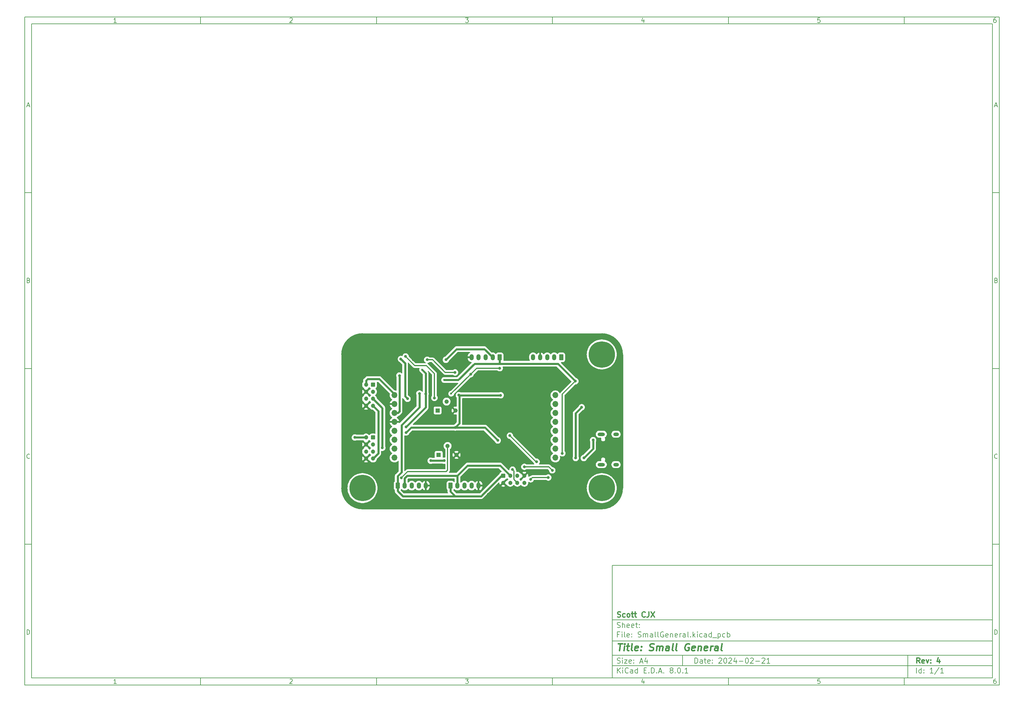
<source format=gbr>
%TF.GenerationSoftware,KiCad,Pcbnew,8.0.1*%
%TF.CreationDate,2024-03-19T23:03:32+08:00*%
%TF.ProjectId,SmallGeneral,536d616c-6c47-4656-9e65-72616c2e6b69,4*%
%TF.SameCoordinates,Original*%
%TF.FileFunction,Copper,L2,Bot*%
%TF.FilePolarity,Positive*%
%FSLAX46Y46*%
G04 Gerber Fmt 4.6, Leading zero omitted, Abs format (unit mm)*
G04 Created by KiCad (PCBNEW 8.0.1) date 2024-03-19 23:03:32*
%MOMM*%
%LPD*%
G01*
G04 APERTURE LIST*
G04 Aperture macros list*
%AMRoundRect*
0 Rectangle with rounded corners*
0 $1 Rounding radius*
0 $2 $3 $4 $5 $6 $7 $8 $9 X,Y pos of 4 corners*
0 Add a 4 corners polygon primitive as box body*
4,1,4,$2,$3,$4,$5,$6,$7,$8,$9,$2,$3,0*
0 Add four circle primitives for the rounded corners*
1,1,$1+$1,$2,$3*
1,1,$1+$1,$4,$5*
1,1,$1+$1,$6,$7*
1,1,$1+$1,$8,$9*
0 Add four rect primitives between the rounded corners*
20,1,$1+$1,$2,$3,$4,$5,0*
20,1,$1+$1,$4,$5,$6,$7,0*
20,1,$1+$1,$6,$7,$8,$9,0*
20,1,$1+$1,$8,$9,$2,$3,0*%
G04 Aperture macros list end*
%ADD10C,0.100000*%
%ADD11C,0.150000*%
%ADD12C,0.300000*%
%ADD13C,0.400000*%
%TA.AperFunction,ComponentPad*%
%ADD14C,1.200000*%
%TD*%
%TA.AperFunction,ComponentPad*%
%ADD15RoundRect,0.250000X-0.350000X0.350000X-0.350000X-0.350000X0.350000X-0.350000X0.350000X0.350000X0*%
%TD*%
%TA.AperFunction,ComponentPad*%
%ADD16RoundRect,0.250000X-0.350000X-0.625000X0.350000X-0.625000X0.350000X0.625000X-0.350000X0.625000X0*%
%TD*%
%TA.AperFunction,ComponentPad*%
%ADD17O,1.200000X1.750000*%
%TD*%
%TA.AperFunction,ComponentPad*%
%ADD18RoundRect,0.250000X-0.350000X-0.350000X0.350000X-0.350000X0.350000X0.350000X-0.350000X0.350000X0*%
%TD*%
%TA.AperFunction,ComponentPad*%
%ADD19RoundRect,0.250000X0.350000X0.625000X-0.350000X0.625000X-0.350000X-0.625000X0.350000X-0.625000X0*%
%TD*%
%TA.AperFunction,ComponentPad*%
%ADD20C,4.700000*%
%TD*%
%TA.AperFunction,ConnectorPad*%
%ADD21C,7.500000*%
%TD*%
%TA.AperFunction,ComponentPad*%
%ADD22O,1.700000X1.700000*%
%TD*%
%TA.AperFunction,ComponentPad*%
%ADD23R,1.222000X1.222000*%
%TD*%
%TA.AperFunction,ComponentPad*%
%ADD24C,1.222000*%
%TD*%
%TA.AperFunction,ComponentPad*%
%ADD25O,2.100000X1.000000*%
%TD*%
%TA.AperFunction,ComponentPad*%
%ADD26O,1.600000X1.000000*%
%TD*%
%TA.AperFunction,ViaPad*%
%ADD27C,0.800000*%
%TD*%
%TA.AperFunction,ViaPad*%
%ADD28C,0.600000*%
%TD*%
%TA.AperFunction,Conductor*%
%ADD29C,0.600000*%
%TD*%
%TA.AperFunction,Conductor*%
%ADD30C,0.300000*%
%TD*%
%TA.AperFunction,Profile*%
%ADD31C,0.100000*%
%TD*%
G04 APERTURE END LIST*
D10*
D11*
X177002200Y-166007200D02*
X285002200Y-166007200D01*
X285002200Y-198007200D01*
X177002200Y-198007200D01*
X177002200Y-166007200D01*
D10*
D11*
X10000000Y-10000000D02*
X287002200Y-10000000D01*
X287002200Y-200007200D01*
X10000000Y-200007200D01*
X10000000Y-10000000D01*
D10*
D11*
X12000000Y-12000000D02*
X285002200Y-12000000D01*
X285002200Y-198007200D01*
X12000000Y-198007200D01*
X12000000Y-12000000D01*
D10*
D11*
X60000000Y-12000000D02*
X60000000Y-10000000D01*
D10*
D11*
X110000000Y-12000000D02*
X110000000Y-10000000D01*
D10*
D11*
X160000000Y-12000000D02*
X160000000Y-10000000D01*
D10*
D11*
X210000000Y-12000000D02*
X210000000Y-10000000D01*
D10*
D11*
X260000000Y-12000000D02*
X260000000Y-10000000D01*
D10*
D11*
X36089160Y-11593604D02*
X35346303Y-11593604D01*
X35717731Y-11593604D02*
X35717731Y-10293604D01*
X35717731Y-10293604D02*
X35593922Y-10479319D01*
X35593922Y-10479319D02*
X35470112Y-10603128D01*
X35470112Y-10603128D02*
X35346303Y-10665033D01*
D10*
D11*
X85346303Y-10417414D02*
X85408207Y-10355509D01*
X85408207Y-10355509D02*
X85532017Y-10293604D01*
X85532017Y-10293604D02*
X85841541Y-10293604D01*
X85841541Y-10293604D02*
X85965350Y-10355509D01*
X85965350Y-10355509D02*
X86027255Y-10417414D01*
X86027255Y-10417414D02*
X86089160Y-10541223D01*
X86089160Y-10541223D02*
X86089160Y-10665033D01*
X86089160Y-10665033D02*
X86027255Y-10850747D01*
X86027255Y-10850747D02*
X85284398Y-11593604D01*
X85284398Y-11593604D02*
X86089160Y-11593604D01*
D10*
D11*
X135284398Y-10293604D02*
X136089160Y-10293604D01*
X136089160Y-10293604D02*
X135655826Y-10788842D01*
X135655826Y-10788842D02*
X135841541Y-10788842D01*
X135841541Y-10788842D02*
X135965350Y-10850747D01*
X135965350Y-10850747D02*
X136027255Y-10912652D01*
X136027255Y-10912652D02*
X136089160Y-11036461D01*
X136089160Y-11036461D02*
X136089160Y-11345985D01*
X136089160Y-11345985D02*
X136027255Y-11469795D01*
X136027255Y-11469795D02*
X135965350Y-11531700D01*
X135965350Y-11531700D02*
X135841541Y-11593604D01*
X135841541Y-11593604D02*
X135470112Y-11593604D01*
X135470112Y-11593604D02*
X135346303Y-11531700D01*
X135346303Y-11531700D02*
X135284398Y-11469795D01*
D10*
D11*
X185965350Y-10726938D02*
X185965350Y-11593604D01*
X185655826Y-10231700D02*
X185346303Y-11160271D01*
X185346303Y-11160271D02*
X186151064Y-11160271D01*
D10*
D11*
X236027255Y-10293604D02*
X235408207Y-10293604D01*
X235408207Y-10293604D02*
X235346303Y-10912652D01*
X235346303Y-10912652D02*
X235408207Y-10850747D01*
X235408207Y-10850747D02*
X235532017Y-10788842D01*
X235532017Y-10788842D02*
X235841541Y-10788842D01*
X235841541Y-10788842D02*
X235965350Y-10850747D01*
X235965350Y-10850747D02*
X236027255Y-10912652D01*
X236027255Y-10912652D02*
X236089160Y-11036461D01*
X236089160Y-11036461D02*
X236089160Y-11345985D01*
X236089160Y-11345985D02*
X236027255Y-11469795D01*
X236027255Y-11469795D02*
X235965350Y-11531700D01*
X235965350Y-11531700D02*
X235841541Y-11593604D01*
X235841541Y-11593604D02*
X235532017Y-11593604D01*
X235532017Y-11593604D02*
X235408207Y-11531700D01*
X235408207Y-11531700D02*
X235346303Y-11469795D01*
D10*
D11*
X285965350Y-10293604D02*
X285717731Y-10293604D01*
X285717731Y-10293604D02*
X285593922Y-10355509D01*
X285593922Y-10355509D02*
X285532017Y-10417414D01*
X285532017Y-10417414D02*
X285408207Y-10603128D01*
X285408207Y-10603128D02*
X285346303Y-10850747D01*
X285346303Y-10850747D02*
X285346303Y-11345985D01*
X285346303Y-11345985D02*
X285408207Y-11469795D01*
X285408207Y-11469795D02*
X285470112Y-11531700D01*
X285470112Y-11531700D02*
X285593922Y-11593604D01*
X285593922Y-11593604D02*
X285841541Y-11593604D01*
X285841541Y-11593604D02*
X285965350Y-11531700D01*
X285965350Y-11531700D02*
X286027255Y-11469795D01*
X286027255Y-11469795D02*
X286089160Y-11345985D01*
X286089160Y-11345985D02*
X286089160Y-11036461D01*
X286089160Y-11036461D02*
X286027255Y-10912652D01*
X286027255Y-10912652D02*
X285965350Y-10850747D01*
X285965350Y-10850747D02*
X285841541Y-10788842D01*
X285841541Y-10788842D02*
X285593922Y-10788842D01*
X285593922Y-10788842D02*
X285470112Y-10850747D01*
X285470112Y-10850747D02*
X285408207Y-10912652D01*
X285408207Y-10912652D02*
X285346303Y-11036461D01*
D10*
D11*
X60000000Y-198007200D02*
X60000000Y-200007200D01*
D10*
D11*
X110000000Y-198007200D02*
X110000000Y-200007200D01*
D10*
D11*
X160000000Y-198007200D02*
X160000000Y-200007200D01*
D10*
D11*
X210000000Y-198007200D02*
X210000000Y-200007200D01*
D10*
D11*
X260000000Y-198007200D02*
X260000000Y-200007200D01*
D10*
D11*
X36089160Y-199600804D02*
X35346303Y-199600804D01*
X35717731Y-199600804D02*
X35717731Y-198300804D01*
X35717731Y-198300804D02*
X35593922Y-198486519D01*
X35593922Y-198486519D02*
X35470112Y-198610328D01*
X35470112Y-198610328D02*
X35346303Y-198672233D01*
D10*
D11*
X85346303Y-198424614D02*
X85408207Y-198362709D01*
X85408207Y-198362709D02*
X85532017Y-198300804D01*
X85532017Y-198300804D02*
X85841541Y-198300804D01*
X85841541Y-198300804D02*
X85965350Y-198362709D01*
X85965350Y-198362709D02*
X86027255Y-198424614D01*
X86027255Y-198424614D02*
X86089160Y-198548423D01*
X86089160Y-198548423D02*
X86089160Y-198672233D01*
X86089160Y-198672233D02*
X86027255Y-198857947D01*
X86027255Y-198857947D02*
X85284398Y-199600804D01*
X85284398Y-199600804D02*
X86089160Y-199600804D01*
D10*
D11*
X135284398Y-198300804D02*
X136089160Y-198300804D01*
X136089160Y-198300804D02*
X135655826Y-198796042D01*
X135655826Y-198796042D02*
X135841541Y-198796042D01*
X135841541Y-198796042D02*
X135965350Y-198857947D01*
X135965350Y-198857947D02*
X136027255Y-198919852D01*
X136027255Y-198919852D02*
X136089160Y-199043661D01*
X136089160Y-199043661D02*
X136089160Y-199353185D01*
X136089160Y-199353185D02*
X136027255Y-199476995D01*
X136027255Y-199476995D02*
X135965350Y-199538900D01*
X135965350Y-199538900D02*
X135841541Y-199600804D01*
X135841541Y-199600804D02*
X135470112Y-199600804D01*
X135470112Y-199600804D02*
X135346303Y-199538900D01*
X135346303Y-199538900D02*
X135284398Y-199476995D01*
D10*
D11*
X185965350Y-198734138D02*
X185965350Y-199600804D01*
X185655826Y-198238900D02*
X185346303Y-199167471D01*
X185346303Y-199167471D02*
X186151064Y-199167471D01*
D10*
D11*
X236027255Y-198300804D02*
X235408207Y-198300804D01*
X235408207Y-198300804D02*
X235346303Y-198919852D01*
X235346303Y-198919852D02*
X235408207Y-198857947D01*
X235408207Y-198857947D02*
X235532017Y-198796042D01*
X235532017Y-198796042D02*
X235841541Y-198796042D01*
X235841541Y-198796042D02*
X235965350Y-198857947D01*
X235965350Y-198857947D02*
X236027255Y-198919852D01*
X236027255Y-198919852D02*
X236089160Y-199043661D01*
X236089160Y-199043661D02*
X236089160Y-199353185D01*
X236089160Y-199353185D02*
X236027255Y-199476995D01*
X236027255Y-199476995D02*
X235965350Y-199538900D01*
X235965350Y-199538900D02*
X235841541Y-199600804D01*
X235841541Y-199600804D02*
X235532017Y-199600804D01*
X235532017Y-199600804D02*
X235408207Y-199538900D01*
X235408207Y-199538900D02*
X235346303Y-199476995D01*
D10*
D11*
X285965350Y-198300804D02*
X285717731Y-198300804D01*
X285717731Y-198300804D02*
X285593922Y-198362709D01*
X285593922Y-198362709D02*
X285532017Y-198424614D01*
X285532017Y-198424614D02*
X285408207Y-198610328D01*
X285408207Y-198610328D02*
X285346303Y-198857947D01*
X285346303Y-198857947D02*
X285346303Y-199353185D01*
X285346303Y-199353185D02*
X285408207Y-199476995D01*
X285408207Y-199476995D02*
X285470112Y-199538900D01*
X285470112Y-199538900D02*
X285593922Y-199600804D01*
X285593922Y-199600804D02*
X285841541Y-199600804D01*
X285841541Y-199600804D02*
X285965350Y-199538900D01*
X285965350Y-199538900D02*
X286027255Y-199476995D01*
X286027255Y-199476995D02*
X286089160Y-199353185D01*
X286089160Y-199353185D02*
X286089160Y-199043661D01*
X286089160Y-199043661D02*
X286027255Y-198919852D01*
X286027255Y-198919852D02*
X285965350Y-198857947D01*
X285965350Y-198857947D02*
X285841541Y-198796042D01*
X285841541Y-198796042D02*
X285593922Y-198796042D01*
X285593922Y-198796042D02*
X285470112Y-198857947D01*
X285470112Y-198857947D02*
X285408207Y-198919852D01*
X285408207Y-198919852D02*
X285346303Y-199043661D01*
D10*
D11*
X10000000Y-60000000D02*
X12000000Y-60000000D01*
D10*
D11*
X10000000Y-110000000D02*
X12000000Y-110000000D01*
D10*
D11*
X10000000Y-160000000D02*
X12000000Y-160000000D01*
D10*
D11*
X10690476Y-35222176D02*
X11309523Y-35222176D01*
X10566666Y-35593604D02*
X10999999Y-34293604D01*
X10999999Y-34293604D02*
X11433333Y-35593604D01*
D10*
D11*
X11092857Y-84912652D02*
X11278571Y-84974557D01*
X11278571Y-84974557D02*
X11340476Y-85036461D01*
X11340476Y-85036461D02*
X11402380Y-85160271D01*
X11402380Y-85160271D02*
X11402380Y-85345985D01*
X11402380Y-85345985D02*
X11340476Y-85469795D01*
X11340476Y-85469795D02*
X11278571Y-85531700D01*
X11278571Y-85531700D02*
X11154761Y-85593604D01*
X11154761Y-85593604D02*
X10659523Y-85593604D01*
X10659523Y-85593604D02*
X10659523Y-84293604D01*
X10659523Y-84293604D02*
X11092857Y-84293604D01*
X11092857Y-84293604D02*
X11216666Y-84355509D01*
X11216666Y-84355509D02*
X11278571Y-84417414D01*
X11278571Y-84417414D02*
X11340476Y-84541223D01*
X11340476Y-84541223D02*
X11340476Y-84665033D01*
X11340476Y-84665033D02*
X11278571Y-84788842D01*
X11278571Y-84788842D02*
X11216666Y-84850747D01*
X11216666Y-84850747D02*
X11092857Y-84912652D01*
X11092857Y-84912652D02*
X10659523Y-84912652D01*
D10*
D11*
X11402380Y-135469795D02*
X11340476Y-135531700D01*
X11340476Y-135531700D02*
X11154761Y-135593604D01*
X11154761Y-135593604D02*
X11030952Y-135593604D01*
X11030952Y-135593604D02*
X10845238Y-135531700D01*
X10845238Y-135531700D02*
X10721428Y-135407890D01*
X10721428Y-135407890D02*
X10659523Y-135284080D01*
X10659523Y-135284080D02*
X10597619Y-135036461D01*
X10597619Y-135036461D02*
X10597619Y-134850747D01*
X10597619Y-134850747D02*
X10659523Y-134603128D01*
X10659523Y-134603128D02*
X10721428Y-134479319D01*
X10721428Y-134479319D02*
X10845238Y-134355509D01*
X10845238Y-134355509D02*
X11030952Y-134293604D01*
X11030952Y-134293604D02*
X11154761Y-134293604D01*
X11154761Y-134293604D02*
X11340476Y-134355509D01*
X11340476Y-134355509D02*
X11402380Y-134417414D01*
D10*
D11*
X10659523Y-185593604D02*
X10659523Y-184293604D01*
X10659523Y-184293604D02*
X10969047Y-184293604D01*
X10969047Y-184293604D02*
X11154761Y-184355509D01*
X11154761Y-184355509D02*
X11278571Y-184479319D01*
X11278571Y-184479319D02*
X11340476Y-184603128D01*
X11340476Y-184603128D02*
X11402380Y-184850747D01*
X11402380Y-184850747D02*
X11402380Y-185036461D01*
X11402380Y-185036461D02*
X11340476Y-185284080D01*
X11340476Y-185284080D02*
X11278571Y-185407890D01*
X11278571Y-185407890D02*
X11154761Y-185531700D01*
X11154761Y-185531700D02*
X10969047Y-185593604D01*
X10969047Y-185593604D02*
X10659523Y-185593604D01*
D10*
D11*
X287002200Y-60000000D02*
X285002200Y-60000000D01*
D10*
D11*
X287002200Y-110000000D02*
X285002200Y-110000000D01*
D10*
D11*
X287002200Y-160000000D02*
X285002200Y-160000000D01*
D10*
D11*
X285692676Y-35222176D02*
X286311723Y-35222176D01*
X285568866Y-35593604D02*
X286002199Y-34293604D01*
X286002199Y-34293604D02*
X286435533Y-35593604D01*
D10*
D11*
X286095057Y-84912652D02*
X286280771Y-84974557D01*
X286280771Y-84974557D02*
X286342676Y-85036461D01*
X286342676Y-85036461D02*
X286404580Y-85160271D01*
X286404580Y-85160271D02*
X286404580Y-85345985D01*
X286404580Y-85345985D02*
X286342676Y-85469795D01*
X286342676Y-85469795D02*
X286280771Y-85531700D01*
X286280771Y-85531700D02*
X286156961Y-85593604D01*
X286156961Y-85593604D02*
X285661723Y-85593604D01*
X285661723Y-85593604D02*
X285661723Y-84293604D01*
X285661723Y-84293604D02*
X286095057Y-84293604D01*
X286095057Y-84293604D02*
X286218866Y-84355509D01*
X286218866Y-84355509D02*
X286280771Y-84417414D01*
X286280771Y-84417414D02*
X286342676Y-84541223D01*
X286342676Y-84541223D02*
X286342676Y-84665033D01*
X286342676Y-84665033D02*
X286280771Y-84788842D01*
X286280771Y-84788842D02*
X286218866Y-84850747D01*
X286218866Y-84850747D02*
X286095057Y-84912652D01*
X286095057Y-84912652D02*
X285661723Y-84912652D01*
D10*
D11*
X286404580Y-135469795D02*
X286342676Y-135531700D01*
X286342676Y-135531700D02*
X286156961Y-135593604D01*
X286156961Y-135593604D02*
X286033152Y-135593604D01*
X286033152Y-135593604D02*
X285847438Y-135531700D01*
X285847438Y-135531700D02*
X285723628Y-135407890D01*
X285723628Y-135407890D02*
X285661723Y-135284080D01*
X285661723Y-135284080D02*
X285599819Y-135036461D01*
X285599819Y-135036461D02*
X285599819Y-134850747D01*
X285599819Y-134850747D02*
X285661723Y-134603128D01*
X285661723Y-134603128D02*
X285723628Y-134479319D01*
X285723628Y-134479319D02*
X285847438Y-134355509D01*
X285847438Y-134355509D02*
X286033152Y-134293604D01*
X286033152Y-134293604D02*
X286156961Y-134293604D01*
X286156961Y-134293604D02*
X286342676Y-134355509D01*
X286342676Y-134355509D02*
X286404580Y-134417414D01*
D10*
D11*
X285661723Y-185593604D02*
X285661723Y-184293604D01*
X285661723Y-184293604D02*
X285971247Y-184293604D01*
X285971247Y-184293604D02*
X286156961Y-184355509D01*
X286156961Y-184355509D02*
X286280771Y-184479319D01*
X286280771Y-184479319D02*
X286342676Y-184603128D01*
X286342676Y-184603128D02*
X286404580Y-184850747D01*
X286404580Y-184850747D02*
X286404580Y-185036461D01*
X286404580Y-185036461D02*
X286342676Y-185284080D01*
X286342676Y-185284080D02*
X286280771Y-185407890D01*
X286280771Y-185407890D02*
X286156961Y-185531700D01*
X286156961Y-185531700D02*
X285971247Y-185593604D01*
X285971247Y-185593604D02*
X285661723Y-185593604D01*
D10*
D11*
X200458026Y-193793328D02*
X200458026Y-192293328D01*
X200458026Y-192293328D02*
X200815169Y-192293328D01*
X200815169Y-192293328D02*
X201029455Y-192364757D01*
X201029455Y-192364757D02*
X201172312Y-192507614D01*
X201172312Y-192507614D02*
X201243741Y-192650471D01*
X201243741Y-192650471D02*
X201315169Y-192936185D01*
X201315169Y-192936185D02*
X201315169Y-193150471D01*
X201315169Y-193150471D02*
X201243741Y-193436185D01*
X201243741Y-193436185D02*
X201172312Y-193579042D01*
X201172312Y-193579042D02*
X201029455Y-193721900D01*
X201029455Y-193721900D02*
X200815169Y-193793328D01*
X200815169Y-193793328D02*
X200458026Y-193793328D01*
X202600884Y-193793328D02*
X202600884Y-193007614D01*
X202600884Y-193007614D02*
X202529455Y-192864757D01*
X202529455Y-192864757D02*
X202386598Y-192793328D01*
X202386598Y-192793328D02*
X202100884Y-192793328D01*
X202100884Y-192793328D02*
X201958026Y-192864757D01*
X202600884Y-193721900D02*
X202458026Y-193793328D01*
X202458026Y-193793328D02*
X202100884Y-193793328D01*
X202100884Y-193793328D02*
X201958026Y-193721900D01*
X201958026Y-193721900D02*
X201886598Y-193579042D01*
X201886598Y-193579042D02*
X201886598Y-193436185D01*
X201886598Y-193436185D02*
X201958026Y-193293328D01*
X201958026Y-193293328D02*
X202100884Y-193221900D01*
X202100884Y-193221900D02*
X202458026Y-193221900D01*
X202458026Y-193221900D02*
X202600884Y-193150471D01*
X203100884Y-192793328D02*
X203672312Y-192793328D01*
X203315169Y-192293328D02*
X203315169Y-193579042D01*
X203315169Y-193579042D02*
X203386598Y-193721900D01*
X203386598Y-193721900D02*
X203529455Y-193793328D01*
X203529455Y-193793328D02*
X203672312Y-193793328D01*
X204743741Y-193721900D02*
X204600884Y-193793328D01*
X204600884Y-193793328D02*
X204315170Y-193793328D01*
X204315170Y-193793328D02*
X204172312Y-193721900D01*
X204172312Y-193721900D02*
X204100884Y-193579042D01*
X204100884Y-193579042D02*
X204100884Y-193007614D01*
X204100884Y-193007614D02*
X204172312Y-192864757D01*
X204172312Y-192864757D02*
X204315170Y-192793328D01*
X204315170Y-192793328D02*
X204600884Y-192793328D01*
X204600884Y-192793328D02*
X204743741Y-192864757D01*
X204743741Y-192864757D02*
X204815170Y-193007614D01*
X204815170Y-193007614D02*
X204815170Y-193150471D01*
X204815170Y-193150471D02*
X204100884Y-193293328D01*
X205458026Y-193650471D02*
X205529455Y-193721900D01*
X205529455Y-193721900D02*
X205458026Y-193793328D01*
X205458026Y-193793328D02*
X205386598Y-193721900D01*
X205386598Y-193721900D02*
X205458026Y-193650471D01*
X205458026Y-193650471D02*
X205458026Y-193793328D01*
X205458026Y-192864757D02*
X205529455Y-192936185D01*
X205529455Y-192936185D02*
X205458026Y-193007614D01*
X205458026Y-193007614D02*
X205386598Y-192936185D01*
X205386598Y-192936185D02*
X205458026Y-192864757D01*
X205458026Y-192864757D02*
X205458026Y-193007614D01*
X207243741Y-192436185D02*
X207315169Y-192364757D01*
X207315169Y-192364757D02*
X207458027Y-192293328D01*
X207458027Y-192293328D02*
X207815169Y-192293328D01*
X207815169Y-192293328D02*
X207958027Y-192364757D01*
X207958027Y-192364757D02*
X208029455Y-192436185D01*
X208029455Y-192436185D02*
X208100884Y-192579042D01*
X208100884Y-192579042D02*
X208100884Y-192721900D01*
X208100884Y-192721900D02*
X208029455Y-192936185D01*
X208029455Y-192936185D02*
X207172312Y-193793328D01*
X207172312Y-193793328D02*
X208100884Y-193793328D01*
X209029455Y-192293328D02*
X209172312Y-192293328D01*
X209172312Y-192293328D02*
X209315169Y-192364757D01*
X209315169Y-192364757D02*
X209386598Y-192436185D01*
X209386598Y-192436185D02*
X209458026Y-192579042D01*
X209458026Y-192579042D02*
X209529455Y-192864757D01*
X209529455Y-192864757D02*
X209529455Y-193221900D01*
X209529455Y-193221900D02*
X209458026Y-193507614D01*
X209458026Y-193507614D02*
X209386598Y-193650471D01*
X209386598Y-193650471D02*
X209315169Y-193721900D01*
X209315169Y-193721900D02*
X209172312Y-193793328D01*
X209172312Y-193793328D02*
X209029455Y-193793328D01*
X209029455Y-193793328D02*
X208886598Y-193721900D01*
X208886598Y-193721900D02*
X208815169Y-193650471D01*
X208815169Y-193650471D02*
X208743740Y-193507614D01*
X208743740Y-193507614D02*
X208672312Y-193221900D01*
X208672312Y-193221900D02*
X208672312Y-192864757D01*
X208672312Y-192864757D02*
X208743740Y-192579042D01*
X208743740Y-192579042D02*
X208815169Y-192436185D01*
X208815169Y-192436185D02*
X208886598Y-192364757D01*
X208886598Y-192364757D02*
X209029455Y-192293328D01*
X210100883Y-192436185D02*
X210172311Y-192364757D01*
X210172311Y-192364757D02*
X210315169Y-192293328D01*
X210315169Y-192293328D02*
X210672311Y-192293328D01*
X210672311Y-192293328D02*
X210815169Y-192364757D01*
X210815169Y-192364757D02*
X210886597Y-192436185D01*
X210886597Y-192436185D02*
X210958026Y-192579042D01*
X210958026Y-192579042D02*
X210958026Y-192721900D01*
X210958026Y-192721900D02*
X210886597Y-192936185D01*
X210886597Y-192936185D02*
X210029454Y-193793328D01*
X210029454Y-193793328D02*
X210958026Y-193793328D01*
X212243740Y-192793328D02*
X212243740Y-193793328D01*
X211886597Y-192221900D02*
X211529454Y-193293328D01*
X211529454Y-193293328D02*
X212458025Y-193293328D01*
X213029453Y-193221900D02*
X214172311Y-193221900D01*
X215172311Y-192293328D02*
X215315168Y-192293328D01*
X215315168Y-192293328D02*
X215458025Y-192364757D01*
X215458025Y-192364757D02*
X215529454Y-192436185D01*
X215529454Y-192436185D02*
X215600882Y-192579042D01*
X215600882Y-192579042D02*
X215672311Y-192864757D01*
X215672311Y-192864757D02*
X215672311Y-193221900D01*
X215672311Y-193221900D02*
X215600882Y-193507614D01*
X215600882Y-193507614D02*
X215529454Y-193650471D01*
X215529454Y-193650471D02*
X215458025Y-193721900D01*
X215458025Y-193721900D02*
X215315168Y-193793328D01*
X215315168Y-193793328D02*
X215172311Y-193793328D01*
X215172311Y-193793328D02*
X215029454Y-193721900D01*
X215029454Y-193721900D02*
X214958025Y-193650471D01*
X214958025Y-193650471D02*
X214886596Y-193507614D01*
X214886596Y-193507614D02*
X214815168Y-193221900D01*
X214815168Y-193221900D02*
X214815168Y-192864757D01*
X214815168Y-192864757D02*
X214886596Y-192579042D01*
X214886596Y-192579042D02*
X214958025Y-192436185D01*
X214958025Y-192436185D02*
X215029454Y-192364757D01*
X215029454Y-192364757D02*
X215172311Y-192293328D01*
X216243739Y-192436185D02*
X216315167Y-192364757D01*
X216315167Y-192364757D02*
X216458025Y-192293328D01*
X216458025Y-192293328D02*
X216815167Y-192293328D01*
X216815167Y-192293328D02*
X216958025Y-192364757D01*
X216958025Y-192364757D02*
X217029453Y-192436185D01*
X217029453Y-192436185D02*
X217100882Y-192579042D01*
X217100882Y-192579042D02*
X217100882Y-192721900D01*
X217100882Y-192721900D02*
X217029453Y-192936185D01*
X217029453Y-192936185D02*
X216172310Y-193793328D01*
X216172310Y-193793328D02*
X217100882Y-193793328D01*
X217743738Y-193221900D02*
X218886596Y-193221900D01*
X219529453Y-192436185D02*
X219600881Y-192364757D01*
X219600881Y-192364757D02*
X219743739Y-192293328D01*
X219743739Y-192293328D02*
X220100881Y-192293328D01*
X220100881Y-192293328D02*
X220243739Y-192364757D01*
X220243739Y-192364757D02*
X220315167Y-192436185D01*
X220315167Y-192436185D02*
X220386596Y-192579042D01*
X220386596Y-192579042D02*
X220386596Y-192721900D01*
X220386596Y-192721900D02*
X220315167Y-192936185D01*
X220315167Y-192936185D02*
X219458024Y-193793328D01*
X219458024Y-193793328D02*
X220386596Y-193793328D01*
X221815167Y-193793328D02*
X220958024Y-193793328D01*
X221386595Y-193793328D02*
X221386595Y-192293328D01*
X221386595Y-192293328D02*
X221243738Y-192507614D01*
X221243738Y-192507614D02*
X221100881Y-192650471D01*
X221100881Y-192650471D02*
X220958024Y-192721900D01*
D10*
D11*
X177002200Y-194507200D02*
X285002200Y-194507200D01*
D10*
D11*
X178458026Y-196593328D02*
X178458026Y-195093328D01*
X179315169Y-196593328D02*
X178672312Y-195736185D01*
X179315169Y-195093328D02*
X178458026Y-195950471D01*
X179958026Y-196593328D02*
X179958026Y-195593328D01*
X179958026Y-195093328D02*
X179886598Y-195164757D01*
X179886598Y-195164757D02*
X179958026Y-195236185D01*
X179958026Y-195236185D02*
X180029455Y-195164757D01*
X180029455Y-195164757D02*
X179958026Y-195093328D01*
X179958026Y-195093328D02*
X179958026Y-195236185D01*
X181529455Y-196450471D02*
X181458027Y-196521900D01*
X181458027Y-196521900D02*
X181243741Y-196593328D01*
X181243741Y-196593328D02*
X181100884Y-196593328D01*
X181100884Y-196593328D02*
X180886598Y-196521900D01*
X180886598Y-196521900D02*
X180743741Y-196379042D01*
X180743741Y-196379042D02*
X180672312Y-196236185D01*
X180672312Y-196236185D02*
X180600884Y-195950471D01*
X180600884Y-195950471D02*
X180600884Y-195736185D01*
X180600884Y-195736185D02*
X180672312Y-195450471D01*
X180672312Y-195450471D02*
X180743741Y-195307614D01*
X180743741Y-195307614D02*
X180886598Y-195164757D01*
X180886598Y-195164757D02*
X181100884Y-195093328D01*
X181100884Y-195093328D02*
X181243741Y-195093328D01*
X181243741Y-195093328D02*
X181458027Y-195164757D01*
X181458027Y-195164757D02*
X181529455Y-195236185D01*
X182815170Y-196593328D02*
X182815170Y-195807614D01*
X182815170Y-195807614D02*
X182743741Y-195664757D01*
X182743741Y-195664757D02*
X182600884Y-195593328D01*
X182600884Y-195593328D02*
X182315170Y-195593328D01*
X182315170Y-195593328D02*
X182172312Y-195664757D01*
X182815170Y-196521900D02*
X182672312Y-196593328D01*
X182672312Y-196593328D02*
X182315170Y-196593328D01*
X182315170Y-196593328D02*
X182172312Y-196521900D01*
X182172312Y-196521900D02*
X182100884Y-196379042D01*
X182100884Y-196379042D02*
X182100884Y-196236185D01*
X182100884Y-196236185D02*
X182172312Y-196093328D01*
X182172312Y-196093328D02*
X182315170Y-196021900D01*
X182315170Y-196021900D02*
X182672312Y-196021900D01*
X182672312Y-196021900D02*
X182815170Y-195950471D01*
X184172313Y-196593328D02*
X184172313Y-195093328D01*
X184172313Y-196521900D02*
X184029455Y-196593328D01*
X184029455Y-196593328D02*
X183743741Y-196593328D01*
X183743741Y-196593328D02*
X183600884Y-196521900D01*
X183600884Y-196521900D02*
X183529455Y-196450471D01*
X183529455Y-196450471D02*
X183458027Y-196307614D01*
X183458027Y-196307614D02*
X183458027Y-195879042D01*
X183458027Y-195879042D02*
X183529455Y-195736185D01*
X183529455Y-195736185D02*
X183600884Y-195664757D01*
X183600884Y-195664757D02*
X183743741Y-195593328D01*
X183743741Y-195593328D02*
X184029455Y-195593328D01*
X184029455Y-195593328D02*
X184172313Y-195664757D01*
X186029455Y-195807614D02*
X186529455Y-195807614D01*
X186743741Y-196593328D02*
X186029455Y-196593328D01*
X186029455Y-196593328D02*
X186029455Y-195093328D01*
X186029455Y-195093328D02*
X186743741Y-195093328D01*
X187386598Y-196450471D02*
X187458027Y-196521900D01*
X187458027Y-196521900D02*
X187386598Y-196593328D01*
X187386598Y-196593328D02*
X187315170Y-196521900D01*
X187315170Y-196521900D02*
X187386598Y-196450471D01*
X187386598Y-196450471D02*
X187386598Y-196593328D01*
X188100884Y-196593328D02*
X188100884Y-195093328D01*
X188100884Y-195093328D02*
X188458027Y-195093328D01*
X188458027Y-195093328D02*
X188672313Y-195164757D01*
X188672313Y-195164757D02*
X188815170Y-195307614D01*
X188815170Y-195307614D02*
X188886599Y-195450471D01*
X188886599Y-195450471D02*
X188958027Y-195736185D01*
X188958027Y-195736185D02*
X188958027Y-195950471D01*
X188958027Y-195950471D02*
X188886599Y-196236185D01*
X188886599Y-196236185D02*
X188815170Y-196379042D01*
X188815170Y-196379042D02*
X188672313Y-196521900D01*
X188672313Y-196521900D02*
X188458027Y-196593328D01*
X188458027Y-196593328D02*
X188100884Y-196593328D01*
X189600884Y-196450471D02*
X189672313Y-196521900D01*
X189672313Y-196521900D02*
X189600884Y-196593328D01*
X189600884Y-196593328D02*
X189529456Y-196521900D01*
X189529456Y-196521900D02*
X189600884Y-196450471D01*
X189600884Y-196450471D02*
X189600884Y-196593328D01*
X190243742Y-196164757D02*
X190958028Y-196164757D01*
X190100885Y-196593328D02*
X190600885Y-195093328D01*
X190600885Y-195093328D02*
X191100885Y-196593328D01*
X191600884Y-196450471D02*
X191672313Y-196521900D01*
X191672313Y-196521900D02*
X191600884Y-196593328D01*
X191600884Y-196593328D02*
X191529456Y-196521900D01*
X191529456Y-196521900D02*
X191600884Y-196450471D01*
X191600884Y-196450471D02*
X191600884Y-196593328D01*
X193672313Y-195736185D02*
X193529456Y-195664757D01*
X193529456Y-195664757D02*
X193458027Y-195593328D01*
X193458027Y-195593328D02*
X193386599Y-195450471D01*
X193386599Y-195450471D02*
X193386599Y-195379042D01*
X193386599Y-195379042D02*
X193458027Y-195236185D01*
X193458027Y-195236185D02*
X193529456Y-195164757D01*
X193529456Y-195164757D02*
X193672313Y-195093328D01*
X193672313Y-195093328D02*
X193958027Y-195093328D01*
X193958027Y-195093328D02*
X194100885Y-195164757D01*
X194100885Y-195164757D02*
X194172313Y-195236185D01*
X194172313Y-195236185D02*
X194243742Y-195379042D01*
X194243742Y-195379042D02*
X194243742Y-195450471D01*
X194243742Y-195450471D02*
X194172313Y-195593328D01*
X194172313Y-195593328D02*
X194100885Y-195664757D01*
X194100885Y-195664757D02*
X193958027Y-195736185D01*
X193958027Y-195736185D02*
X193672313Y-195736185D01*
X193672313Y-195736185D02*
X193529456Y-195807614D01*
X193529456Y-195807614D02*
X193458027Y-195879042D01*
X193458027Y-195879042D02*
X193386599Y-196021900D01*
X193386599Y-196021900D02*
X193386599Y-196307614D01*
X193386599Y-196307614D02*
X193458027Y-196450471D01*
X193458027Y-196450471D02*
X193529456Y-196521900D01*
X193529456Y-196521900D02*
X193672313Y-196593328D01*
X193672313Y-196593328D02*
X193958027Y-196593328D01*
X193958027Y-196593328D02*
X194100885Y-196521900D01*
X194100885Y-196521900D02*
X194172313Y-196450471D01*
X194172313Y-196450471D02*
X194243742Y-196307614D01*
X194243742Y-196307614D02*
X194243742Y-196021900D01*
X194243742Y-196021900D02*
X194172313Y-195879042D01*
X194172313Y-195879042D02*
X194100885Y-195807614D01*
X194100885Y-195807614D02*
X193958027Y-195736185D01*
X194886598Y-196450471D02*
X194958027Y-196521900D01*
X194958027Y-196521900D02*
X194886598Y-196593328D01*
X194886598Y-196593328D02*
X194815170Y-196521900D01*
X194815170Y-196521900D02*
X194886598Y-196450471D01*
X194886598Y-196450471D02*
X194886598Y-196593328D01*
X195886599Y-195093328D02*
X196029456Y-195093328D01*
X196029456Y-195093328D02*
X196172313Y-195164757D01*
X196172313Y-195164757D02*
X196243742Y-195236185D01*
X196243742Y-195236185D02*
X196315170Y-195379042D01*
X196315170Y-195379042D02*
X196386599Y-195664757D01*
X196386599Y-195664757D02*
X196386599Y-196021900D01*
X196386599Y-196021900D02*
X196315170Y-196307614D01*
X196315170Y-196307614D02*
X196243742Y-196450471D01*
X196243742Y-196450471D02*
X196172313Y-196521900D01*
X196172313Y-196521900D02*
X196029456Y-196593328D01*
X196029456Y-196593328D02*
X195886599Y-196593328D01*
X195886599Y-196593328D02*
X195743742Y-196521900D01*
X195743742Y-196521900D02*
X195672313Y-196450471D01*
X195672313Y-196450471D02*
X195600884Y-196307614D01*
X195600884Y-196307614D02*
X195529456Y-196021900D01*
X195529456Y-196021900D02*
X195529456Y-195664757D01*
X195529456Y-195664757D02*
X195600884Y-195379042D01*
X195600884Y-195379042D02*
X195672313Y-195236185D01*
X195672313Y-195236185D02*
X195743742Y-195164757D01*
X195743742Y-195164757D02*
X195886599Y-195093328D01*
X197029455Y-196450471D02*
X197100884Y-196521900D01*
X197100884Y-196521900D02*
X197029455Y-196593328D01*
X197029455Y-196593328D02*
X196958027Y-196521900D01*
X196958027Y-196521900D02*
X197029455Y-196450471D01*
X197029455Y-196450471D02*
X197029455Y-196593328D01*
X198529456Y-196593328D02*
X197672313Y-196593328D01*
X198100884Y-196593328D02*
X198100884Y-195093328D01*
X198100884Y-195093328D02*
X197958027Y-195307614D01*
X197958027Y-195307614D02*
X197815170Y-195450471D01*
X197815170Y-195450471D02*
X197672313Y-195521900D01*
D10*
D11*
X177002200Y-191507200D02*
X285002200Y-191507200D01*
D10*
D12*
X264413853Y-193785528D02*
X263913853Y-193071242D01*
X263556710Y-193785528D02*
X263556710Y-192285528D01*
X263556710Y-192285528D02*
X264128139Y-192285528D01*
X264128139Y-192285528D02*
X264270996Y-192356957D01*
X264270996Y-192356957D02*
X264342425Y-192428385D01*
X264342425Y-192428385D02*
X264413853Y-192571242D01*
X264413853Y-192571242D02*
X264413853Y-192785528D01*
X264413853Y-192785528D02*
X264342425Y-192928385D01*
X264342425Y-192928385D02*
X264270996Y-192999814D01*
X264270996Y-192999814D02*
X264128139Y-193071242D01*
X264128139Y-193071242D02*
X263556710Y-193071242D01*
X265628139Y-193714100D02*
X265485282Y-193785528D01*
X265485282Y-193785528D02*
X265199568Y-193785528D01*
X265199568Y-193785528D02*
X265056710Y-193714100D01*
X265056710Y-193714100D02*
X264985282Y-193571242D01*
X264985282Y-193571242D02*
X264985282Y-192999814D01*
X264985282Y-192999814D02*
X265056710Y-192856957D01*
X265056710Y-192856957D02*
X265199568Y-192785528D01*
X265199568Y-192785528D02*
X265485282Y-192785528D01*
X265485282Y-192785528D02*
X265628139Y-192856957D01*
X265628139Y-192856957D02*
X265699568Y-192999814D01*
X265699568Y-192999814D02*
X265699568Y-193142671D01*
X265699568Y-193142671D02*
X264985282Y-193285528D01*
X266199567Y-192785528D02*
X266556710Y-193785528D01*
X266556710Y-193785528D02*
X266913853Y-192785528D01*
X267485281Y-193642671D02*
X267556710Y-193714100D01*
X267556710Y-193714100D02*
X267485281Y-193785528D01*
X267485281Y-193785528D02*
X267413853Y-193714100D01*
X267413853Y-193714100D02*
X267485281Y-193642671D01*
X267485281Y-193642671D02*
X267485281Y-193785528D01*
X267485281Y-192856957D02*
X267556710Y-192928385D01*
X267556710Y-192928385D02*
X267485281Y-192999814D01*
X267485281Y-192999814D02*
X267413853Y-192928385D01*
X267413853Y-192928385D02*
X267485281Y-192856957D01*
X267485281Y-192856957D02*
X267485281Y-192999814D01*
X269985282Y-192785528D02*
X269985282Y-193785528D01*
X269628139Y-192214100D02*
X269270996Y-193285528D01*
X269270996Y-193285528D02*
X270199567Y-193285528D01*
D10*
D11*
X178386598Y-193721900D02*
X178600884Y-193793328D01*
X178600884Y-193793328D02*
X178958026Y-193793328D01*
X178958026Y-193793328D02*
X179100884Y-193721900D01*
X179100884Y-193721900D02*
X179172312Y-193650471D01*
X179172312Y-193650471D02*
X179243741Y-193507614D01*
X179243741Y-193507614D02*
X179243741Y-193364757D01*
X179243741Y-193364757D02*
X179172312Y-193221900D01*
X179172312Y-193221900D02*
X179100884Y-193150471D01*
X179100884Y-193150471D02*
X178958026Y-193079042D01*
X178958026Y-193079042D02*
X178672312Y-193007614D01*
X178672312Y-193007614D02*
X178529455Y-192936185D01*
X178529455Y-192936185D02*
X178458026Y-192864757D01*
X178458026Y-192864757D02*
X178386598Y-192721900D01*
X178386598Y-192721900D02*
X178386598Y-192579042D01*
X178386598Y-192579042D02*
X178458026Y-192436185D01*
X178458026Y-192436185D02*
X178529455Y-192364757D01*
X178529455Y-192364757D02*
X178672312Y-192293328D01*
X178672312Y-192293328D02*
X179029455Y-192293328D01*
X179029455Y-192293328D02*
X179243741Y-192364757D01*
X179886597Y-193793328D02*
X179886597Y-192793328D01*
X179886597Y-192293328D02*
X179815169Y-192364757D01*
X179815169Y-192364757D02*
X179886597Y-192436185D01*
X179886597Y-192436185D02*
X179958026Y-192364757D01*
X179958026Y-192364757D02*
X179886597Y-192293328D01*
X179886597Y-192293328D02*
X179886597Y-192436185D01*
X180458026Y-192793328D02*
X181243741Y-192793328D01*
X181243741Y-192793328D02*
X180458026Y-193793328D01*
X180458026Y-193793328D02*
X181243741Y-193793328D01*
X182386598Y-193721900D02*
X182243741Y-193793328D01*
X182243741Y-193793328D02*
X181958027Y-193793328D01*
X181958027Y-193793328D02*
X181815169Y-193721900D01*
X181815169Y-193721900D02*
X181743741Y-193579042D01*
X181743741Y-193579042D02*
X181743741Y-193007614D01*
X181743741Y-193007614D02*
X181815169Y-192864757D01*
X181815169Y-192864757D02*
X181958027Y-192793328D01*
X181958027Y-192793328D02*
X182243741Y-192793328D01*
X182243741Y-192793328D02*
X182386598Y-192864757D01*
X182386598Y-192864757D02*
X182458027Y-193007614D01*
X182458027Y-193007614D02*
X182458027Y-193150471D01*
X182458027Y-193150471D02*
X181743741Y-193293328D01*
X183100883Y-193650471D02*
X183172312Y-193721900D01*
X183172312Y-193721900D02*
X183100883Y-193793328D01*
X183100883Y-193793328D02*
X183029455Y-193721900D01*
X183029455Y-193721900D02*
X183100883Y-193650471D01*
X183100883Y-193650471D02*
X183100883Y-193793328D01*
X183100883Y-192864757D02*
X183172312Y-192936185D01*
X183172312Y-192936185D02*
X183100883Y-193007614D01*
X183100883Y-193007614D02*
X183029455Y-192936185D01*
X183029455Y-192936185D02*
X183100883Y-192864757D01*
X183100883Y-192864757D02*
X183100883Y-193007614D01*
X184886598Y-193364757D02*
X185600884Y-193364757D01*
X184743741Y-193793328D02*
X185243741Y-192293328D01*
X185243741Y-192293328D02*
X185743741Y-193793328D01*
X186886598Y-192793328D02*
X186886598Y-193793328D01*
X186529455Y-192221900D02*
X186172312Y-193293328D01*
X186172312Y-193293328D02*
X187100883Y-193293328D01*
D10*
D11*
X263458026Y-196593328D02*
X263458026Y-195093328D01*
X264815170Y-196593328D02*
X264815170Y-195093328D01*
X264815170Y-196521900D02*
X264672312Y-196593328D01*
X264672312Y-196593328D02*
X264386598Y-196593328D01*
X264386598Y-196593328D02*
X264243741Y-196521900D01*
X264243741Y-196521900D02*
X264172312Y-196450471D01*
X264172312Y-196450471D02*
X264100884Y-196307614D01*
X264100884Y-196307614D02*
X264100884Y-195879042D01*
X264100884Y-195879042D02*
X264172312Y-195736185D01*
X264172312Y-195736185D02*
X264243741Y-195664757D01*
X264243741Y-195664757D02*
X264386598Y-195593328D01*
X264386598Y-195593328D02*
X264672312Y-195593328D01*
X264672312Y-195593328D02*
X264815170Y-195664757D01*
X265529455Y-196450471D02*
X265600884Y-196521900D01*
X265600884Y-196521900D02*
X265529455Y-196593328D01*
X265529455Y-196593328D02*
X265458027Y-196521900D01*
X265458027Y-196521900D02*
X265529455Y-196450471D01*
X265529455Y-196450471D02*
X265529455Y-196593328D01*
X265529455Y-195664757D02*
X265600884Y-195736185D01*
X265600884Y-195736185D02*
X265529455Y-195807614D01*
X265529455Y-195807614D02*
X265458027Y-195736185D01*
X265458027Y-195736185D02*
X265529455Y-195664757D01*
X265529455Y-195664757D02*
X265529455Y-195807614D01*
X268172313Y-196593328D02*
X267315170Y-196593328D01*
X267743741Y-196593328D02*
X267743741Y-195093328D01*
X267743741Y-195093328D02*
X267600884Y-195307614D01*
X267600884Y-195307614D02*
X267458027Y-195450471D01*
X267458027Y-195450471D02*
X267315170Y-195521900D01*
X269886598Y-195021900D02*
X268600884Y-196950471D01*
X271172313Y-196593328D02*
X270315170Y-196593328D01*
X270743741Y-196593328D02*
X270743741Y-195093328D01*
X270743741Y-195093328D02*
X270600884Y-195307614D01*
X270600884Y-195307614D02*
X270458027Y-195450471D01*
X270458027Y-195450471D02*
X270315170Y-195521900D01*
D10*
D11*
X177002200Y-187507200D02*
X285002200Y-187507200D01*
D10*
D13*
X178693928Y-188211638D02*
X179836785Y-188211638D01*
X179015357Y-190211638D02*
X179265357Y-188211638D01*
X180253452Y-190211638D02*
X180420119Y-188878304D01*
X180503452Y-188211638D02*
X180396309Y-188306876D01*
X180396309Y-188306876D02*
X180479643Y-188402114D01*
X180479643Y-188402114D02*
X180586786Y-188306876D01*
X180586786Y-188306876D02*
X180503452Y-188211638D01*
X180503452Y-188211638D02*
X180479643Y-188402114D01*
X181086786Y-188878304D02*
X181848690Y-188878304D01*
X181455833Y-188211638D02*
X181241548Y-189925923D01*
X181241548Y-189925923D02*
X181312976Y-190116400D01*
X181312976Y-190116400D02*
X181491548Y-190211638D01*
X181491548Y-190211638D02*
X181682024Y-190211638D01*
X182634405Y-190211638D02*
X182455833Y-190116400D01*
X182455833Y-190116400D02*
X182384405Y-189925923D01*
X182384405Y-189925923D02*
X182598690Y-188211638D01*
X184170119Y-190116400D02*
X183967738Y-190211638D01*
X183967738Y-190211638D02*
X183586785Y-190211638D01*
X183586785Y-190211638D02*
X183408214Y-190116400D01*
X183408214Y-190116400D02*
X183336785Y-189925923D01*
X183336785Y-189925923D02*
X183432024Y-189164019D01*
X183432024Y-189164019D02*
X183551071Y-188973542D01*
X183551071Y-188973542D02*
X183753452Y-188878304D01*
X183753452Y-188878304D02*
X184134404Y-188878304D01*
X184134404Y-188878304D02*
X184312976Y-188973542D01*
X184312976Y-188973542D02*
X184384404Y-189164019D01*
X184384404Y-189164019D02*
X184360595Y-189354495D01*
X184360595Y-189354495D02*
X183384404Y-189544971D01*
X185134405Y-190021161D02*
X185217738Y-190116400D01*
X185217738Y-190116400D02*
X185110595Y-190211638D01*
X185110595Y-190211638D02*
X185027262Y-190116400D01*
X185027262Y-190116400D02*
X185134405Y-190021161D01*
X185134405Y-190021161D02*
X185110595Y-190211638D01*
X185265357Y-188973542D02*
X185348690Y-189068780D01*
X185348690Y-189068780D02*
X185241548Y-189164019D01*
X185241548Y-189164019D02*
X185158214Y-189068780D01*
X185158214Y-189068780D02*
X185265357Y-188973542D01*
X185265357Y-188973542D02*
X185241548Y-189164019D01*
X187503453Y-190116400D02*
X187777262Y-190211638D01*
X187777262Y-190211638D02*
X188253453Y-190211638D01*
X188253453Y-190211638D02*
X188455834Y-190116400D01*
X188455834Y-190116400D02*
X188562977Y-190021161D01*
X188562977Y-190021161D02*
X188682024Y-189830685D01*
X188682024Y-189830685D02*
X188705834Y-189640209D01*
X188705834Y-189640209D02*
X188634405Y-189449733D01*
X188634405Y-189449733D02*
X188551072Y-189354495D01*
X188551072Y-189354495D02*
X188372501Y-189259257D01*
X188372501Y-189259257D02*
X188003453Y-189164019D01*
X188003453Y-189164019D02*
X187824881Y-189068780D01*
X187824881Y-189068780D02*
X187741548Y-188973542D01*
X187741548Y-188973542D02*
X187670120Y-188783066D01*
X187670120Y-188783066D02*
X187693929Y-188592590D01*
X187693929Y-188592590D02*
X187812977Y-188402114D01*
X187812977Y-188402114D02*
X187920120Y-188306876D01*
X187920120Y-188306876D02*
X188122501Y-188211638D01*
X188122501Y-188211638D02*
X188598691Y-188211638D01*
X188598691Y-188211638D02*
X188872501Y-188306876D01*
X189491548Y-190211638D02*
X189658215Y-188878304D01*
X189634405Y-189068780D02*
X189741548Y-188973542D01*
X189741548Y-188973542D02*
X189943929Y-188878304D01*
X189943929Y-188878304D02*
X190229643Y-188878304D01*
X190229643Y-188878304D02*
X190408215Y-188973542D01*
X190408215Y-188973542D02*
X190479643Y-189164019D01*
X190479643Y-189164019D02*
X190348691Y-190211638D01*
X190479643Y-189164019D02*
X190598691Y-188973542D01*
X190598691Y-188973542D02*
X190801072Y-188878304D01*
X190801072Y-188878304D02*
X191086786Y-188878304D01*
X191086786Y-188878304D02*
X191265358Y-188973542D01*
X191265358Y-188973542D02*
X191336786Y-189164019D01*
X191336786Y-189164019D02*
X191205834Y-190211638D01*
X193015358Y-190211638D02*
X193146310Y-189164019D01*
X193146310Y-189164019D02*
X193074882Y-188973542D01*
X193074882Y-188973542D02*
X192896310Y-188878304D01*
X192896310Y-188878304D02*
X192515358Y-188878304D01*
X192515358Y-188878304D02*
X192312977Y-188973542D01*
X193027263Y-190116400D02*
X192824882Y-190211638D01*
X192824882Y-190211638D02*
X192348691Y-190211638D01*
X192348691Y-190211638D02*
X192170120Y-190116400D01*
X192170120Y-190116400D02*
X192098691Y-189925923D01*
X192098691Y-189925923D02*
X192122501Y-189735447D01*
X192122501Y-189735447D02*
X192241549Y-189544971D01*
X192241549Y-189544971D02*
X192443930Y-189449733D01*
X192443930Y-189449733D02*
X192920120Y-189449733D01*
X192920120Y-189449733D02*
X193122501Y-189354495D01*
X194253454Y-190211638D02*
X194074882Y-190116400D01*
X194074882Y-190116400D02*
X194003454Y-189925923D01*
X194003454Y-189925923D02*
X194217739Y-188211638D01*
X195301073Y-190211638D02*
X195122501Y-190116400D01*
X195122501Y-190116400D02*
X195051073Y-189925923D01*
X195051073Y-189925923D02*
X195265358Y-188211638D01*
X198872502Y-188306876D02*
X198693930Y-188211638D01*
X198693930Y-188211638D02*
X198408216Y-188211638D01*
X198408216Y-188211638D02*
X198110597Y-188306876D01*
X198110597Y-188306876D02*
X197896311Y-188497352D01*
X197896311Y-188497352D02*
X197777263Y-188687828D01*
X197777263Y-188687828D02*
X197634406Y-189068780D01*
X197634406Y-189068780D02*
X197598692Y-189354495D01*
X197598692Y-189354495D02*
X197646311Y-189735447D01*
X197646311Y-189735447D02*
X197717740Y-189925923D01*
X197717740Y-189925923D02*
X197884406Y-190116400D01*
X197884406Y-190116400D02*
X198158216Y-190211638D01*
X198158216Y-190211638D02*
X198348692Y-190211638D01*
X198348692Y-190211638D02*
X198646311Y-190116400D01*
X198646311Y-190116400D02*
X198753454Y-190021161D01*
X198753454Y-190021161D02*
X198836787Y-189354495D01*
X198836787Y-189354495D02*
X198455835Y-189354495D01*
X200360597Y-190116400D02*
X200158216Y-190211638D01*
X200158216Y-190211638D02*
X199777263Y-190211638D01*
X199777263Y-190211638D02*
X199598692Y-190116400D01*
X199598692Y-190116400D02*
X199527263Y-189925923D01*
X199527263Y-189925923D02*
X199622502Y-189164019D01*
X199622502Y-189164019D02*
X199741549Y-188973542D01*
X199741549Y-188973542D02*
X199943930Y-188878304D01*
X199943930Y-188878304D02*
X200324882Y-188878304D01*
X200324882Y-188878304D02*
X200503454Y-188973542D01*
X200503454Y-188973542D02*
X200574882Y-189164019D01*
X200574882Y-189164019D02*
X200551073Y-189354495D01*
X200551073Y-189354495D02*
X199574882Y-189544971D01*
X201467740Y-188878304D02*
X201301073Y-190211638D01*
X201443930Y-189068780D02*
X201551073Y-188973542D01*
X201551073Y-188973542D02*
X201753454Y-188878304D01*
X201753454Y-188878304D02*
X202039168Y-188878304D01*
X202039168Y-188878304D02*
X202217740Y-188973542D01*
X202217740Y-188973542D02*
X202289168Y-189164019D01*
X202289168Y-189164019D02*
X202158216Y-190211638D01*
X203884407Y-190116400D02*
X203682026Y-190211638D01*
X203682026Y-190211638D02*
X203301073Y-190211638D01*
X203301073Y-190211638D02*
X203122502Y-190116400D01*
X203122502Y-190116400D02*
X203051073Y-189925923D01*
X203051073Y-189925923D02*
X203146312Y-189164019D01*
X203146312Y-189164019D02*
X203265359Y-188973542D01*
X203265359Y-188973542D02*
X203467740Y-188878304D01*
X203467740Y-188878304D02*
X203848692Y-188878304D01*
X203848692Y-188878304D02*
X204027264Y-188973542D01*
X204027264Y-188973542D02*
X204098692Y-189164019D01*
X204098692Y-189164019D02*
X204074883Y-189354495D01*
X204074883Y-189354495D02*
X203098692Y-189544971D01*
X204824883Y-190211638D02*
X204991550Y-188878304D01*
X204943931Y-189259257D02*
X205062978Y-189068780D01*
X205062978Y-189068780D02*
X205170121Y-188973542D01*
X205170121Y-188973542D02*
X205372502Y-188878304D01*
X205372502Y-188878304D02*
X205562978Y-188878304D01*
X206920121Y-190211638D02*
X207051073Y-189164019D01*
X207051073Y-189164019D02*
X206979645Y-188973542D01*
X206979645Y-188973542D02*
X206801073Y-188878304D01*
X206801073Y-188878304D02*
X206420121Y-188878304D01*
X206420121Y-188878304D02*
X206217740Y-188973542D01*
X206932026Y-190116400D02*
X206729645Y-190211638D01*
X206729645Y-190211638D02*
X206253454Y-190211638D01*
X206253454Y-190211638D02*
X206074883Y-190116400D01*
X206074883Y-190116400D02*
X206003454Y-189925923D01*
X206003454Y-189925923D02*
X206027264Y-189735447D01*
X206027264Y-189735447D02*
X206146312Y-189544971D01*
X206146312Y-189544971D02*
X206348693Y-189449733D01*
X206348693Y-189449733D02*
X206824883Y-189449733D01*
X206824883Y-189449733D02*
X207027264Y-189354495D01*
X208158217Y-190211638D02*
X207979645Y-190116400D01*
X207979645Y-190116400D02*
X207908217Y-189925923D01*
X207908217Y-189925923D02*
X208122502Y-188211638D01*
D10*
D11*
X178958026Y-185607614D02*
X178458026Y-185607614D01*
X178458026Y-186393328D02*
X178458026Y-184893328D01*
X178458026Y-184893328D02*
X179172312Y-184893328D01*
X179743740Y-186393328D02*
X179743740Y-185393328D01*
X179743740Y-184893328D02*
X179672312Y-184964757D01*
X179672312Y-184964757D02*
X179743740Y-185036185D01*
X179743740Y-185036185D02*
X179815169Y-184964757D01*
X179815169Y-184964757D02*
X179743740Y-184893328D01*
X179743740Y-184893328D02*
X179743740Y-185036185D01*
X180672312Y-186393328D02*
X180529455Y-186321900D01*
X180529455Y-186321900D02*
X180458026Y-186179042D01*
X180458026Y-186179042D02*
X180458026Y-184893328D01*
X181815169Y-186321900D02*
X181672312Y-186393328D01*
X181672312Y-186393328D02*
X181386598Y-186393328D01*
X181386598Y-186393328D02*
X181243740Y-186321900D01*
X181243740Y-186321900D02*
X181172312Y-186179042D01*
X181172312Y-186179042D02*
X181172312Y-185607614D01*
X181172312Y-185607614D02*
X181243740Y-185464757D01*
X181243740Y-185464757D02*
X181386598Y-185393328D01*
X181386598Y-185393328D02*
X181672312Y-185393328D01*
X181672312Y-185393328D02*
X181815169Y-185464757D01*
X181815169Y-185464757D02*
X181886598Y-185607614D01*
X181886598Y-185607614D02*
X181886598Y-185750471D01*
X181886598Y-185750471D02*
X181172312Y-185893328D01*
X182529454Y-186250471D02*
X182600883Y-186321900D01*
X182600883Y-186321900D02*
X182529454Y-186393328D01*
X182529454Y-186393328D02*
X182458026Y-186321900D01*
X182458026Y-186321900D02*
X182529454Y-186250471D01*
X182529454Y-186250471D02*
X182529454Y-186393328D01*
X182529454Y-185464757D02*
X182600883Y-185536185D01*
X182600883Y-185536185D02*
X182529454Y-185607614D01*
X182529454Y-185607614D02*
X182458026Y-185536185D01*
X182458026Y-185536185D02*
X182529454Y-185464757D01*
X182529454Y-185464757D02*
X182529454Y-185607614D01*
X184315169Y-186321900D02*
X184529455Y-186393328D01*
X184529455Y-186393328D02*
X184886597Y-186393328D01*
X184886597Y-186393328D02*
X185029455Y-186321900D01*
X185029455Y-186321900D02*
X185100883Y-186250471D01*
X185100883Y-186250471D02*
X185172312Y-186107614D01*
X185172312Y-186107614D02*
X185172312Y-185964757D01*
X185172312Y-185964757D02*
X185100883Y-185821900D01*
X185100883Y-185821900D02*
X185029455Y-185750471D01*
X185029455Y-185750471D02*
X184886597Y-185679042D01*
X184886597Y-185679042D02*
X184600883Y-185607614D01*
X184600883Y-185607614D02*
X184458026Y-185536185D01*
X184458026Y-185536185D02*
X184386597Y-185464757D01*
X184386597Y-185464757D02*
X184315169Y-185321900D01*
X184315169Y-185321900D02*
X184315169Y-185179042D01*
X184315169Y-185179042D02*
X184386597Y-185036185D01*
X184386597Y-185036185D02*
X184458026Y-184964757D01*
X184458026Y-184964757D02*
X184600883Y-184893328D01*
X184600883Y-184893328D02*
X184958026Y-184893328D01*
X184958026Y-184893328D02*
X185172312Y-184964757D01*
X185815168Y-186393328D02*
X185815168Y-185393328D01*
X185815168Y-185536185D02*
X185886597Y-185464757D01*
X185886597Y-185464757D02*
X186029454Y-185393328D01*
X186029454Y-185393328D02*
X186243740Y-185393328D01*
X186243740Y-185393328D02*
X186386597Y-185464757D01*
X186386597Y-185464757D02*
X186458026Y-185607614D01*
X186458026Y-185607614D02*
X186458026Y-186393328D01*
X186458026Y-185607614D02*
X186529454Y-185464757D01*
X186529454Y-185464757D02*
X186672311Y-185393328D01*
X186672311Y-185393328D02*
X186886597Y-185393328D01*
X186886597Y-185393328D02*
X187029454Y-185464757D01*
X187029454Y-185464757D02*
X187100883Y-185607614D01*
X187100883Y-185607614D02*
X187100883Y-186393328D01*
X188458026Y-186393328D02*
X188458026Y-185607614D01*
X188458026Y-185607614D02*
X188386597Y-185464757D01*
X188386597Y-185464757D02*
X188243740Y-185393328D01*
X188243740Y-185393328D02*
X187958026Y-185393328D01*
X187958026Y-185393328D02*
X187815168Y-185464757D01*
X188458026Y-186321900D02*
X188315168Y-186393328D01*
X188315168Y-186393328D02*
X187958026Y-186393328D01*
X187958026Y-186393328D02*
X187815168Y-186321900D01*
X187815168Y-186321900D02*
X187743740Y-186179042D01*
X187743740Y-186179042D02*
X187743740Y-186036185D01*
X187743740Y-186036185D02*
X187815168Y-185893328D01*
X187815168Y-185893328D02*
X187958026Y-185821900D01*
X187958026Y-185821900D02*
X188315168Y-185821900D01*
X188315168Y-185821900D02*
X188458026Y-185750471D01*
X189386597Y-186393328D02*
X189243740Y-186321900D01*
X189243740Y-186321900D02*
X189172311Y-186179042D01*
X189172311Y-186179042D02*
X189172311Y-184893328D01*
X190172311Y-186393328D02*
X190029454Y-186321900D01*
X190029454Y-186321900D02*
X189958025Y-186179042D01*
X189958025Y-186179042D02*
X189958025Y-184893328D01*
X191529454Y-184964757D02*
X191386597Y-184893328D01*
X191386597Y-184893328D02*
X191172311Y-184893328D01*
X191172311Y-184893328D02*
X190958025Y-184964757D01*
X190958025Y-184964757D02*
X190815168Y-185107614D01*
X190815168Y-185107614D02*
X190743739Y-185250471D01*
X190743739Y-185250471D02*
X190672311Y-185536185D01*
X190672311Y-185536185D02*
X190672311Y-185750471D01*
X190672311Y-185750471D02*
X190743739Y-186036185D01*
X190743739Y-186036185D02*
X190815168Y-186179042D01*
X190815168Y-186179042D02*
X190958025Y-186321900D01*
X190958025Y-186321900D02*
X191172311Y-186393328D01*
X191172311Y-186393328D02*
X191315168Y-186393328D01*
X191315168Y-186393328D02*
X191529454Y-186321900D01*
X191529454Y-186321900D02*
X191600882Y-186250471D01*
X191600882Y-186250471D02*
X191600882Y-185750471D01*
X191600882Y-185750471D02*
X191315168Y-185750471D01*
X192815168Y-186321900D02*
X192672311Y-186393328D01*
X192672311Y-186393328D02*
X192386597Y-186393328D01*
X192386597Y-186393328D02*
X192243739Y-186321900D01*
X192243739Y-186321900D02*
X192172311Y-186179042D01*
X192172311Y-186179042D02*
X192172311Y-185607614D01*
X192172311Y-185607614D02*
X192243739Y-185464757D01*
X192243739Y-185464757D02*
X192386597Y-185393328D01*
X192386597Y-185393328D02*
X192672311Y-185393328D01*
X192672311Y-185393328D02*
X192815168Y-185464757D01*
X192815168Y-185464757D02*
X192886597Y-185607614D01*
X192886597Y-185607614D02*
X192886597Y-185750471D01*
X192886597Y-185750471D02*
X192172311Y-185893328D01*
X193529453Y-185393328D02*
X193529453Y-186393328D01*
X193529453Y-185536185D02*
X193600882Y-185464757D01*
X193600882Y-185464757D02*
X193743739Y-185393328D01*
X193743739Y-185393328D02*
X193958025Y-185393328D01*
X193958025Y-185393328D02*
X194100882Y-185464757D01*
X194100882Y-185464757D02*
X194172311Y-185607614D01*
X194172311Y-185607614D02*
X194172311Y-186393328D01*
X195458025Y-186321900D02*
X195315168Y-186393328D01*
X195315168Y-186393328D02*
X195029454Y-186393328D01*
X195029454Y-186393328D02*
X194886596Y-186321900D01*
X194886596Y-186321900D02*
X194815168Y-186179042D01*
X194815168Y-186179042D02*
X194815168Y-185607614D01*
X194815168Y-185607614D02*
X194886596Y-185464757D01*
X194886596Y-185464757D02*
X195029454Y-185393328D01*
X195029454Y-185393328D02*
X195315168Y-185393328D01*
X195315168Y-185393328D02*
X195458025Y-185464757D01*
X195458025Y-185464757D02*
X195529454Y-185607614D01*
X195529454Y-185607614D02*
X195529454Y-185750471D01*
X195529454Y-185750471D02*
X194815168Y-185893328D01*
X196172310Y-186393328D02*
X196172310Y-185393328D01*
X196172310Y-185679042D02*
X196243739Y-185536185D01*
X196243739Y-185536185D02*
X196315168Y-185464757D01*
X196315168Y-185464757D02*
X196458025Y-185393328D01*
X196458025Y-185393328D02*
X196600882Y-185393328D01*
X197743739Y-186393328D02*
X197743739Y-185607614D01*
X197743739Y-185607614D02*
X197672310Y-185464757D01*
X197672310Y-185464757D02*
X197529453Y-185393328D01*
X197529453Y-185393328D02*
X197243739Y-185393328D01*
X197243739Y-185393328D02*
X197100881Y-185464757D01*
X197743739Y-186321900D02*
X197600881Y-186393328D01*
X197600881Y-186393328D02*
X197243739Y-186393328D01*
X197243739Y-186393328D02*
X197100881Y-186321900D01*
X197100881Y-186321900D02*
X197029453Y-186179042D01*
X197029453Y-186179042D02*
X197029453Y-186036185D01*
X197029453Y-186036185D02*
X197100881Y-185893328D01*
X197100881Y-185893328D02*
X197243739Y-185821900D01*
X197243739Y-185821900D02*
X197600881Y-185821900D01*
X197600881Y-185821900D02*
X197743739Y-185750471D01*
X198672310Y-186393328D02*
X198529453Y-186321900D01*
X198529453Y-186321900D02*
X198458024Y-186179042D01*
X198458024Y-186179042D02*
X198458024Y-184893328D01*
X199243738Y-186250471D02*
X199315167Y-186321900D01*
X199315167Y-186321900D02*
X199243738Y-186393328D01*
X199243738Y-186393328D02*
X199172310Y-186321900D01*
X199172310Y-186321900D02*
X199243738Y-186250471D01*
X199243738Y-186250471D02*
X199243738Y-186393328D01*
X199958024Y-186393328D02*
X199958024Y-184893328D01*
X200100882Y-185821900D02*
X200529453Y-186393328D01*
X200529453Y-185393328D02*
X199958024Y-185964757D01*
X201172310Y-186393328D02*
X201172310Y-185393328D01*
X201172310Y-184893328D02*
X201100882Y-184964757D01*
X201100882Y-184964757D02*
X201172310Y-185036185D01*
X201172310Y-185036185D02*
X201243739Y-184964757D01*
X201243739Y-184964757D02*
X201172310Y-184893328D01*
X201172310Y-184893328D02*
X201172310Y-185036185D01*
X202529454Y-186321900D02*
X202386596Y-186393328D01*
X202386596Y-186393328D02*
X202100882Y-186393328D01*
X202100882Y-186393328D02*
X201958025Y-186321900D01*
X201958025Y-186321900D02*
X201886596Y-186250471D01*
X201886596Y-186250471D02*
X201815168Y-186107614D01*
X201815168Y-186107614D02*
X201815168Y-185679042D01*
X201815168Y-185679042D02*
X201886596Y-185536185D01*
X201886596Y-185536185D02*
X201958025Y-185464757D01*
X201958025Y-185464757D02*
X202100882Y-185393328D01*
X202100882Y-185393328D02*
X202386596Y-185393328D01*
X202386596Y-185393328D02*
X202529454Y-185464757D01*
X203815168Y-186393328D02*
X203815168Y-185607614D01*
X203815168Y-185607614D02*
X203743739Y-185464757D01*
X203743739Y-185464757D02*
X203600882Y-185393328D01*
X203600882Y-185393328D02*
X203315168Y-185393328D01*
X203315168Y-185393328D02*
X203172310Y-185464757D01*
X203815168Y-186321900D02*
X203672310Y-186393328D01*
X203672310Y-186393328D02*
X203315168Y-186393328D01*
X203315168Y-186393328D02*
X203172310Y-186321900D01*
X203172310Y-186321900D02*
X203100882Y-186179042D01*
X203100882Y-186179042D02*
X203100882Y-186036185D01*
X203100882Y-186036185D02*
X203172310Y-185893328D01*
X203172310Y-185893328D02*
X203315168Y-185821900D01*
X203315168Y-185821900D02*
X203672310Y-185821900D01*
X203672310Y-185821900D02*
X203815168Y-185750471D01*
X205172311Y-186393328D02*
X205172311Y-184893328D01*
X205172311Y-186321900D02*
X205029453Y-186393328D01*
X205029453Y-186393328D02*
X204743739Y-186393328D01*
X204743739Y-186393328D02*
X204600882Y-186321900D01*
X204600882Y-186321900D02*
X204529453Y-186250471D01*
X204529453Y-186250471D02*
X204458025Y-186107614D01*
X204458025Y-186107614D02*
X204458025Y-185679042D01*
X204458025Y-185679042D02*
X204529453Y-185536185D01*
X204529453Y-185536185D02*
X204600882Y-185464757D01*
X204600882Y-185464757D02*
X204743739Y-185393328D01*
X204743739Y-185393328D02*
X205029453Y-185393328D01*
X205029453Y-185393328D02*
X205172311Y-185464757D01*
X205529454Y-186536185D02*
X206672311Y-186536185D01*
X207029453Y-185393328D02*
X207029453Y-186893328D01*
X207029453Y-185464757D02*
X207172311Y-185393328D01*
X207172311Y-185393328D02*
X207458025Y-185393328D01*
X207458025Y-185393328D02*
X207600882Y-185464757D01*
X207600882Y-185464757D02*
X207672311Y-185536185D01*
X207672311Y-185536185D02*
X207743739Y-185679042D01*
X207743739Y-185679042D02*
X207743739Y-186107614D01*
X207743739Y-186107614D02*
X207672311Y-186250471D01*
X207672311Y-186250471D02*
X207600882Y-186321900D01*
X207600882Y-186321900D02*
X207458025Y-186393328D01*
X207458025Y-186393328D02*
X207172311Y-186393328D01*
X207172311Y-186393328D02*
X207029453Y-186321900D01*
X209029454Y-186321900D02*
X208886596Y-186393328D01*
X208886596Y-186393328D02*
X208600882Y-186393328D01*
X208600882Y-186393328D02*
X208458025Y-186321900D01*
X208458025Y-186321900D02*
X208386596Y-186250471D01*
X208386596Y-186250471D02*
X208315168Y-186107614D01*
X208315168Y-186107614D02*
X208315168Y-185679042D01*
X208315168Y-185679042D02*
X208386596Y-185536185D01*
X208386596Y-185536185D02*
X208458025Y-185464757D01*
X208458025Y-185464757D02*
X208600882Y-185393328D01*
X208600882Y-185393328D02*
X208886596Y-185393328D01*
X208886596Y-185393328D02*
X209029454Y-185464757D01*
X209672310Y-186393328D02*
X209672310Y-184893328D01*
X209672310Y-185464757D02*
X209815168Y-185393328D01*
X209815168Y-185393328D02*
X210100882Y-185393328D01*
X210100882Y-185393328D02*
X210243739Y-185464757D01*
X210243739Y-185464757D02*
X210315168Y-185536185D01*
X210315168Y-185536185D02*
X210386596Y-185679042D01*
X210386596Y-185679042D02*
X210386596Y-186107614D01*
X210386596Y-186107614D02*
X210315168Y-186250471D01*
X210315168Y-186250471D02*
X210243739Y-186321900D01*
X210243739Y-186321900D02*
X210100882Y-186393328D01*
X210100882Y-186393328D02*
X209815168Y-186393328D01*
X209815168Y-186393328D02*
X209672310Y-186321900D01*
D10*
D11*
X177002200Y-181507200D02*
X285002200Y-181507200D01*
D10*
D11*
X178386598Y-183621900D02*
X178600884Y-183693328D01*
X178600884Y-183693328D02*
X178958026Y-183693328D01*
X178958026Y-183693328D02*
X179100884Y-183621900D01*
X179100884Y-183621900D02*
X179172312Y-183550471D01*
X179172312Y-183550471D02*
X179243741Y-183407614D01*
X179243741Y-183407614D02*
X179243741Y-183264757D01*
X179243741Y-183264757D02*
X179172312Y-183121900D01*
X179172312Y-183121900D02*
X179100884Y-183050471D01*
X179100884Y-183050471D02*
X178958026Y-182979042D01*
X178958026Y-182979042D02*
X178672312Y-182907614D01*
X178672312Y-182907614D02*
X178529455Y-182836185D01*
X178529455Y-182836185D02*
X178458026Y-182764757D01*
X178458026Y-182764757D02*
X178386598Y-182621900D01*
X178386598Y-182621900D02*
X178386598Y-182479042D01*
X178386598Y-182479042D02*
X178458026Y-182336185D01*
X178458026Y-182336185D02*
X178529455Y-182264757D01*
X178529455Y-182264757D02*
X178672312Y-182193328D01*
X178672312Y-182193328D02*
X179029455Y-182193328D01*
X179029455Y-182193328D02*
X179243741Y-182264757D01*
X179886597Y-183693328D02*
X179886597Y-182193328D01*
X180529455Y-183693328D02*
X180529455Y-182907614D01*
X180529455Y-182907614D02*
X180458026Y-182764757D01*
X180458026Y-182764757D02*
X180315169Y-182693328D01*
X180315169Y-182693328D02*
X180100883Y-182693328D01*
X180100883Y-182693328D02*
X179958026Y-182764757D01*
X179958026Y-182764757D02*
X179886597Y-182836185D01*
X181815169Y-183621900D02*
X181672312Y-183693328D01*
X181672312Y-183693328D02*
X181386598Y-183693328D01*
X181386598Y-183693328D02*
X181243740Y-183621900D01*
X181243740Y-183621900D02*
X181172312Y-183479042D01*
X181172312Y-183479042D02*
X181172312Y-182907614D01*
X181172312Y-182907614D02*
X181243740Y-182764757D01*
X181243740Y-182764757D02*
X181386598Y-182693328D01*
X181386598Y-182693328D02*
X181672312Y-182693328D01*
X181672312Y-182693328D02*
X181815169Y-182764757D01*
X181815169Y-182764757D02*
X181886598Y-182907614D01*
X181886598Y-182907614D02*
X181886598Y-183050471D01*
X181886598Y-183050471D02*
X181172312Y-183193328D01*
X183100883Y-183621900D02*
X182958026Y-183693328D01*
X182958026Y-183693328D02*
X182672312Y-183693328D01*
X182672312Y-183693328D02*
X182529454Y-183621900D01*
X182529454Y-183621900D02*
X182458026Y-183479042D01*
X182458026Y-183479042D02*
X182458026Y-182907614D01*
X182458026Y-182907614D02*
X182529454Y-182764757D01*
X182529454Y-182764757D02*
X182672312Y-182693328D01*
X182672312Y-182693328D02*
X182958026Y-182693328D01*
X182958026Y-182693328D02*
X183100883Y-182764757D01*
X183100883Y-182764757D02*
X183172312Y-182907614D01*
X183172312Y-182907614D02*
X183172312Y-183050471D01*
X183172312Y-183050471D02*
X182458026Y-183193328D01*
X183600883Y-182693328D02*
X184172311Y-182693328D01*
X183815168Y-182193328D02*
X183815168Y-183479042D01*
X183815168Y-183479042D02*
X183886597Y-183621900D01*
X183886597Y-183621900D02*
X184029454Y-183693328D01*
X184029454Y-183693328D02*
X184172311Y-183693328D01*
X184672311Y-183550471D02*
X184743740Y-183621900D01*
X184743740Y-183621900D02*
X184672311Y-183693328D01*
X184672311Y-183693328D02*
X184600883Y-183621900D01*
X184600883Y-183621900D02*
X184672311Y-183550471D01*
X184672311Y-183550471D02*
X184672311Y-183693328D01*
X184672311Y-182764757D02*
X184743740Y-182836185D01*
X184743740Y-182836185D02*
X184672311Y-182907614D01*
X184672311Y-182907614D02*
X184600883Y-182836185D01*
X184600883Y-182836185D02*
X184672311Y-182764757D01*
X184672311Y-182764757D02*
X184672311Y-182907614D01*
D10*
D12*
X178485282Y-180614100D02*
X178699568Y-180685528D01*
X178699568Y-180685528D02*
X179056710Y-180685528D01*
X179056710Y-180685528D02*
X179199568Y-180614100D01*
X179199568Y-180614100D02*
X179270996Y-180542671D01*
X179270996Y-180542671D02*
X179342425Y-180399814D01*
X179342425Y-180399814D02*
X179342425Y-180256957D01*
X179342425Y-180256957D02*
X179270996Y-180114100D01*
X179270996Y-180114100D02*
X179199568Y-180042671D01*
X179199568Y-180042671D02*
X179056710Y-179971242D01*
X179056710Y-179971242D02*
X178770996Y-179899814D01*
X178770996Y-179899814D02*
X178628139Y-179828385D01*
X178628139Y-179828385D02*
X178556710Y-179756957D01*
X178556710Y-179756957D02*
X178485282Y-179614100D01*
X178485282Y-179614100D02*
X178485282Y-179471242D01*
X178485282Y-179471242D02*
X178556710Y-179328385D01*
X178556710Y-179328385D02*
X178628139Y-179256957D01*
X178628139Y-179256957D02*
X178770996Y-179185528D01*
X178770996Y-179185528D02*
X179128139Y-179185528D01*
X179128139Y-179185528D02*
X179342425Y-179256957D01*
X180628139Y-180614100D02*
X180485281Y-180685528D01*
X180485281Y-180685528D02*
X180199567Y-180685528D01*
X180199567Y-180685528D02*
X180056710Y-180614100D01*
X180056710Y-180614100D02*
X179985281Y-180542671D01*
X179985281Y-180542671D02*
X179913853Y-180399814D01*
X179913853Y-180399814D02*
X179913853Y-179971242D01*
X179913853Y-179971242D02*
X179985281Y-179828385D01*
X179985281Y-179828385D02*
X180056710Y-179756957D01*
X180056710Y-179756957D02*
X180199567Y-179685528D01*
X180199567Y-179685528D02*
X180485281Y-179685528D01*
X180485281Y-179685528D02*
X180628139Y-179756957D01*
X181485281Y-180685528D02*
X181342424Y-180614100D01*
X181342424Y-180614100D02*
X181270995Y-180542671D01*
X181270995Y-180542671D02*
X181199567Y-180399814D01*
X181199567Y-180399814D02*
X181199567Y-179971242D01*
X181199567Y-179971242D02*
X181270995Y-179828385D01*
X181270995Y-179828385D02*
X181342424Y-179756957D01*
X181342424Y-179756957D02*
X181485281Y-179685528D01*
X181485281Y-179685528D02*
X181699567Y-179685528D01*
X181699567Y-179685528D02*
X181842424Y-179756957D01*
X181842424Y-179756957D02*
X181913853Y-179828385D01*
X181913853Y-179828385D02*
X181985281Y-179971242D01*
X181985281Y-179971242D02*
X181985281Y-180399814D01*
X181985281Y-180399814D02*
X181913853Y-180542671D01*
X181913853Y-180542671D02*
X181842424Y-180614100D01*
X181842424Y-180614100D02*
X181699567Y-180685528D01*
X181699567Y-180685528D02*
X181485281Y-180685528D01*
X182413853Y-179685528D02*
X182985281Y-179685528D01*
X182628138Y-179185528D02*
X182628138Y-180471242D01*
X182628138Y-180471242D02*
X182699567Y-180614100D01*
X182699567Y-180614100D02*
X182842424Y-180685528D01*
X182842424Y-180685528D02*
X182985281Y-180685528D01*
X183270996Y-179685528D02*
X183842424Y-179685528D01*
X183485281Y-179185528D02*
X183485281Y-180471242D01*
X183485281Y-180471242D02*
X183556710Y-180614100D01*
X183556710Y-180614100D02*
X183699567Y-180685528D01*
X183699567Y-180685528D02*
X183842424Y-180685528D01*
X186342424Y-180542671D02*
X186270996Y-180614100D01*
X186270996Y-180614100D02*
X186056710Y-180685528D01*
X186056710Y-180685528D02*
X185913853Y-180685528D01*
X185913853Y-180685528D02*
X185699567Y-180614100D01*
X185699567Y-180614100D02*
X185556710Y-180471242D01*
X185556710Y-180471242D02*
X185485281Y-180328385D01*
X185485281Y-180328385D02*
X185413853Y-180042671D01*
X185413853Y-180042671D02*
X185413853Y-179828385D01*
X185413853Y-179828385D02*
X185485281Y-179542671D01*
X185485281Y-179542671D02*
X185556710Y-179399814D01*
X185556710Y-179399814D02*
X185699567Y-179256957D01*
X185699567Y-179256957D02*
X185913853Y-179185528D01*
X185913853Y-179185528D02*
X186056710Y-179185528D01*
X186056710Y-179185528D02*
X186270996Y-179256957D01*
X186270996Y-179256957D02*
X186342424Y-179328385D01*
X187413853Y-179185528D02*
X187413853Y-180256957D01*
X187413853Y-180256957D02*
X187342424Y-180471242D01*
X187342424Y-180471242D02*
X187199567Y-180614100D01*
X187199567Y-180614100D02*
X186985281Y-180685528D01*
X186985281Y-180685528D02*
X186842424Y-180685528D01*
X187985281Y-179185528D02*
X188985281Y-180685528D01*
X188985281Y-179185528D02*
X187985281Y-180685528D01*
D10*
D11*
D10*
D11*
D10*
D11*
D10*
D11*
D10*
D11*
X197002200Y-191507200D02*
X197002200Y-194507200D01*
D10*
D11*
X261002200Y-191507200D02*
X261002200Y-198007200D01*
D14*
%TO.P,SG101,A1,V1*%
%TO.N,V1*%
X107016000Y-114600000D03*
%TO.P,SG101,A2,GND*%
%TO.N,GND*%
X107016000Y-116600000D03*
%TO.P,SG101,A3,V2*%
%TO.N,V2*%
X107016000Y-118600000D03*
%TO.P,SG101,A4,GND*%
%TO.N,GND*%
X107016000Y-120600000D03*
D15*
%TO.P,SG101,A5*%
%TO.N,N/C*%
X109016000Y-114600000D03*
D14*
%TO.P,SG101,A6*%
X109016000Y-116600000D03*
%TO.P,SG101,A7,CAN_L*%
%TO.N,/CAN_L*%
X109016000Y-118600000D03*
%TO.P,SG101,A8,CAN_H*%
%TO.N,/CAN_H*%
X109016000Y-120600000D03*
%TO.P,SG101,B1,V1*%
%TO.N,V1*%
X107016000Y-129600000D03*
%TO.P,SG101,B2,GND*%
%TO.N,GND*%
X107016000Y-131600000D03*
%TO.P,SG101,B3,V2*%
%TO.N,V2*%
X107016000Y-133600000D03*
%TO.P,SG101,B4,GND*%
%TO.N,GND*%
X107016000Y-135600000D03*
D15*
%TO.P,SG101,B5*%
%TO.N,N/C*%
X109016000Y-129600000D03*
D14*
%TO.P,SG101,B6*%
X109016000Y-131600000D03*
%TO.P,SG101,B7,CAN_L*%
%TO.N,/CAN_L*%
X109016000Y-133600000D03*
%TO.P,SG101,B8,CAN_H*%
%TO.N,/CAN_H*%
X109016000Y-135600000D03*
D16*
%TO.P,SG101,C1,5V*%
%TO.N,+5V*%
X116000000Y-143300000D03*
D17*
%TO.P,SG101,C2,3V3*%
%TO.N,+3V3*%
X118000000Y-143300000D03*
%TO.P,SG101,C3,A1*%
%TO.N,/A0*%
X120000000Y-143300000D03*
%TO.P,SG101,C4,A0*%
%TO.N,/A1*%
X122000000Y-143300000D03*
%TO.P,SG101,C5,GND*%
%TO.N,GND*%
X124000000Y-143300000D03*
D16*
%TO.P,SG101,D1,5V*%
%TO.N,+5V*%
X131000000Y-143300000D03*
D17*
%TO.P,SG101,D2,3V3*%
%TO.N,+3V3*%
X133000000Y-143300000D03*
%TO.P,SG101,D3,UART_TX*%
%TO.N,/UART2_TX*%
X135000000Y-143300000D03*
%TO.P,SG101,D4,UART_RX*%
%TO.N,/UART2_RX*%
X137000000Y-143300000D03*
%TO.P,SG101,D5,GND*%
%TO.N,GND*%
X139000000Y-143300000D03*
D18*
%TO.P,SG101,E1,5V*%
%TO.N,unconnected-(SG101B-5V-PadE1)*%
X146015500Y-140484000D03*
D14*
%TO.P,SG101,E2,3V3*%
%TO.N,unconnected-(SG101B-3V3-PadE2)*%
X148015500Y-140484000D03*
%TO.P,SG101,E3,SPI_IRQ*%
%TO.N,/SPI_MISO*%
X150015500Y-140484000D03*
%TO.P,SG101,E4,GND*%
%TO.N,GND*%
X152015500Y-140484000D03*
%TO.P,SG101,E5,SPI_SCLK*%
X146015500Y-142484000D03*
%TO.P,SG101,E6,SPI_MISO*%
%TO.N,+5V*%
X148015500Y-142484000D03*
%TO.P,SG101,E7,SPI_MOSI*%
%TO.N,+3V3*%
X150015500Y-142484000D03*
%TO.P,SG101,E8,SPI_CS*%
%TO.N,/SPI_SCLK*%
X152015500Y-142484000D03*
D19*
%TO.P,SG101,F1,5V*%
%TO.N,+5V*%
X145000000Y-106800000D03*
D17*
%TO.P,SG101,F2,3V3*%
%TO.N,+3V3*%
X143000000Y-106800000D03*
%TO.P,SG101,F3,I2C_SCL*%
%TO.N,/I2C_SCL*%
X141000000Y-106800000D03*
%TO.P,SG101,F4,I2C_SDA*%
%TO.N,/I2C_SDA*%
X139000000Y-106800000D03*
%TO.P,SG101,F5,GND*%
%TO.N,GND*%
X137000000Y-106800000D03*
D20*
%TO.P,SG101,G*%
%TO.N,N/C*%
X106000000Y-144000000D03*
D21*
X106000000Y-144000000D03*
D20*
X174000000Y-106000000D03*
D21*
X174000000Y-106000000D03*
D20*
X174000000Y-144000000D03*
D21*
X174000000Y-144000000D03*
D19*
%TO.P,SG101,G1,3V3*%
%TO.N,+3V3*%
X162500000Y-106800000D03*
D17*
%TO.P,SG101,G2,SWDIO*%
%TO.N,/SWDIO*%
X160500000Y-106800000D03*
%TO.P,SG101,G3,SWCLK*%
%TO.N,/SWCLK*%
X158500000Y-106800000D03*
%TO.P,SG101,G4,GND*%
%TO.N,GND*%
X156500000Y-106800000D03*
%TO.P,SG101,G5,NRST*%
%TO.N,/NRST*%
X154500000Y-106800000D03*
D22*
%TO.P,SG101,L1,V1*%
%TO.N,V1*%
X115097404Y-117575000D03*
%TO.P,SG101,L2,GND*%
%TO.N,GND*%
X115097404Y-120115000D03*
%TO.P,SG101,L3,V2*%
%TO.N,V2*%
X115097404Y-122655000D03*
%TO.P,SG101,L4,GND*%
%TO.N,GND*%
X115097404Y-125195000D03*
%TO.P,SG101,L5*%
%TO.N,N/C*%
X115097404Y-127735000D03*
%TO.P,SG101,L6*%
X115097404Y-130275000D03*
%TO.P,SG101,L7,CAN_L*%
%TO.N,/CAN_L*%
X115097404Y-132815000D03*
%TO.P,SG101,L8,CAN_H*%
%TO.N,/CAN_H*%
X115097404Y-135355000D03*
%TO.P,SG101,R1,PA10*%
%TO.N,/UART_RX*%
X160817404Y-117575000D03*
%TO.P,SG101,R2,PA9*%
%TO.N,/UART_TX*%
X160817404Y-120115000D03*
%TO.P,SG101,R3,PA8*%
%TO.N,/PA8*%
X160817404Y-122655000D03*
%TO.P,SG101,R4,PB15*%
%TO.N,/PB15*%
X160817404Y-125195000D03*
%TO.P,SG101,R5,PB14*%
%TO.N,/PB14*%
X160817404Y-127735000D03*
%TO.P,SG101,R6,PB13*%
%TO.N,/PB13*%
X160817404Y-130275000D03*
%TO.P,SG101,R7,PB12*%
%TO.N,/PB12*%
X160817404Y-132815000D03*
%TO.P,SG101,R8,PB11*%
%TO.N,/PB11*%
X160817404Y-135355000D03*
%TD*%
D23*
%TO.P,RV102,1,1*%
%TO.N,/A1*%
X127660000Y-134550000D03*
D24*
%TO.P,RV102,2,2*%
%TO.N,/A1_MCU*%
X130200000Y-132010000D03*
%TO.P,RV102,3,3*%
%TO.N,GND*%
X132740000Y-134550000D03*
%TD*%
D25*
%TO.P,J101,S1,SHIELD*%
%TO.N,unconnected-(J101-SHIELD-PadS1)_2*%
X173870000Y-137320000D03*
D26*
%TO.N,unconnected-(J101-SHIELD-PadS1)_0*%
X178050000Y-137320000D03*
D25*
%TO.N,unconnected-(J101-SHIELD-PadS1)*%
X173870000Y-128680000D03*
D26*
%TO.N,unconnected-(J101-SHIELD-PadS1)_1*%
X178050000Y-128680000D03*
%TD*%
D23*
%TO.P,RV101,1,1*%
%TO.N,/A0*%
X127360000Y-121940000D03*
D24*
%TO.P,RV101,2,2*%
%TO.N,/A0_MCU*%
X129900000Y-119400000D03*
%TO.P,RV101,3,3*%
%TO.N,GND*%
X132440000Y-121940000D03*
%TD*%
D27*
%TO.N,+3V3*%
X132350000Y-126800000D03*
X118400000Y-126600000D03*
X123950000Y-117200000D03*
D28*
X122950000Y-110350000D03*
D27*
X133400000Y-117575000D03*
X144450000Y-130450000D03*
X153800000Y-141500000D03*
X129700000Y-107500000D03*
X158800000Y-141000000D03*
X118400000Y-128200000D03*
X145250000Y-117600000D03*
%TO.N,GND*%
X135150000Y-114900000D03*
X120400000Y-107500000D03*
D28*
X138000000Y-125300000D03*
X137275000Y-119000000D03*
D27*
X124950000Y-138100000D03*
X169000000Y-114450000D03*
D28*
X129175000Y-114825000D03*
D27*
X133000000Y-102400000D03*
X120000000Y-117200000D03*
X141750000Y-145750000D03*
X146042477Y-122167477D03*
X171600000Y-129100000D03*
X125450000Y-130150000D03*
X150000000Y-115800000D03*
D28*
X136000000Y-114900000D03*
D27*
X166400000Y-120400000D03*
X169000000Y-113350000D03*
X144450000Y-134600000D03*
X118300000Y-135500000D03*
X171400000Y-126400000D03*
X136050000Y-134300000D03*
X119750000Y-138100000D03*
X127500000Y-119350000D03*
X171400000Y-124500000D03*
X125200000Y-102300000D03*
X128000000Y-128350000D03*
X145325000Y-116025000D03*
X153500000Y-129100000D03*
X171550000Y-136550000D03*
D28*
X125500000Y-109200000D03*
D27*
X156046225Y-129103775D03*
X164350000Y-148050000D03*
X135750000Y-120200000D03*
X163050000Y-142100000D03*
X119250000Y-135500000D03*
X166400000Y-115100000D03*
D28*
%TO.N,+5V*%
X129200000Y-113250000D03*
D27*
X162800000Y-134100000D03*
X122200000Y-117100000D03*
X166500000Y-113600000D03*
D28*
%TO.N,/NRST*%
X131200000Y-117164339D03*
D27*
X124400000Y-107500000D03*
X132300000Y-111100000D03*
X145000000Y-109900000D03*
X136732170Y-111632170D03*
%TO.N,VBUS*%
X168900000Y-135450000D03*
X171550000Y-130350000D03*
%TO.N,/CAN_L*%
X111650000Y-132550000D03*
%TO.N,/A0_MCU*%
X126450000Y-118350000D03*
X118250499Y-106550499D03*
%TO.N,V2*%
X116500000Y-112000000D03*
%TO.N,V1*%
X103850000Y-129600000D03*
%TO.N,VCC*%
X129200000Y-136200000D03*
X116900000Y-107300000D03*
X118800000Y-118600000D03*
X125400000Y-136200000D03*
X168300000Y-121000000D03*
X166600000Y-135450000D03*
%TO.N,/SPI_MOSI*%
X148650000Y-138750000D03*
%TO.N,/A1_MCU*%
X117000000Y-141100000D03*
%TO.N,/V_{SENSE}*%
X159950000Y-138950000D03*
X152000000Y-137950000D03*
%TO.N,/USR_LED*%
X155500000Y-136500000D03*
X147900000Y-129100000D03*
%TD*%
D29*
%TO.N,+3V3*%
X133425000Y-117600000D02*
X133400000Y-117575000D01*
X123950000Y-117200000D02*
X123950000Y-111350000D01*
D30*
X154300000Y-141000000D02*
X153800000Y-141500000D01*
D29*
X132350000Y-126800000D02*
X133551000Y-125599000D01*
X140800000Y-126800000D02*
X144450000Y-130450000D01*
X133551000Y-117726000D02*
X133400000Y-117575000D01*
X140700000Y-104500000D02*
X143000000Y-106800000D01*
X118700000Y-140450000D02*
X118000000Y-141150000D01*
X145250000Y-117600000D02*
X143000000Y-117600000D01*
X135850000Y-137600000D02*
X145131500Y-137600000D01*
D30*
X158800000Y-141000000D02*
X154300000Y-141000000D01*
D29*
X133000000Y-140450000D02*
X118700000Y-140450000D01*
X129700000Y-107500000D02*
X132700000Y-104500000D01*
X132350000Y-126800000D02*
X140800000Y-126800000D01*
X145131500Y-137600000D02*
X148015500Y-140484000D01*
X143000000Y-117600000D02*
X133425000Y-117600000D01*
X118400000Y-126600000D02*
X123950000Y-121050000D01*
X140700000Y-104500000D02*
X132700000Y-104500000D01*
X119800000Y-126800000D02*
X118400000Y-128200000D01*
X123950000Y-121050000D02*
X123950000Y-117200000D01*
X132350000Y-126800000D02*
X119800000Y-126800000D01*
X133551000Y-125599000D02*
X133551000Y-117726000D01*
X118000000Y-141150000D02*
X118000000Y-143300000D01*
X133000000Y-143300000D02*
X133000000Y-140450000D01*
X123950000Y-111350000D02*
X122950000Y-110350000D01*
X133000000Y-140450000D02*
X135850000Y-137600000D01*
%TO.N,+5V*%
X145516000Y-140484000D02*
X146015500Y-140484000D01*
X116000000Y-143300000D02*
X116000000Y-140600000D01*
D30*
X162800000Y-134100000D02*
X162800000Y-117300000D01*
D29*
X145000000Y-106800000D02*
X145000000Y-108400000D01*
X133250000Y-113250000D02*
X129200000Y-113250000D01*
X139700000Y-146300000D02*
X145516000Y-140484000D01*
D30*
X162800000Y-117300000D02*
X166500000Y-113600000D01*
D29*
X132350000Y-146300000D02*
X117450000Y-146300000D01*
X131000000Y-144950000D02*
X131000000Y-143300000D01*
X144750000Y-108650000D02*
X161550000Y-108650000D01*
X144750000Y-108650000D02*
X137850000Y-108650000D01*
X117450000Y-146300000D02*
X116000000Y-144850000D01*
X132350000Y-146300000D02*
X139700000Y-146300000D01*
X137850000Y-108650000D02*
X133250000Y-113250000D01*
X117100000Y-126100000D02*
X122200000Y-121000000D01*
X122200000Y-121000000D02*
X122200000Y-117100000D01*
X117100000Y-139500000D02*
X117100000Y-126100000D01*
X116000000Y-140600000D02*
X117100000Y-139500000D01*
X116000000Y-144850000D02*
X116000000Y-143300000D01*
X132350000Y-146300000D02*
X131000000Y-144950000D01*
X145000000Y-108400000D02*
X144750000Y-108650000D01*
X161550000Y-108650000D02*
X166500000Y-113600000D01*
D30*
%TO.N,/NRST*%
X125900000Y-107500000D02*
X124400000Y-107500000D01*
X138464339Y-109900000D02*
X136732170Y-111632170D01*
X145000000Y-109900000D02*
X138464339Y-109900000D01*
X131200000Y-117164339D02*
X131200001Y-117164339D01*
X129500000Y-111100000D02*
X125900000Y-107500000D01*
X132300000Y-111100000D02*
X129500000Y-111100000D01*
X131200001Y-117164339D02*
X136732170Y-111632170D01*
D29*
%TO.N,VBUS*%
X168900000Y-135450000D02*
X171550000Y-132800000D01*
X171550000Y-132800000D02*
X171550000Y-130350000D01*
%TO.N,/CAN_L*%
X111650000Y-132550000D02*
X111650000Y-121234000D01*
X111650000Y-121234000D02*
X109016000Y-118600000D01*
%TO.N,/CAN_H*%
X110500000Y-122084000D02*
X110500000Y-134116000D01*
X109016000Y-120600000D02*
X110500000Y-122084000D01*
X110500000Y-134116000D02*
X109016000Y-135600000D01*
D30*
%TO.N,/A0_MCU*%
X126450000Y-111450000D02*
X126450000Y-118350000D01*
X124150000Y-109150000D02*
X126450000Y-111450000D01*
X120850000Y-109150000D02*
X124150000Y-109150000D01*
X118250499Y-106550499D02*
X120850000Y-109150000D01*
D29*
%TO.N,V2*%
X116500000Y-112000000D02*
X116500000Y-122200000D01*
X116045000Y-122655000D02*
X115097404Y-122655000D01*
X116500000Y-122200000D02*
X116045000Y-122655000D01*
%TO.N,V1*%
X103850000Y-129600000D02*
X107016000Y-129600000D01*
X115097404Y-117297404D02*
X115097404Y-117575000D01*
X110800000Y-113000000D02*
X115097404Y-117297404D01*
X107450000Y-113000000D02*
X110800000Y-113000000D01*
X107016000Y-113434000D02*
X107450000Y-113000000D01*
X107016000Y-114600000D02*
X107016000Y-113434000D01*
%TO.N,VCC*%
X129200000Y-136200000D02*
X125400000Y-136200000D01*
X118100000Y-108500000D02*
X118100000Y-112500000D01*
X118100000Y-112500000D02*
X118100000Y-117900000D01*
X166600000Y-122700000D02*
X168300000Y-121000000D01*
X166600000Y-135450000D02*
X166600000Y-122700000D01*
X116900000Y-107300000D02*
X118100000Y-108500000D01*
X118100000Y-117900000D02*
X118800000Y-118600000D01*
D30*
%TO.N,/SPI_MOSI*%
X149065500Y-139165500D02*
X149065500Y-141534000D01*
X149065500Y-141534000D02*
X150015500Y-142484000D01*
X148650000Y-138750000D02*
X149065500Y-139165500D01*
%TO.N,/A1_MCU*%
X118800000Y-139300000D02*
X129800000Y-139300000D01*
X117000000Y-141100000D02*
X118800000Y-139300000D01*
X130200000Y-138900000D02*
X130200000Y-132010000D01*
X129800000Y-139300000D02*
X130200000Y-138900000D01*
%TO.N,/V_{SENSE}*%
X152000000Y-137950000D02*
X158950000Y-137950000D01*
X158950000Y-137950000D02*
X159950000Y-138950000D01*
%TO.N,/USR_LED*%
X155300000Y-136500000D02*
X147900000Y-129100000D01*
X155500000Y-136500000D02*
X155300000Y-136500000D01*
%TD*%
%TA.AperFunction,Conductor*%
%TO.N,GND*%
G36*
X132142539Y-141270185D02*
G01*
X132188294Y-141322989D01*
X132199500Y-141374500D01*
X132199500Y-142185425D01*
X132179815Y-142252464D01*
X132127011Y-142298219D01*
X132057853Y-142308163D01*
X131994297Y-142279138D01*
X131969962Y-142250522D01*
X131942714Y-142206347D01*
X131942713Y-142206345D01*
X131942712Y-142206344D01*
X131818656Y-142082288D01*
X131693559Y-142005128D01*
X131669336Y-141990187D01*
X131669331Y-141990185D01*
X131633199Y-141978212D01*
X131502797Y-141935001D01*
X131502795Y-141935000D01*
X131400010Y-141924500D01*
X130599998Y-141924500D01*
X130599980Y-141924501D01*
X130497203Y-141935000D01*
X130497200Y-141935001D01*
X130330668Y-141990185D01*
X130330663Y-141990187D01*
X130181342Y-142082289D01*
X130057289Y-142206342D01*
X129965187Y-142355663D01*
X129965185Y-142355668D01*
X129950329Y-142400500D01*
X129910001Y-142522203D01*
X129910001Y-142522204D01*
X129910000Y-142522204D01*
X129899500Y-142624983D01*
X129899500Y-143975001D01*
X129899501Y-143975018D01*
X129910000Y-144077796D01*
X129910001Y-144077799D01*
X129965185Y-144244331D01*
X129965187Y-144244336D01*
X129988870Y-144282732D01*
X130057287Y-144393655D01*
X130057289Y-144393657D01*
X130163181Y-144499549D01*
X130196666Y-144560872D01*
X130199500Y-144587230D01*
X130199500Y-145028846D01*
X130230261Y-145183489D01*
X130230264Y-145183501D01*
X130290137Y-145328048D01*
X130297606Y-145397517D01*
X130266331Y-145459996D01*
X130206241Y-145495648D01*
X130175576Y-145499500D01*
X117832940Y-145499500D01*
X117765901Y-145479815D01*
X117745259Y-145463181D01*
X116896904Y-144614826D01*
X116863419Y-144553503D01*
X116868403Y-144483811D01*
X116896904Y-144439464D01*
X116942712Y-144393656D01*
X116982310Y-144329456D01*
X117034258Y-144282732D01*
X117103220Y-144271509D01*
X117167303Y-144299352D01*
X117175530Y-144306872D01*
X117283072Y-144414414D01*
X117423212Y-144516232D01*
X117577555Y-144594873D01*
X117742299Y-144648402D01*
X117913389Y-144675500D01*
X117913390Y-144675500D01*
X118086610Y-144675500D01*
X118086611Y-144675500D01*
X118257701Y-144648402D01*
X118422445Y-144594873D01*
X118576788Y-144516232D01*
X118716928Y-144414414D01*
X118839414Y-144291928D01*
X118899682Y-144208975D01*
X118955012Y-144166311D01*
X119024626Y-144160332D01*
X119086421Y-144192938D01*
X119100315Y-144208973D01*
X119160586Y-144291928D01*
X119283072Y-144414414D01*
X119423212Y-144516232D01*
X119577555Y-144594873D01*
X119742299Y-144648402D01*
X119913389Y-144675500D01*
X119913390Y-144675500D01*
X120086610Y-144675500D01*
X120086611Y-144675500D01*
X120257701Y-144648402D01*
X120422445Y-144594873D01*
X120576788Y-144516232D01*
X120716928Y-144414414D01*
X120839414Y-144291928D01*
X120899682Y-144208975D01*
X120955012Y-144166311D01*
X121024626Y-144160332D01*
X121086421Y-144192938D01*
X121100315Y-144208973D01*
X121160586Y-144291928D01*
X121283072Y-144414414D01*
X121423212Y-144516232D01*
X121577555Y-144594873D01*
X121742299Y-144648402D01*
X121913389Y-144675500D01*
X121913390Y-144675500D01*
X122086610Y-144675500D01*
X122086611Y-144675500D01*
X122257701Y-144648402D01*
X122422445Y-144594873D01*
X122576788Y-144516232D01*
X122716928Y-144414414D01*
X122839414Y-144291928D01*
X122899991Y-144208550D01*
X122955321Y-144165885D01*
X123024934Y-144159906D01*
X123086729Y-144192512D01*
X123100628Y-144208551D01*
X123160967Y-144291602D01*
X123283397Y-144414032D01*
X123423475Y-144515804D01*
X123577744Y-144594408D01*
X123742415Y-144647914D01*
X123742414Y-144647914D01*
X123749999Y-144649115D01*
X123750000Y-144649114D01*
X123750000Y-143580330D01*
X123769745Y-143600075D01*
X123855255Y-143649444D01*
X123950630Y-143675000D01*
X124049370Y-143675000D01*
X124144745Y-143649444D01*
X124230255Y-143600075D01*
X124250000Y-143580330D01*
X124250000Y-144649115D01*
X124257584Y-144647914D01*
X124422255Y-144594408D01*
X124576524Y-144515804D01*
X124716602Y-144414032D01*
X124839032Y-144291602D01*
X124940804Y-144151524D01*
X125019408Y-143997257D01*
X125072914Y-143832584D01*
X125100000Y-143661571D01*
X125100000Y-143550000D01*
X124280330Y-143550000D01*
X124300075Y-143530255D01*
X124349444Y-143444745D01*
X124375000Y-143349370D01*
X124375000Y-143250630D01*
X124349444Y-143155255D01*
X124300075Y-143069745D01*
X124280330Y-143050000D01*
X125100000Y-143050000D01*
X125100000Y-142938428D01*
X125072914Y-142767415D01*
X125019408Y-142602742D01*
X124940804Y-142448475D01*
X124839032Y-142308397D01*
X124716602Y-142185967D01*
X124576524Y-142084195D01*
X124422257Y-142005591D01*
X124257589Y-141952087D01*
X124257581Y-141952085D01*
X124250000Y-141950884D01*
X124250000Y-143019670D01*
X124230255Y-142999925D01*
X124144745Y-142950556D01*
X124049370Y-142925000D01*
X123950630Y-142925000D01*
X123855255Y-142950556D01*
X123769745Y-142999925D01*
X123750000Y-143019670D01*
X123750000Y-141950884D01*
X123749999Y-141950884D01*
X123742418Y-141952085D01*
X123742410Y-141952087D01*
X123577742Y-142005591D01*
X123423475Y-142084195D01*
X123283397Y-142185967D01*
X123160965Y-142308399D01*
X123160961Y-142308404D01*
X123100627Y-142391448D01*
X123045297Y-142434114D01*
X122975684Y-142440093D01*
X122913889Y-142407488D01*
X122899991Y-142391449D01*
X122899990Y-142391448D01*
X122839414Y-142308072D01*
X122716928Y-142185586D01*
X122576788Y-142083768D01*
X122422445Y-142005127D01*
X122257701Y-141951598D01*
X122257699Y-141951597D01*
X122257698Y-141951597D01*
X122126271Y-141930781D01*
X122086611Y-141924500D01*
X121913389Y-141924500D01*
X121873728Y-141930781D01*
X121742302Y-141951597D01*
X121577552Y-142005128D01*
X121423211Y-142083768D01*
X121343256Y-142141859D01*
X121283072Y-142185586D01*
X121283070Y-142185588D01*
X121283069Y-142185588D01*
X121160588Y-142308069D01*
X121160581Y-142308078D01*
X121100317Y-142391023D01*
X121044987Y-142433689D01*
X120975374Y-142439667D01*
X120913579Y-142407061D01*
X120899683Y-142391023D01*
X120839655Y-142308404D01*
X120839414Y-142308072D01*
X120716928Y-142185586D01*
X120576788Y-142083768D01*
X120422445Y-142005127D01*
X120257701Y-141951598D01*
X120257699Y-141951597D01*
X120257698Y-141951597D01*
X120126271Y-141930781D01*
X120086611Y-141924500D01*
X119913389Y-141924500D01*
X119873728Y-141930781D01*
X119742302Y-141951597D01*
X119577552Y-142005128D01*
X119423211Y-142083768D01*
X119343256Y-142141859D01*
X119283072Y-142185586D01*
X119283070Y-142185588D01*
X119283069Y-142185588D01*
X119160588Y-142308069D01*
X119160581Y-142308078D01*
X119100317Y-142391023D01*
X119044987Y-142433689D01*
X118975374Y-142439667D01*
X118913579Y-142407061D01*
X118899683Y-142391023D01*
X118839655Y-142308404D01*
X118839414Y-142308072D01*
X118836819Y-142305477D01*
X118803334Y-142244154D01*
X118800500Y-142217796D01*
X118800500Y-141532940D01*
X118820185Y-141465901D01*
X118836819Y-141445259D01*
X118995259Y-141286819D01*
X119056582Y-141253334D01*
X119082940Y-141250500D01*
X132075500Y-141250500D01*
X132142539Y-141270185D01*
G37*
%TD.AperFunction*%
%TA.AperFunction,Conductor*%
G36*
X144815599Y-138420185D02*
G01*
X144836241Y-138436819D01*
X145582884Y-139183462D01*
X145616369Y-139244785D01*
X145611385Y-139314477D01*
X145569513Y-139370410D01*
X145518810Y-139390211D01*
X145519319Y-139392585D01*
X145512700Y-139394001D01*
X145346168Y-139449185D01*
X145346163Y-139449187D01*
X145196842Y-139541289D01*
X145072789Y-139665342D01*
X144980684Y-139814668D01*
X144953962Y-139895307D01*
X144923938Y-139943982D01*
X139404741Y-145463181D01*
X139343418Y-145496666D01*
X139317060Y-145499500D01*
X132732939Y-145499500D01*
X132665900Y-145479815D01*
X132645258Y-145463181D01*
X131846904Y-144664826D01*
X131813419Y-144603503D01*
X131818403Y-144533811D01*
X131846904Y-144489464D01*
X131852557Y-144483811D01*
X131942712Y-144393656D01*
X131982310Y-144329456D01*
X132034258Y-144282732D01*
X132103220Y-144271509D01*
X132167303Y-144299352D01*
X132175530Y-144306872D01*
X132283072Y-144414414D01*
X132423212Y-144516232D01*
X132577555Y-144594873D01*
X132742299Y-144648402D01*
X132913389Y-144675500D01*
X132913390Y-144675500D01*
X133086610Y-144675500D01*
X133086611Y-144675500D01*
X133257701Y-144648402D01*
X133422445Y-144594873D01*
X133576788Y-144516232D01*
X133716928Y-144414414D01*
X133839414Y-144291928D01*
X133899682Y-144208975D01*
X133955012Y-144166311D01*
X134024626Y-144160332D01*
X134086421Y-144192938D01*
X134100315Y-144208973D01*
X134160586Y-144291928D01*
X134283072Y-144414414D01*
X134423212Y-144516232D01*
X134577555Y-144594873D01*
X134742299Y-144648402D01*
X134913389Y-144675500D01*
X134913390Y-144675500D01*
X135086610Y-144675500D01*
X135086611Y-144675500D01*
X135257701Y-144648402D01*
X135422445Y-144594873D01*
X135576788Y-144516232D01*
X135716928Y-144414414D01*
X135839414Y-144291928D01*
X135899682Y-144208975D01*
X135955012Y-144166311D01*
X136024626Y-144160332D01*
X136086421Y-144192938D01*
X136100315Y-144208973D01*
X136160586Y-144291928D01*
X136283072Y-144414414D01*
X136423212Y-144516232D01*
X136577555Y-144594873D01*
X136742299Y-144648402D01*
X136913389Y-144675500D01*
X136913390Y-144675500D01*
X137086610Y-144675500D01*
X137086611Y-144675500D01*
X137257701Y-144648402D01*
X137422445Y-144594873D01*
X137576788Y-144516232D01*
X137716928Y-144414414D01*
X137839414Y-144291928D01*
X137899991Y-144208550D01*
X137955321Y-144165885D01*
X138024934Y-144159906D01*
X138086729Y-144192512D01*
X138100628Y-144208551D01*
X138160967Y-144291602D01*
X138283397Y-144414032D01*
X138423475Y-144515804D01*
X138577744Y-144594408D01*
X138742415Y-144647914D01*
X138742414Y-144647914D01*
X138749999Y-144649115D01*
X138750000Y-144649114D01*
X138750000Y-143580330D01*
X138769745Y-143600075D01*
X138855255Y-143649444D01*
X138950630Y-143675000D01*
X139049370Y-143675000D01*
X139144745Y-143649444D01*
X139230255Y-143600075D01*
X139250000Y-143580330D01*
X139250000Y-144649115D01*
X139257584Y-144647914D01*
X139422255Y-144594408D01*
X139576524Y-144515804D01*
X139716602Y-144414032D01*
X139839032Y-144291602D01*
X139940804Y-144151524D01*
X140019408Y-143997257D01*
X140072914Y-143832584D01*
X140100000Y-143661571D01*
X140100000Y-143550000D01*
X139280330Y-143550000D01*
X139300075Y-143530255D01*
X139349444Y-143444745D01*
X139375000Y-143349370D01*
X139375000Y-143250630D01*
X139349444Y-143155255D01*
X139300075Y-143069745D01*
X139280330Y-143050000D01*
X140100000Y-143050000D01*
X140100000Y-142938428D01*
X140072914Y-142767415D01*
X140019408Y-142602742D01*
X139940804Y-142448475D01*
X139839032Y-142308397D01*
X139716602Y-142185967D01*
X139576524Y-142084195D01*
X139422257Y-142005591D01*
X139257589Y-141952087D01*
X139257581Y-141952085D01*
X139250000Y-141950884D01*
X139250000Y-143019670D01*
X139230255Y-142999925D01*
X139144745Y-142950556D01*
X139049370Y-142925000D01*
X138950630Y-142925000D01*
X138855255Y-142950556D01*
X138769745Y-142999925D01*
X138750000Y-143019670D01*
X138750000Y-141950884D01*
X138749999Y-141950884D01*
X138742418Y-141952085D01*
X138742410Y-141952087D01*
X138577742Y-142005591D01*
X138423475Y-142084195D01*
X138283397Y-142185967D01*
X138160965Y-142308399D01*
X138160961Y-142308404D01*
X138100627Y-142391448D01*
X138045297Y-142434114D01*
X137975684Y-142440093D01*
X137913889Y-142407488D01*
X137899991Y-142391449D01*
X137899990Y-142391448D01*
X137839414Y-142308072D01*
X137716928Y-142185586D01*
X137576788Y-142083768D01*
X137422445Y-142005127D01*
X137257701Y-141951598D01*
X137257699Y-141951597D01*
X137257698Y-141951597D01*
X137126271Y-141930781D01*
X137086611Y-141924500D01*
X136913389Y-141924500D01*
X136873728Y-141930781D01*
X136742302Y-141951597D01*
X136577552Y-142005128D01*
X136423211Y-142083768D01*
X136343256Y-142141859D01*
X136283072Y-142185586D01*
X136283070Y-142185588D01*
X136283069Y-142185588D01*
X136160588Y-142308069D01*
X136160581Y-142308078D01*
X136100317Y-142391023D01*
X136044987Y-142433689D01*
X135975374Y-142439667D01*
X135913579Y-142407061D01*
X135899683Y-142391023D01*
X135839655Y-142308404D01*
X135839414Y-142308072D01*
X135716928Y-142185586D01*
X135576788Y-142083768D01*
X135422445Y-142005127D01*
X135257701Y-141951598D01*
X135257699Y-141951597D01*
X135257698Y-141951597D01*
X135126271Y-141930781D01*
X135086611Y-141924500D01*
X134913389Y-141924500D01*
X134873728Y-141930781D01*
X134742302Y-141951597D01*
X134577552Y-142005128D01*
X134423211Y-142083768D01*
X134343256Y-142141859D01*
X134283072Y-142185586D01*
X134283070Y-142185588D01*
X134283069Y-142185588D01*
X134160588Y-142308069D01*
X134160581Y-142308078D01*
X134100317Y-142391023D01*
X134044987Y-142433689D01*
X133975374Y-142439667D01*
X133913579Y-142407061D01*
X133899683Y-142391023D01*
X133839655Y-142308404D01*
X133839414Y-142308072D01*
X133836819Y-142305477D01*
X133803334Y-142244154D01*
X133800500Y-142217796D01*
X133800500Y-140832940D01*
X133820185Y-140765901D01*
X133836819Y-140745259D01*
X136145259Y-138436819D01*
X136206582Y-138403334D01*
X136232940Y-138400500D01*
X144748560Y-138400500D01*
X144815599Y-138420185D01*
G37*
%TD.AperFunction*%
%TA.AperFunction,Conductor*%
G36*
X147181282Y-141210815D02*
G01*
X147194495Y-141224689D01*
X147194875Y-141224344D01*
X147198736Y-141228580D01*
X147302299Y-141322989D01*
X147349459Y-141365981D01*
X147363218Y-141374500D01*
X147369796Y-141378573D01*
X147416431Y-141430601D01*
X147427535Y-141499583D01*
X147399582Y-141563617D01*
X147369796Y-141589427D01*
X147349457Y-141602020D01*
X147198736Y-141739419D01*
X147111706Y-141854665D01*
X147055597Y-141896300D01*
X147004169Y-141903640D01*
X146952965Y-141900087D01*
X146390500Y-142462552D01*
X146390500Y-142434630D01*
X146364944Y-142339255D01*
X146315575Y-142253745D01*
X146245755Y-142183925D01*
X146160245Y-142134556D01*
X146064870Y-142109000D01*
X146036947Y-142109000D01*
X146577754Y-141568190D01*
X146626427Y-141538168D01*
X146684834Y-141518814D01*
X146834156Y-141426712D01*
X146958212Y-141302656D01*
X146996290Y-141240920D01*
X147048237Y-141194195D01*
X147117199Y-141182972D01*
X147181282Y-141210815D01*
G37*
%TD.AperFunction*%
%TA.AperFunction,Conductor*%
G36*
X151640500Y-140533370D02*
G01*
X151666056Y-140628745D01*
X151715425Y-140714255D01*
X151785245Y-140784075D01*
X151870755Y-140833444D01*
X151966130Y-140859000D01*
X151994053Y-140859000D01*
X151434811Y-141418240D01*
X151439905Y-141462148D01*
X151428077Y-141531009D01*
X151382011Y-141581863D01*
X151349456Y-141602020D01*
X151198737Y-141739419D01*
X151114454Y-141851028D01*
X151058345Y-141892664D01*
X150988633Y-141897355D01*
X150927451Y-141863613D01*
X150916546Y-141851028D01*
X150832262Y-141739419D01*
X150681542Y-141602019D01*
X150670223Y-141595011D01*
X150661204Y-141589426D01*
X150614569Y-141537401D01*
X150603464Y-141468419D01*
X150631416Y-141404385D01*
X150661203Y-141378573D01*
X150681541Y-141365981D01*
X150808218Y-141250500D01*
X150832263Y-141228580D01*
X150832264Y-141228579D01*
X150889086Y-141153334D01*
X150919294Y-141113333D01*
X150975403Y-141071696D01*
X151026838Y-141064357D01*
X151078033Y-141067911D01*
X151640500Y-140505445D01*
X151640500Y-140533370D01*
G37*
%TD.AperFunction*%
%TA.AperFunction,Conductor*%
G36*
X108104049Y-134220386D02*
G01*
X108114954Y-134232971D01*
X108199237Y-134344581D01*
X108305608Y-134441550D01*
X108349959Y-134481981D01*
X108370296Y-134494573D01*
X108416931Y-134546601D01*
X108428035Y-134615583D01*
X108400082Y-134679617D01*
X108370296Y-134705427D01*
X108349957Y-134718020D01*
X108199236Y-134855419D01*
X108112206Y-134970665D01*
X108056097Y-135012300D01*
X108004669Y-135019640D01*
X107953465Y-135016087D01*
X107391000Y-135578552D01*
X107391000Y-135550630D01*
X107365444Y-135455255D01*
X107316075Y-135369745D01*
X107246255Y-135299925D01*
X107160745Y-135250556D01*
X107065370Y-135225000D01*
X107037447Y-135225000D01*
X107596686Y-134665759D01*
X107591593Y-134621853D01*
X107603421Y-134552991D01*
X107649491Y-134502135D01*
X107682041Y-134481981D01*
X107832324Y-134344980D01*
X107832762Y-134344581D01*
X107843172Y-134330797D01*
X107917046Y-134232970D01*
X107973155Y-134191335D01*
X108042867Y-134186644D01*
X108104049Y-134220386D01*
G37*
%TD.AperFunction*%
%TA.AperFunction,Conductor*%
G36*
X107953465Y-132183912D02*
G01*
X108004683Y-132180363D01*
X108072923Y-132195365D01*
X108112210Y-132229339D01*
X108180430Y-132319675D01*
X108199236Y-132344579D01*
X108349959Y-132481981D01*
X108370296Y-132494573D01*
X108416931Y-132546601D01*
X108428035Y-132615583D01*
X108400082Y-132679617D01*
X108370296Y-132705427D01*
X108349957Y-132718020D01*
X108199237Y-132855419D01*
X108114954Y-132967028D01*
X108058845Y-133008664D01*
X107989133Y-133013355D01*
X107927951Y-132979613D01*
X107917046Y-132967028D01*
X107873032Y-132908744D01*
X107832764Y-132855421D01*
X107682041Y-132718019D01*
X107649488Y-132697863D01*
X107602853Y-132645835D01*
X107591592Y-132578145D01*
X107596685Y-132534239D01*
X107037448Y-131975000D01*
X107065370Y-131975000D01*
X107160745Y-131949444D01*
X107246255Y-131900075D01*
X107316075Y-131830255D01*
X107365444Y-131744745D01*
X107391000Y-131649370D01*
X107391000Y-131621447D01*
X107953465Y-132183912D01*
G37*
%TD.AperFunction*%
%TA.AperFunction,Conductor*%
G36*
X108017700Y-130334685D02*
G01*
X108035206Y-130356916D01*
X108068702Y-130411221D01*
X108073289Y-130418657D01*
X108197344Y-130542712D01*
X108263062Y-130583247D01*
X108309787Y-130635195D01*
X108321010Y-130704157D01*
X108293166Y-130768240D01*
X108281504Y-130780423D01*
X108199236Y-130855419D01*
X108112206Y-130970665D01*
X108056097Y-131012300D01*
X108004669Y-131019640D01*
X107953465Y-131016087D01*
X107391000Y-131578552D01*
X107391000Y-131550630D01*
X107365444Y-131455255D01*
X107316075Y-131369745D01*
X107246255Y-131299925D01*
X107160745Y-131250556D01*
X107065370Y-131225000D01*
X107037447Y-131225000D01*
X107596686Y-130665759D01*
X107591593Y-130621853D01*
X107603421Y-130552991D01*
X107649491Y-130502135D01*
X107682041Y-130481981D01*
X107832764Y-130344579D01*
X107832770Y-130344569D01*
X107836620Y-130340348D01*
X107838172Y-130341763D01*
X107886800Y-130305662D01*
X107956511Y-130300956D01*
X108017700Y-130334685D01*
G37*
%TD.AperFunction*%
%TA.AperFunction,Conductor*%
G36*
X119105703Y-108326095D02*
G01*
X119112181Y-108332127D01*
X120435325Y-109655272D01*
X120435331Y-109655277D01*
X120541874Y-109726466D01*
X120611221Y-109755189D01*
X120660256Y-109775501D01*
X120660259Y-109775501D01*
X120660260Y-109775502D01*
X120785928Y-109800500D01*
X120785931Y-109800500D01*
X120914069Y-109800500D01*
X122125504Y-109800500D01*
X122192543Y-109820185D01*
X122238298Y-109872989D01*
X122248242Y-109942147D01*
X122230500Y-109990468D01*
X122224210Y-110000477D01*
X122202982Y-110061140D01*
X122200504Y-110067631D01*
X122180264Y-110116496D01*
X122180263Y-110116502D01*
X122177550Y-110130140D01*
X122172975Y-110146898D01*
X122164634Y-110170735D01*
X122164632Y-110170742D01*
X122158890Y-110221696D01*
X122157288Y-110231994D01*
X122149500Y-110271152D01*
X122149500Y-110298085D01*
X122148720Y-110311969D01*
X122144435Y-110349998D01*
X122144435Y-110350001D01*
X122148720Y-110388029D01*
X122149500Y-110401914D01*
X122149500Y-110428844D01*
X122157288Y-110468003D01*
X122158890Y-110478303D01*
X122164632Y-110529252D01*
X122164633Y-110529260D01*
X122172976Y-110553104D01*
X122177550Y-110569860D01*
X122180262Y-110583496D01*
X122200509Y-110632377D01*
X122202986Y-110638867D01*
X122218832Y-110684151D01*
X122224212Y-110699524D01*
X122230709Y-110709865D01*
X122240268Y-110728365D01*
X122240603Y-110729173D01*
X122240605Y-110729179D01*
X122277223Y-110783982D01*
X122279114Y-110786900D01*
X122320180Y-110852257D01*
X122320182Y-110852260D01*
X123113181Y-111645259D01*
X123146666Y-111706582D01*
X123149500Y-111732940D01*
X123149500Y-116485719D01*
X123129815Y-116552758D01*
X123077011Y-116598513D01*
X123007853Y-116608457D01*
X122944297Y-116579432D01*
X122933350Y-116568691D01*
X122805870Y-116427111D01*
X122652734Y-116315851D01*
X122652729Y-116315848D01*
X122479807Y-116238857D01*
X122479802Y-116238855D01*
X122334001Y-116207865D01*
X122294646Y-116199500D01*
X122105354Y-116199500D01*
X122072897Y-116206398D01*
X121920197Y-116238855D01*
X121920192Y-116238857D01*
X121747270Y-116315848D01*
X121747265Y-116315851D01*
X121594129Y-116427111D01*
X121467466Y-116567785D01*
X121372821Y-116731715D01*
X121372818Y-116731722D01*
X121314327Y-116911740D01*
X121314326Y-116911744D01*
X121294540Y-117100000D01*
X121314326Y-117288256D01*
X121314327Y-117288259D01*
X121372818Y-117468277D01*
X121372819Y-117468279D01*
X121372821Y-117468284D01*
X121382887Y-117485720D01*
X121399500Y-117547718D01*
X121399500Y-120617060D01*
X121379815Y-120684099D01*
X121363181Y-120704741D01*
X116612634Y-125455287D01*
X116551311Y-125488772D01*
X116481619Y-125483788D01*
X116429156Y-125445000D01*
X115530416Y-125445000D01*
X115563329Y-125387993D01*
X115597404Y-125260826D01*
X115597404Y-125129174D01*
X115563329Y-125002007D01*
X115530416Y-124945000D01*
X116428040Y-124945000D01*
X116428039Y-124944999D01*
X116370836Y-124731513D01*
X116370833Y-124731507D01*
X116271004Y-124517422D01*
X116271003Y-124517420D01*
X116135517Y-124323926D01*
X116135512Y-124323920D01*
X115968482Y-124156890D01*
X115782809Y-124026879D01*
X115739184Y-123972302D01*
X115731992Y-123902804D01*
X115763514Y-123840449D01*
X115782810Y-123823730D01*
X115783246Y-123823425D01*
X115968805Y-123693495D01*
X116135899Y-123526401D01*
X116166973Y-123482021D01*
X116221547Y-123438397D01*
X116244349Y-123431529D01*
X116278497Y-123424737D01*
X116424179Y-123364394D01*
X116555289Y-123276789D01*
X117121789Y-122710289D01*
X117128721Y-122699913D01*
X117128728Y-122699908D01*
X117128726Y-122699907D01*
X117209390Y-122579185D01*
X117209390Y-122579184D01*
X117209394Y-122579179D01*
X117269737Y-122433497D01*
X117300500Y-122278842D01*
X117300500Y-118531940D01*
X117320185Y-118464901D01*
X117372989Y-118419146D01*
X117442147Y-118409202D01*
X117505703Y-118438227D01*
X117512181Y-118444259D01*
X117921262Y-118853340D01*
X117951512Y-118902703D01*
X117972818Y-118968277D01*
X117972821Y-118968284D01*
X118067467Y-119132216D01*
X118173971Y-119250500D01*
X118194129Y-119272888D01*
X118347265Y-119384148D01*
X118347270Y-119384151D01*
X118520192Y-119461142D01*
X118520197Y-119461144D01*
X118705354Y-119500500D01*
X118705355Y-119500500D01*
X118894644Y-119500500D01*
X118894646Y-119500500D01*
X119079803Y-119461144D01*
X119252730Y-119384151D01*
X119405871Y-119272888D01*
X119532533Y-119132216D01*
X119627179Y-118968284D01*
X119685674Y-118788256D01*
X119705460Y-118600000D01*
X119685674Y-118411744D01*
X119627179Y-118231716D01*
X119532533Y-118067784D01*
X119405871Y-117927112D01*
X119354967Y-117890128D01*
X119252734Y-117815851D01*
X119252729Y-117815848D01*
X119084809Y-117741084D01*
X119047564Y-117715486D01*
X118936819Y-117604741D01*
X118903334Y-117543418D01*
X118900500Y-117517060D01*
X118900500Y-108419808D01*
X118920185Y-108352769D01*
X118972989Y-108307014D01*
X119042147Y-108297070D01*
X119105703Y-108326095D01*
G37*
%TD.AperFunction*%
%TA.AperFunction,Conductor*%
G36*
X108104049Y-119220386D02*
G01*
X108114951Y-119232967D01*
X108128191Y-119250500D01*
X108199237Y-119344581D01*
X108301078Y-119437420D01*
X108349959Y-119481981D01*
X108370296Y-119494573D01*
X108416931Y-119546601D01*
X108428035Y-119615583D01*
X108400082Y-119679617D01*
X108370296Y-119705427D01*
X108349957Y-119718020D01*
X108199236Y-119855419D01*
X108112206Y-119970665D01*
X108056097Y-120012300D01*
X108004669Y-120019640D01*
X107953465Y-120016087D01*
X107391000Y-120578552D01*
X107391000Y-120550630D01*
X107365444Y-120455255D01*
X107316075Y-120369745D01*
X107246255Y-120299925D01*
X107160745Y-120250556D01*
X107065370Y-120225000D01*
X107037447Y-120225000D01*
X107596686Y-119665759D01*
X107591593Y-119621853D01*
X107603421Y-119552991D01*
X107649491Y-119502135D01*
X107682041Y-119481981D01*
X107832764Y-119344579D01*
X107917046Y-119232970D01*
X107973155Y-119191335D01*
X108042867Y-119186644D01*
X108104049Y-119220386D01*
G37*
%TD.AperFunction*%
%TA.AperFunction,Conductor*%
G36*
X107953465Y-117183912D02*
G01*
X108004683Y-117180363D01*
X108072923Y-117195365D01*
X108112210Y-117229339D01*
X108144389Y-117271950D01*
X108199236Y-117344579D01*
X108349959Y-117481981D01*
X108370294Y-117494572D01*
X108370296Y-117494573D01*
X108416931Y-117546601D01*
X108428035Y-117615583D01*
X108400082Y-117679617D01*
X108370296Y-117705427D01*
X108349957Y-117718020D01*
X108199237Y-117855419D01*
X108114954Y-117967028D01*
X108058845Y-118008664D01*
X107989133Y-118013355D01*
X107927951Y-117979613D01*
X107917046Y-117967028D01*
X107832762Y-117855419D01*
X107682042Y-117718020D01*
X107682041Y-117718019D01*
X107649488Y-117697863D01*
X107602853Y-117645835D01*
X107591592Y-117578145D01*
X107596685Y-117534239D01*
X107037448Y-116975000D01*
X107065370Y-116975000D01*
X107160745Y-116949444D01*
X107246255Y-116900075D01*
X107316075Y-116830255D01*
X107365444Y-116744745D01*
X107391000Y-116649370D01*
X107391000Y-116621447D01*
X107953465Y-117183912D01*
G37*
%TD.AperFunction*%
%TA.AperFunction,Conductor*%
G36*
X108017700Y-115334685D02*
G01*
X108035209Y-115356919D01*
X108073289Y-115418657D01*
X108197344Y-115542712D01*
X108263062Y-115583247D01*
X108309787Y-115635195D01*
X108321010Y-115704157D01*
X108293166Y-115768240D01*
X108281504Y-115780423D01*
X108199236Y-115855419D01*
X108112206Y-115970665D01*
X108056097Y-116012300D01*
X108004669Y-116019640D01*
X107953465Y-116016087D01*
X107391000Y-116578552D01*
X107391000Y-116550630D01*
X107365444Y-116455255D01*
X107316075Y-116369745D01*
X107246255Y-116299925D01*
X107160745Y-116250556D01*
X107065370Y-116225000D01*
X107037447Y-116225000D01*
X107596686Y-115665759D01*
X107591593Y-115621853D01*
X107603421Y-115552991D01*
X107649491Y-115502135D01*
X107682041Y-115481981D01*
X107832764Y-115344579D01*
X107832770Y-115344569D01*
X107836620Y-115340348D01*
X107838172Y-115341763D01*
X107886800Y-115305662D01*
X107956511Y-115300956D01*
X108017700Y-115334685D01*
G37*
%TD.AperFunction*%
%TA.AperFunction,Conductor*%
G36*
X173999913Y-100000003D02*
G01*
X174000100Y-100000004D01*
X174001550Y-100000016D01*
X174236085Y-100002439D01*
X174238271Y-100002481D01*
X174245805Y-100002695D01*
X174250269Y-100002903D01*
X174257792Y-100003389D01*
X174259996Y-100003551D01*
X174728820Y-100042399D01*
X174731343Y-100042634D01*
X174739908Y-100043523D01*
X174744944Y-100044150D01*
X174753497Y-100045396D01*
X174755923Y-100045775D01*
X175218418Y-100122953D01*
X175220759Y-100123369D01*
X175229271Y-100124970D01*
X175234246Y-100126014D01*
X175242612Y-100127949D01*
X175245033Y-100128535D01*
X175699505Y-100243623D01*
X175701970Y-100244275D01*
X175710215Y-100246545D01*
X175715068Y-100247989D01*
X175723332Y-100250636D01*
X175725693Y-100251420D01*
X176169107Y-100403644D01*
X176171323Y-100404430D01*
X176179515Y-100407433D01*
X176184240Y-100409277D01*
X176192196Y-100412573D01*
X176194452Y-100413534D01*
X176623639Y-100601794D01*
X176623783Y-100601857D01*
X176626089Y-100602897D01*
X176633894Y-100606514D01*
X176638448Y-100608741D01*
X176646083Y-100612671D01*
X176648291Y-100613836D01*
X177060481Y-100836902D01*
X177060594Y-100836963D01*
X177062818Y-100838197D01*
X177065605Y-100839780D01*
X177070265Y-100842427D01*
X177074669Y-100845052D01*
X177081940Y-100849592D01*
X177084087Y-100850963D01*
X177476490Y-101107332D01*
X177478568Y-101108720D01*
X177485688Y-101113584D01*
X177489846Y-101116553D01*
X177496758Y-101121707D01*
X177498796Y-101123261D01*
X177868628Y-101411113D01*
X177870625Y-101412700D01*
X177877235Y-101418068D01*
X177877301Y-101418121D01*
X177881198Y-101421421D01*
X177887640Y-101427110D01*
X177889509Y-101428795D01*
X178234389Y-101746281D01*
X178236255Y-101748035D01*
X178242421Y-101753951D01*
X178246048Y-101757578D01*
X178251964Y-101763744D01*
X178253718Y-101765610D01*
X178344871Y-101864628D01*
X178571162Y-102110445D01*
X178571204Y-102110490D01*
X178572894Y-102112365D01*
X178578529Y-102118746D01*
X178578569Y-102118791D01*
X178581878Y-102122698D01*
X178587292Y-102129365D01*
X178588886Y-102131371D01*
X178876738Y-102501203D01*
X178878292Y-102503241D01*
X178883446Y-102510153D01*
X178886423Y-102514323D01*
X178891242Y-102521376D01*
X178892667Y-102523509D01*
X179149036Y-102915912D01*
X179150407Y-102918059D01*
X179154947Y-102925330D01*
X179157588Y-102929762D01*
X179161802Y-102937181D01*
X179163036Y-102939405D01*
X179386137Y-103351659D01*
X179387328Y-103353916D01*
X179391243Y-103361520D01*
X179393492Y-103366120D01*
X179395074Y-103369534D01*
X179397096Y-103373897D01*
X179398142Y-103376216D01*
X179579910Y-103790604D01*
X179586433Y-103805473D01*
X179587441Y-103807838D01*
X179590721Y-103815758D01*
X179592575Y-103820510D01*
X179595549Y-103828622D01*
X179596382Y-103830970D01*
X179748566Y-104274269D01*
X179749372Y-104276696D01*
X179751999Y-104284895D01*
X179753465Y-104289822D01*
X179755723Y-104298025D01*
X179756376Y-104300494D01*
X179871453Y-104754923D01*
X179872057Y-104757418D01*
X179873985Y-104765753D01*
X179875035Y-104770760D01*
X179876609Y-104779122D01*
X179877058Y-104781650D01*
X179954215Y-105244019D01*
X179954612Y-105246560D01*
X179955845Y-105255027D01*
X179956477Y-105260100D01*
X179957365Y-105268659D01*
X179957603Y-105271215D01*
X179996444Y-105739961D01*
X179996610Y-105742207D01*
X179997096Y-105749730D01*
X179997304Y-105754201D01*
X179997517Y-105761696D01*
X179997560Y-105763937D01*
X179998735Y-105877610D01*
X179999984Y-105998450D01*
X179999993Y-105999599D01*
X179999995Y-106000142D01*
X179999999Y-106001507D01*
X180000000Y-106001870D01*
X180000000Y-143998130D01*
X179999999Y-143998493D01*
X179999995Y-143999858D01*
X179999992Y-144000516D01*
X179999984Y-144001488D01*
X179999981Y-144001748D01*
X179997560Y-144236061D01*
X179997517Y-144238303D01*
X179997304Y-144245798D01*
X179997096Y-144250269D01*
X179996610Y-144257792D01*
X179996444Y-144260038D01*
X179957603Y-144728784D01*
X179957365Y-144731340D01*
X179956477Y-144739899D01*
X179955845Y-144744972D01*
X179954612Y-144753439D01*
X179954215Y-144755980D01*
X179877058Y-145218349D01*
X179876609Y-145220877D01*
X179875035Y-145229239D01*
X179873985Y-145234246D01*
X179872057Y-145242581D01*
X179871453Y-145245076D01*
X179756376Y-145699505D01*
X179755723Y-145701974D01*
X179753465Y-145710177D01*
X179751999Y-145715104D01*
X179749372Y-145723303D01*
X179748566Y-145725730D01*
X179596382Y-146169029D01*
X179595538Y-146171407D01*
X179593468Y-146177054D01*
X179592578Y-146179483D01*
X179590721Y-146184241D01*
X179587441Y-146192161D01*
X179586433Y-146194526D01*
X179398142Y-146623783D01*
X179397096Y-146626102D01*
X179393507Y-146633848D01*
X179391243Y-146638479D01*
X179387328Y-146646083D01*
X179386137Y-146648340D01*
X179163036Y-147060594D01*
X179161802Y-147062818D01*
X179157588Y-147070237D01*
X179154947Y-147074669D01*
X179150407Y-147081940D01*
X179149036Y-147084087D01*
X178892667Y-147476490D01*
X178891242Y-147478623D01*
X178886423Y-147485676D01*
X178883446Y-147489846D01*
X178878292Y-147496758D01*
X178876738Y-147498796D01*
X178588886Y-147868628D01*
X178587292Y-147870634D01*
X178581878Y-147877301D01*
X178578569Y-147881208D01*
X178572924Y-147887601D01*
X178571204Y-147889509D01*
X178253718Y-148234389D01*
X178251964Y-148236255D01*
X178246048Y-148242421D01*
X178242421Y-148246048D01*
X178236255Y-148251964D01*
X178234389Y-148253718D01*
X177889509Y-148571204D01*
X177887601Y-148572924D01*
X177881208Y-148578569D01*
X177877301Y-148581878D01*
X177870634Y-148587292D01*
X177868628Y-148588886D01*
X177498796Y-148876738D01*
X177496758Y-148878292D01*
X177489846Y-148883446D01*
X177485676Y-148886423D01*
X177478623Y-148891242D01*
X177476490Y-148892667D01*
X177084087Y-149149036D01*
X177081940Y-149150407D01*
X177074669Y-149154947D01*
X177070237Y-149157588D01*
X177062818Y-149161802D01*
X177060594Y-149163036D01*
X176648340Y-149386137D01*
X176646083Y-149387328D01*
X176638479Y-149391243D01*
X176633848Y-149393507D01*
X176626102Y-149397096D01*
X176623783Y-149398142D01*
X176194526Y-149586433D01*
X176192161Y-149587441D01*
X176184241Y-149590721D01*
X176179483Y-149592578D01*
X176179306Y-149592643D01*
X176171407Y-149595538D01*
X176169029Y-149596382D01*
X175725730Y-149748566D01*
X175723303Y-149749372D01*
X175715104Y-149751999D01*
X175710177Y-149753465D01*
X175701974Y-149755723D01*
X175699505Y-149756376D01*
X175245076Y-149871453D01*
X175242581Y-149872057D01*
X175234246Y-149873985D01*
X175229239Y-149875035D01*
X175224534Y-149875920D01*
X175220854Y-149876613D01*
X175218349Y-149877058D01*
X174755980Y-149954215D01*
X174753439Y-149954612D01*
X174744972Y-149955845D01*
X174739899Y-149956477D01*
X174731340Y-149957365D01*
X174728784Y-149957603D01*
X174260038Y-149996444D01*
X174257792Y-149996610D01*
X174250269Y-149997096D01*
X174245798Y-149997304D01*
X174238303Y-149997517D01*
X174236061Y-149997560D01*
X174001748Y-149999981D01*
X174001488Y-149999984D01*
X174000516Y-149999992D01*
X173999858Y-149999995D01*
X173998493Y-149999999D01*
X173998130Y-150000000D01*
X106001837Y-150000000D01*
X106001441Y-149999999D01*
X106000190Y-149999995D01*
X105999745Y-149999993D01*
X105998713Y-149999986D01*
X105998307Y-149999983D01*
X105763929Y-149997626D01*
X105761675Y-149997583D01*
X105759338Y-149997517D01*
X105754190Y-149997371D01*
X105749709Y-149997163D01*
X105742188Y-149996677D01*
X105739944Y-149996511D01*
X105271206Y-149957671D01*
X105268650Y-149957433D01*
X105260091Y-149956545D01*
X105255020Y-149955913D01*
X105246552Y-149954680D01*
X105244009Y-149954283D01*
X104781635Y-149877126D01*
X104779147Y-149876684D01*
X104772586Y-149875449D01*
X104770745Y-149875103D01*
X104765738Y-149874053D01*
X104757403Y-149872125D01*
X104754908Y-149871521D01*
X104300494Y-149756448D01*
X104298019Y-149755794D01*
X104289785Y-149753527D01*
X104284871Y-149752064D01*
X104276683Y-149749441D01*
X104274249Y-149748633D01*
X104045965Y-149670263D01*
X103830924Y-149596439D01*
X103828597Y-149595614D01*
X103820485Y-149592640D01*
X103815733Y-149590786D01*
X103807813Y-149587506D01*
X103805449Y-149586498D01*
X103376186Y-149398205D01*
X103373866Y-149397159D01*
X103370969Y-149395817D01*
X103366095Y-149393557D01*
X103361500Y-149391311D01*
X103357491Y-149389247D01*
X103353885Y-149387391D01*
X103351629Y-149386200D01*
X102939370Y-149163097D01*
X102937159Y-149161871D01*
X102929693Y-149157629D01*
X102925312Y-149155018D01*
X102918045Y-149150482D01*
X102915897Y-149149110D01*
X102523431Y-148892698D01*
X102521309Y-148891279D01*
X102514297Y-148886489D01*
X102510115Y-148883504D01*
X102503198Y-148878346D01*
X102501162Y-148876794D01*
X102131326Y-148588939D01*
X102129320Y-148587345D01*
X102122653Y-148581931D01*
X102118746Y-148578622D01*
X102118686Y-148578569D01*
X102112294Y-148572924D01*
X102110445Y-148571257D01*
X101765508Y-148253718D01*
X101763754Y-148252069D01*
X101757497Y-148246067D01*
X101753932Y-148242502D01*
X101747927Y-148236242D01*
X101746278Y-148234488D01*
X101428701Y-147889509D01*
X101427057Y-147887685D01*
X101421368Y-147881243D01*
X101418068Y-147877346D01*
X101418031Y-147877301D01*
X101412618Y-147870634D01*
X101411060Y-147868673D01*
X101123205Y-147498837D01*
X101121653Y-147496801D01*
X101116495Y-147489884D01*
X101113510Y-147485702D01*
X101108720Y-147478690D01*
X101107301Y-147476568D01*
X100937033Y-147215955D01*
X100850877Y-147084083D01*
X100849516Y-147081952D01*
X100849509Y-147081940D01*
X100844970Y-147074669D01*
X100842379Y-147070321D01*
X100838110Y-147062807D01*
X100836923Y-147060667D01*
X100613783Y-146648340D01*
X100612608Y-146646114D01*
X100612592Y-146646083D01*
X100608678Y-146638479D01*
X100606451Y-146633925D01*
X100602826Y-146626102D01*
X100601794Y-146623813D01*
X100413501Y-146194550D01*
X100412493Y-146192186D01*
X100409213Y-146184266D01*
X100407368Y-146179540D01*
X100404365Y-146171348D01*
X100403579Y-146169132D01*
X100251354Y-145725713D01*
X100250558Y-145723316D01*
X100247935Y-145715128D01*
X100246479Y-145710240D01*
X100244194Y-145701941D01*
X100243551Y-145699505D01*
X100213678Y-145581537D01*
X100128467Y-145245048D01*
X100127874Y-145242596D01*
X100125946Y-145234261D01*
X100124902Y-145229286D01*
X100123301Y-145220774D01*
X100122885Y-145218433D01*
X100045704Y-144755919D01*
X100045319Y-144753447D01*
X100044086Y-144744979D01*
X100043454Y-144739908D01*
X100042566Y-144731349D01*
X100042328Y-144728793D01*
X100042327Y-144728784D01*
X100003487Y-144260038D01*
X100003322Y-144257811D01*
X100003321Y-144257792D01*
X100002834Y-144250253D01*
X100002630Y-144245861D01*
X100002414Y-144238229D01*
X100002373Y-144236070D01*
X100001935Y-144192512D01*
X100000015Y-144001508D01*
X100000006Y-144000254D01*
X100000005Y-144000000D01*
X101744680Y-144000000D01*
X101763948Y-144404498D01*
X101821579Y-144805326D01*
X101917050Y-145198863D01*
X101917053Y-145198874D01*
X102049492Y-145581533D01*
X102049494Y-145581537D01*
X102217717Y-145949892D01*
X102217725Y-145949908D01*
X102420200Y-146300606D01*
X102420206Y-146300614D01*
X102655083Y-146630452D01*
X102655092Y-146630462D01*
X102655093Y-146630464D01*
X102920280Y-146936507D01*
X103213358Y-147215956D01*
X103531672Y-147466281D01*
X103872340Y-147685215D01*
X104232276Y-147870775D01*
X104232281Y-147870777D01*
X104232283Y-147870778D01*
X104274305Y-147887601D01*
X104608221Y-148021281D01*
X104996770Y-148135369D01*
X105394405Y-148212007D01*
X105797524Y-148250500D01*
X105797530Y-148250500D01*
X106202470Y-148250500D01*
X106202476Y-148250500D01*
X106605595Y-148212007D01*
X107003230Y-148135369D01*
X107391779Y-148021281D01*
X107767724Y-147870775D01*
X108127660Y-147685215D01*
X108468328Y-147466281D01*
X108786642Y-147215956D01*
X109079720Y-146936507D01*
X109344907Y-146630464D01*
X109348014Y-146626102D01*
X109579793Y-146300614D01*
X109579799Y-146300606D01*
X109579800Y-146300603D01*
X109579803Y-146300600D01*
X109782279Y-145949900D01*
X109950503Y-145581543D01*
X109950505Y-145581536D01*
X109950507Y-145581533D01*
X110082946Y-145198874D01*
X110082946Y-145198871D01*
X110082950Y-145198862D01*
X110178421Y-144805325D01*
X110236052Y-144404494D01*
X110255320Y-144000000D01*
X110236052Y-143595506D01*
X110178421Y-143194675D01*
X110082950Y-142801138D01*
X110082946Y-142801125D01*
X109950507Y-142418466D01*
X109950505Y-142418462D01*
X109945493Y-142407488D01*
X109782279Y-142050100D01*
X109756314Y-142005128D01*
X109579799Y-141699393D01*
X109579793Y-141699385D01*
X109344916Y-141369547D01*
X109344905Y-141369534D01*
X109343816Y-141368277D01*
X109079720Y-141063493D01*
X108786642Y-140784044D01*
X108468328Y-140533719D01*
X108127660Y-140314785D01*
X107767724Y-140129225D01*
X107767723Y-140129224D01*
X107767720Y-140129223D01*
X107767716Y-140129221D01*
X107391780Y-139978719D01*
X107391768Y-139978715D01*
X107003235Y-139864632D01*
X107003218Y-139864628D01*
X106605610Y-139787995D01*
X106605598Y-139787993D01*
X106471222Y-139775162D01*
X106202476Y-139749500D01*
X105797524Y-139749500D01*
X105555652Y-139772595D01*
X105394401Y-139787993D01*
X105394389Y-139787995D01*
X104996781Y-139864628D01*
X104996764Y-139864632D01*
X104608231Y-139978715D01*
X104608219Y-139978719D01*
X104232283Y-140129221D01*
X104232279Y-140129223D01*
X103872343Y-140314783D01*
X103531683Y-140533711D01*
X103531676Y-140533716D01*
X103531672Y-140533719D01*
X103336654Y-140687083D01*
X103213359Y-140784043D01*
X103213357Y-140784044D01*
X102920283Y-141063490D01*
X102920281Y-141063492D01*
X102655094Y-141369534D01*
X102655083Y-141369547D01*
X102420206Y-141699385D01*
X102420200Y-141699393D01*
X102217725Y-142050091D01*
X102217717Y-142050107D01*
X102049494Y-142418462D01*
X102049492Y-142418466D01*
X101917053Y-142801125D01*
X101917050Y-142801136D01*
X101821579Y-143194673D01*
X101763948Y-143595501D01*
X101744680Y-144000000D01*
X100000005Y-144000000D01*
X100000003Y-143999711D01*
X100000000Y-143998461D01*
X100000000Y-129600000D01*
X102944540Y-129600000D01*
X102964326Y-129788256D01*
X102964327Y-129788259D01*
X103022818Y-129968277D01*
X103022821Y-129968284D01*
X103117467Y-130132216D01*
X103165682Y-130185764D01*
X103244129Y-130272888D01*
X103397265Y-130384148D01*
X103397270Y-130384151D01*
X103570192Y-130461142D01*
X103570197Y-130461144D01*
X103755354Y-130500500D01*
X103755355Y-130500500D01*
X103944644Y-130500500D01*
X103944646Y-130500500D01*
X104129803Y-130461144D01*
X104193322Y-130432863D01*
X104241931Y-130411221D01*
X104292367Y-130400500D01*
X106212541Y-130400500D01*
X106279580Y-130420185D01*
X106296072Y-130432856D01*
X106349959Y-130481981D01*
X106379868Y-130500500D01*
X106382509Y-130502135D01*
X106429144Y-130554163D01*
X106440405Y-130621851D01*
X106435311Y-130665758D01*
X106994554Y-131225000D01*
X106966630Y-131225000D01*
X106871255Y-131250556D01*
X106785745Y-131299925D01*
X106715925Y-131369745D01*
X106666556Y-131455255D01*
X106641000Y-131550630D01*
X106641000Y-131578554D01*
X106078533Y-131016087D01*
X106076755Y-131018442D01*
X106076754Y-131018443D01*
X105985886Y-131200930D01*
X105985883Y-131200936D01*
X105930097Y-131397007D01*
X105930096Y-131397010D01*
X105911287Y-131599999D01*
X105911287Y-131600000D01*
X105930096Y-131802989D01*
X105930097Y-131802992D01*
X105985883Y-131999063D01*
X105985886Y-131999069D01*
X106076751Y-132181551D01*
X106078533Y-132183911D01*
X106641000Y-131621445D01*
X106641000Y-131649370D01*
X106666556Y-131744745D01*
X106715925Y-131830255D01*
X106785745Y-131900075D01*
X106871255Y-131949444D01*
X106966630Y-131975000D01*
X106994553Y-131975000D01*
X106435311Y-132534240D01*
X106440405Y-132578148D01*
X106428577Y-132647009D01*
X106382511Y-132697863D01*
X106349956Y-132718020D01*
X106199237Y-132855418D01*
X106076327Y-133018178D01*
X105985422Y-133200739D01*
X105985417Y-133200752D01*
X105929602Y-133396917D01*
X105910785Y-133599999D01*
X105910785Y-133600000D01*
X105929602Y-133803082D01*
X105985417Y-133999247D01*
X105985422Y-133999260D01*
X106076327Y-134181821D01*
X106199237Y-134344581D01*
X106305608Y-134441550D01*
X106349959Y-134481981D01*
X106382507Y-134502134D01*
X106382509Y-134502135D01*
X106429144Y-134554163D01*
X106440405Y-134621851D01*
X106435311Y-134665758D01*
X106994554Y-135225000D01*
X106966630Y-135225000D01*
X106871255Y-135250556D01*
X106785745Y-135299925D01*
X106715925Y-135369745D01*
X106666556Y-135455255D01*
X106641000Y-135550630D01*
X106641000Y-135578554D01*
X106078533Y-135016087D01*
X106076755Y-135018442D01*
X106076754Y-135018443D01*
X105985886Y-135200930D01*
X105985883Y-135200936D01*
X105930097Y-135397007D01*
X105930096Y-135397010D01*
X105911287Y-135599999D01*
X105911287Y-135600000D01*
X105930096Y-135802989D01*
X105930097Y-135802992D01*
X105985883Y-135999063D01*
X105985886Y-135999069D01*
X106076751Y-136181551D01*
X106078533Y-136183911D01*
X106641000Y-135621445D01*
X106641000Y-135649370D01*
X106666556Y-135744745D01*
X106715925Y-135830255D01*
X106785745Y-135900075D01*
X106871255Y-135949444D01*
X106966630Y-135975000D01*
X106994553Y-135975000D01*
X106435311Y-136534240D01*
X106523585Y-136588897D01*
X106713678Y-136662539D01*
X106914072Y-136700000D01*
X107117928Y-136700000D01*
X107318322Y-136662539D01*
X107508412Y-136588899D01*
X107508416Y-136588897D01*
X107596686Y-136534241D01*
X107596686Y-136534240D01*
X107037448Y-135975000D01*
X107065370Y-135975000D01*
X107160745Y-135949444D01*
X107246255Y-135900075D01*
X107316075Y-135830255D01*
X107365444Y-135744745D01*
X107391000Y-135649370D01*
X107391000Y-135621447D01*
X107953465Y-136183912D01*
X108004683Y-136180363D01*
X108072923Y-136195365D01*
X108112210Y-136229339D01*
X108199237Y-136344580D01*
X108349958Y-136481980D01*
X108349960Y-136481982D01*
X108425949Y-136529032D01*
X108523363Y-136589348D01*
X108713544Y-136663024D01*
X108914024Y-136700500D01*
X108914026Y-136700500D01*
X109117974Y-136700500D01*
X109117976Y-136700500D01*
X109318456Y-136663024D01*
X109508637Y-136589348D01*
X109682041Y-136481981D01*
X109832764Y-136344579D01*
X109955673Y-136181821D01*
X110046582Y-135999250D01*
X110102397Y-135803083D01*
X110114340Y-135674186D01*
X110140126Y-135609249D01*
X110150122Y-135597954D01*
X111121789Y-134626289D01*
X111209394Y-134495179D01*
X111269737Y-134349497D01*
X111300500Y-134194842D01*
X111300500Y-134037158D01*
X111300500Y-133549456D01*
X111320185Y-133482417D01*
X111372989Y-133436662D01*
X111442147Y-133426718D01*
X111450274Y-133428164D01*
X111555354Y-133450500D01*
X111555355Y-133450500D01*
X111744644Y-133450500D01*
X111744646Y-133450500D01*
X111929803Y-133411144D01*
X112102730Y-133334151D01*
X112255871Y-133222888D01*
X112382533Y-133082216D01*
X112477179Y-132918284D01*
X112535674Y-132738256D01*
X112555460Y-132550000D01*
X112535674Y-132361744D01*
X112477179Y-132181716D01*
X112477178Y-132181715D01*
X112477178Y-132181713D01*
X112467112Y-132164277D01*
X112450500Y-132102279D01*
X112450500Y-121155158D01*
X112445266Y-121128843D01*
X112445266Y-121128841D01*
X112445266Y-121128840D01*
X112419739Y-121000510D01*
X112419738Y-121000503D01*
X112359394Y-120854821D01*
X112359392Y-120854818D01*
X112359390Y-120854814D01*
X112271789Y-120723711D01*
X112271786Y-120723707D01*
X110150130Y-118602052D01*
X110116645Y-118540729D01*
X110114340Y-118525812D01*
X110102397Y-118396917D01*
X110046582Y-118200750D01*
X110045926Y-118199433D01*
X110000006Y-118107212D01*
X109955673Y-118018179D01*
X109896704Y-117940091D01*
X109832762Y-117855418D01*
X109682042Y-117718019D01*
X109670723Y-117711011D01*
X109661704Y-117705426D01*
X109615069Y-117653401D01*
X109603964Y-117584419D01*
X109631916Y-117520385D01*
X109661703Y-117494573D01*
X109682041Y-117481981D01*
X109832764Y-117344579D01*
X109955673Y-117181821D01*
X110046582Y-116999250D01*
X110102397Y-116803083D01*
X110121215Y-116600000D01*
X110116837Y-116552758D01*
X110102397Y-116396917D01*
X110079331Y-116315849D01*
X110046582Y-116200750D01*
X110042526Y-116192605D01*
X109955804Y-116018443D01*
X109955673Y-116018179D01*
X109832764Y-115855421D01*
X109750494Y-115780422D01*
X109714214Y-115720712D01*
X109715974Y-115650865D01*
X109755217Y-115593057D01*
X109768931Y-115583251D01*
X109834656Y-115542712D01*
X109958712Y-115418656D01*
X110050814Y-115269334D01*
X110105999Y-115102797D01*
X110116500Y-115000009D01*
X110116499Y-114199992D01*
X110105999Y-114097203D01*
X110061694Y-113963502D01*
X110059293Y-113893676D01*
X110095024Y-113833634D01*
X110157545Y-113802441D01*
X110179401Y-113800500D01*
X110417060Y-113800500D01*
X110484099Y-113820185D01*
X110504741Y-113836819D01*
X113763528Y-117095606D01*
X113797013Y-117156929D01*
X113795622Y-117215379D01*
X113762341Y-117339591D01*
X113741745Y-117574999D01*
X113741745Y-117575000D01*
X113762340Y-117810403D01*
X113762342Y-117810413D01*
X113823498Y-118038655D01*
X113823500Y-118038659D01*
X113823501Y-118038663D01*
X113899084Y-118200750D01*
X113923369Y-118252830D01*
X113923371Y-118252834D01*
X113990883Y-118349250D01*
X114058905Y-118446396D01*
X114058910Y-118446402D01*
X114226001Y-118613493D01*
X114226007Y-118613498D01*
X114411998Y-118743730D01*
X114455623Y-118798307D01*
X114462817Y-118867805D01*
X114431294Y-118930160D01*
X114411999Y-118946880D01*
X114226326Y-119076890D01*
X114226324Y-119076891D01*
X114059295Y-119243920D01*
X114059290Y-119243926D01*
X113923804Y-119437420D01*
X113923803Y-119437422D01*
X113823974Y-119651507D01*
X113823971Y-119651513D01*
X113766768Y-119864999D01*
X113766768Y-119865000D01*
X114664392Y-119865000D01*
X114631479Y-119922007D01*
X114597404Y-120049174D01*
X114597404Y-120180826D01*
X114631479Y-120307993D01*
X114664392Y-120365000D01*
X113766768Y-120365000D01*
X113823971Y-120578486D01*
X113823974Y-120578492D01*
X113923803Y-120792578D01*
X114059298Y-120986082D01*
X114226321Y-121153105D01*
X114411999Y-121283119D01*
X114455623Y-121337696D01*
X114462816Y-121407195D01*
X114431294Y-121469549D01*
X114411999Y-121486269D01*
X114225998Y-121616508D01*
X114058909Y-121783597D01*
X113923369Y-121977169D01*
X113923368Y-121977171D01*
X113823502Y-122191335D01*
X113823498Y-122191344D01*
X113762342Y-122419586D01*
X113762340Y-122419596D01*
X113741745Y-122654999D01*
X113741745Y-122655000D01*
X113762340Y-122890403D01*
X113762342Y-122890413D01*
X113823498Y-123118655D01*
X113823500Y-123118659D01*
X113823501Y-123118663D01*
X113841062Y-123156322D01*
X113923369Y-123332830D01*
X113923371Y-123332834D01*
X114019545Y-123470184D01*
X114058905Y-123526396D01*
X114058910Y-123526402D01*
X114226001Y-123693493D01*
X114226007Y-123693498D01*
X114411998Y-123823730D01*
X114455623Y-123878307D01*
X114462817Y-123947805D01*
X114431294Y-124010160D01*
X114411999Y-124026880D01*
X114226326Y-124156890D01*
X114226324Y-124156891D01*
X114059295Y-124323920D01*
X114059290Y-124323926D01*
X113923804Y-124517420D01*
X113923803Y-124517422D01*
X113823974Y-124731507D01*
X113823971Y-124731513D01*
X113766768Y-124944999D01*
X113766768Y-124945000D01*
X114664392Y-124945000D01*
X114631479Y-125002007D01*
X114597404Y-125129174D01*
X114597404Y-125260826D01*
X114631479Y-125387993D01*
X114664392Y-125445000D01*
X113766768Y-125445000D01*
X113823971Y-125658486D01*
X113823974Y-125658492D01*
X113923803Y-125872578D01*
X114059298Y-126066082D01*
X114226321Y-126233105D01*
X114411999Y-126363119D01*
X114455623Y-126417696D01*
X114462816Y-126487195D01*
X114431294Y-126549549D01*
X114411999Y-126566269D01*
X114225998Y-126696508D01*
X114058909Y-126863597D01*
X113923369Y-127057169D01*
X113923368Y-127057171D01*
X113823502Y-127271335D01*
X113823498Y-127271344D01*
X113762342Y-127499586D01*
X113762340Y-127499596D01*
X113741745Y-127734999D01*
X113741745Y-127735000D01*
X113762340Y-127970403D01*
X113762342Y-127970413D01*
X113823498Y-128198655D01*
X113823500Y-128198659D01*
X113823501Y-128198663D01*
X113911870Y-128388170D01*
X113923369Y-128412830D01*
X113923371Y-128412834D01*
X113999039Y-128520898D01*
X114058905Y-128606396D01*
X114058910Y-128606402D01*
X114226001Y-128773493D01*
X114226007Y-128773498D01*
X114411562Y-128903425D01*
X114455187Y-128958002D01*
X114462381Y-129027500D01*
X114430858Y-129089855D01*
X114411562Y-129106575D01*
X114226001Y-129236505D01*
X114058909Y-129403597D01*
X113923369Y-129597169D01*
X113923368Y-129597171D01*
X113823502Y-129811335D01*
X113823498Y-129811344D01*
X113762342Y-130039586D01*
X113762340Y-130039596D01*
X113741745Y-130274999D01*
X113741745Y-130275000D01*
X113762340Y-130510403D01*
X113762342Y-130510413D01*
X113823498Y-130738655D01*
X113823500Y-130738659D01*
X113823501Y-130738663D01*
X113915685Y-130936351D01*
X113923369Y-130952830D01*
X113923371Y-130952834D01*
X113990883Y-131049250D01*
X114058905Y-131146396D01*
X114058910Y-131146402D01*
X114226001Y-131313493D01*
X114226007Y-131313498D01*
X114411562Y-131443425D01*
X114455187Y-131498002D01*
X114462381Y-131567500D01*
X114430858Y-131629855D01*
X114411562Y-131646575D01*
X114226001Y-131776505D01*
X114058909Y-131943597D01*
X113923369Y-132137169D01*
X113923368Y-132137171D01*
X113823502Y-132351335D01*
X113823498Y-132351344D01*
X113762342Y-132579586D01*
X113762340Y-132579596D01*
X113741745Y-132814999D01*
X113741745Y-132815000D01*
X113762340Y-133050403D01*
X113762342Y-133050413D01*
X113823498Y-133278655D01*
X113823500Y-133278659D01*
X113823501Y-133278663D01*
X113898035Y-133438501D01*
X113923369Y-133492830D01*
X113923371Y-133492834D01*
X114058905Y-133686395D01*
X114058910Y-133686402D01*
X114226001Y-133853493D01*
X114226007Y-133853498D01*
X114411562Y-133983425D01*
X114455187Y-134038002D01*
X114462381Y-134107500D01*
X114430858Y-134169855D01*
X114411562Y-134186575D01*
X114226001Y-134316505D01*
X114058909Y-134483597D01*
X113923369Y-134677169D01*
X113923368Y-134677171D01*
X113823502Y-134891335D01*
X113823498Y-134891344D01*
X113762342Y-135119586D01*
X113762340Y-135119596D01*
X113741745Y-135354999D01*
X113741745Y-135355000D01*
X113762340Y-135590403D01*
X113762342Y-135590413D01*
X113823498Y-135818655D01*
X113823500Y-135818659D01*
X113823501Y-135818663D01*
X113893038Y-135967785D01*
X113923369Y-136032830D01*
X113923371Y-136032834D01*
X113992614Y-136131722D01*
X114058909Y-136226401D01*
X114226003Y-136393495D01*
X114282952Y-136433371D01*
X114419569Y-136529032D01*
X114419571Y-136529033D01*
X114419574Y-136529035D01*
X114633741Y-136628903D01*
X114861996Y-136690063D01*
X115050322Y-136706539D01*
X115097403Y-136710659D01*
X115097404Y-136710659D01*
X115097405Y-136710659D01*
X115136638Y-136707226D01*
X115332812Y-136690063D01*
X115561067Y-136628903D01*
X115775234Y-136529035D01*
X115968805Y-136393495D01*
X116087819Y-136274481D01*
X116149142Y-136240996D01*
X116218834Y-136245980D01*
X116274767Y-136287852D01*
X116299184Y-136353316D01*
X116299500Y-136362162D01*
X116299500Y-139117060D01*
X116279815Y-139184099D01*
X116263181Y-139204741D01*
X115489711Y-139978211D01*
X115433960Y-140033962D01*
X115378209Y-140089712D01*
X115290609Y-140220814D01*
X115290602Y-140220827D01*
X115230264Y-140366498D01*
X115230261Y-140366510D01*
X115199500Y-140521153D01*
X115199500Y-142012769D01*
X115179815Y-142079808D01*
X115163182Y-142100450D01*
X115057287Y-142206345D01*
X114965187Y-142355663D01*
X114965185Y-142355668D01*
X114950329Y-142400500D01*
X114910001Y-142522203D01*
X114910001Y-142522204D01*
X114910000Y-142522204D01*
X114899500Y-142624983D01*
X114899500Y-143975001D01*
X114899501Y-143975018D01*
X114910000Y-144077796D01*
X114910001Y-144077799D01*
X114965185Y-144244331D01*
X114965187Y-144244336D01*
X114988870Y-144282732D01*
X115057287Y-144393655D01*
X115057289Y-144393657D01*
X115163181Y-144499549D01*
X115196666Y-144560872D01*
X115199500Y-144587230D01*
X115199500Y-144928846D01*
X115230261Y-145083489D01*
X115230264Y-145083501D01*
X115290602Y-145229172D01*
X115290609Y-145229185D01*
X115378210Y-145360288D01*
X115378213Y-145360292D01*
X116939707Y-146921786D01*
X116939711Y-146921789D01*
X117070814Y-147009390D01*
X117070818Y-147009392D01*
X117070821Y-147009394D01*
X117216503Y-147069738D01*
X117371153Y-147100499D01*
X117371157Y-147100500D01*
X117371158Y-147100500D01*
X139778844Y-147100500D01*
X139778845Y-147100499D01*
X139933497Y-147069737D01*
X140079179Y-147009394D01*
X140210289Y-146921789D01*
X143132077Y-144000000D01*
X169744680Y-144000000D01*
X169763948Y-144404498D01*
X169821579Y-144805326D01*
X169917050Y-145198863D01*
X169917053Y-145198874D01*
X170049492Y-145581533D01*
X170049494Y-145581537D01*
X170217717Y-145949892D01*
X170217725Y-145949908D01*
X170420200Y-146300606D01*
X170420206Y-146300614D01*
X170655083Y-146630452D01*
X170655092Y-146630462D01*
X170655093Y-146630464D01*
X170920280Y-146936507D01*
X171213358Y-147215956D01*
X171531672Y-147466281D01*
X171872340Y-147685215D01*
X172232276Y-147870775D01*
X172232281Y-147870777D01*
X172232283Y-147870778D01*
X172274305Y-147887601D01*
X172608221Y-148021281D01*
X172996770Y-148135369D01*
X173394405Y-148212007D01*
X173797524Y-148250500D01*
X173797530Y-148250500D01*
X174202470Y-148250500D01*
X174202476Y-148250500D01*
X174605595Y-148212007D01*
X175003230Y-148135369D01*
X175391779Y-148021281D01*
X175767724Y-147870775D01*
X176127660Y-147685215D01*
X176468328Y-147466281D01*
X176786642Y-147215956D01*
X177079720Y-146936507D01*
X177344907Y-146630464D01*
X177348014Y-146626102D01*
X177579793Y-146300614D01*
X177579799Y-146300606D01*
X177579800Y-146300603D01*
X177579803Y-146300600D01*
X177782279Y-145949900D01*
X177950503Y-145581543D01*
X177950505Y-145581536D01*
X177950507Y-145581533D01*
X178082946Y-145198874D01*
X178082946Y-145198871D01*
X178082950Y-145198862D01*
X178178421Y-144805325D01*
X178236052Y-144404494D01*
X178255320Y-144000000D01*
X178236052Y-143595506D01*
X178178421Y-143194675D01*
X178082950Y-142801138D01*
X178082946Y-142801125D01*
X177950507Y-142418466D01*
X177950505Y-142418462D01*
X177945493Y-142407488D01*
X177782279Y-142050100D01*
X177756314Y-142005128D01*
X177579799Y-141699393D01*
X177579793Y-141699385D01*
X177344916Y-141369547D01*
X177344905Y-141369534D01*
X177343816Y-141368277D01*
X177079720Y-141063493D01*
X176786642Y-140784044D01*
X176468328Y-140533719D01*
X176127660Y-140314785D01*
X175767724Y-140129225D01*
X175767723Y-140129224D01*
X175767720Y-140129223D01*
X175767716Y-140129221D01*
X175391780Y-139978719D01*
X175391768Y-139978715D01*
X175003235Y-139864632D01*
X175003218Y-139864628D01*
X174605610Y-139787995D01*
X174605598Y-139787993D01*
X174471222Y-139775162D01*
X174202476Y-139749500D01*
X173797524Y-139749500D01*
X173555652Y-139772595D01*
X173394401Y-139787993D01*
X173394389Y-139787995D01*
X172996781Y-139864628D01*
X172996764Y-139864632D01*
X172608231Y-139978715D01*
X172608219Y-139978719D01*
X172232283Y-140129221D01*
X172232279Y-140129223D01*
X171872343Y-140314783D01*
X171531683Y-140533711D01*
X171531676Y-140533716D01*
X171531672Y-140533719D01*
X171336654Y-140687083D01*
X171213359Y-140784043D01*
X171213357Y-140784044D01*
X170920283Y-141063490D01*
X170920281Y-141063492D01*
X170655094Y-141369534D01*
X170655083Y-141369547D01*
X170420206Y-141699385D01*
X170420200Y-141699393D01*
X170217725Y-142050091D01*
X170217717Y-142050107D01*
X170049494Y-142418462D01*
X170049492Y-142418466D01*
X169917053Y-142801125D01*
X169917050Y-142801136D01*
X169821579Y-143194673D01*
X169763948Y-143595501D01*
X169744680Y-144000000D01*
X143132077Y-144000000D01*
X144701730Y-142430346D01*
X144763051Y-142396863D01*
X144832743Y-142401847D01*
X144888676Y-142443719D01*
X144912880Y-142506588D01*
X144929596Y-142686989D01*
X144929597Y-142686992D01*
X144985383Y-142883063D01*
X144985386Y-142883069D01*
X145076251Y-143065551D01*
X145078033Y-143067911D01*
X145640500Y-142505445D01*
X145640500Y-142533370D01*
X145666056Y-142628745D01*
X145715425Y-142714255D01*
X145785245Y-142784075D01*
X145870755Y-142833444D01*
X145966130Y-142859000D01*
X145994053Y-142859000D01*
X145434811Y-143418240D01*
X145523085Y-143472897D01*
X145713178Y-143546539D01*
X145913572Y-143584000D01*
X146117428Y-143584000D01*
X146317822Y-143546539D01*
X146507912Y-143472899D01*
X146507916Y-143472897D01*
X146596186Y-143418241D01*
X146596186Y-143418240D01*
X146036948Y-142859000D01*
X146064870Y-142859000D01*
X146160245Y-142833444D01*
X146245755Y-142784075D01*
X146315575Y-142714255D01*
X146364944Y-142628745D01*
X146390500Y-142533370D01*
X146390500Y-142505447D01*
X146952965Y-143067912D01*
X147004183Y-143064363D01*
X147072423Y-143079365D01*
X147111710Y-143113339D01*
X147198737Y-143228580D01*
X147349458Y-143365980D01*
X147349460Y-143365982D01*
X147433860Y-143418240D01*
X147522863Y-143473348D01*
X147713044Y-143547024D01*
X147913524Y-143584500D01*
X147913526Y-143584500D01*
X148117474Y-143584500D01*
X148117476Y-143584500D01*
X148317956Y-143547024D01*
X148508137Y-143473348D01*
X148681541Y-143365981D01*
X148832264Y-143228579D01*
X148916546Y-143116970D01*
X148972655Y-143075335D01*
X149042367Y-143070644D01*
X149103549Y-143104386D01*
X149114454Y-143116971D01*
X149198737Y-143228581D01*
X149349458Y-143365980D01*
X149349460Y-143365982D01*
X149433860Y-143418240D01*
X149522863Y-143473348D01*
X149713044Y-143547024D01*
X149913524Y-143584500D01*
X149913526Y-143584500D01*
X150117474Y-143584500D01*
X150117476Y-143584500D01*
X150317956Y-143547024D01*
X150508137Y-143473348D01*
X150681541Y-143365981D01*
X150832264Y-143228579D01*
X150916546Y-143116970D01*
X150972655Y-143075335D01*
X151042367Y-143070644D01*
X151103549Y-143104386D01*
X151114454Y-143116971D01*
X151198737Y-143228581D01*
X151349458Y-143365980D01*
X151349460Y-143365982D01*
X151433860Y-143418240D01*
X151522863Y-143473348D01*
X151713044Y-143547024D01*
X151913524Y-143584500D01*
X151913526Y-143584500D01*
X152117474Y-143584500D01*
X152117476Y-143584500D01*
X152317956Y-143547024D01*
X152508137Y-143473348D01*
X152681541Y-143365981D01*
X152832264Y-143228579D01*
X152955173Y-143065821D01*
X153046082Y-142883250D01*
X153101897Y-142687083D01*
X153120715Y-142484000D01*
X153109783Y-142366026D01*
X153123198Y-142297458D01*
X153171555Y-142247026D01*
X153239501Y-142230743D01*
X153305463Y-142253780D01*
X153306065Y-142254214D01*
X153326634Y-142269158D01*
X153347270Y-142284151D01*
X153520192Y-142361142D01*
X153520197Y-142361144D01*
X153705354Y-142400500D01*
X153705355Y-142400500D01*
X153894644Y-142400500D01*
X153894646Y-142400500D01*
X154079803Y-142361144D01*
X154252730Y-142284151D01*
X154405871Y-142172888D01*
X154532533Y-142032216D01*
X154627179Y-141868284D01*
X154654517Y-141784148D01*
X154670102Y-141736182D01*
X154709540Y-141678506D01*
X154773898Y-141651308D01*
X154788033Y-141650500D01*
X158123025Y-141650500D01*
X158190064Y-141670185D01*
X158195910Y-141674182D01*
X158347265Y-141784148D01*
X158347270Y-141784151D01*
X158520192Y-141861142D01*
X158520197Y-141861144D01*
X158705354Y-141900500D01*
X158705355Y-141900500D01*
X158894644Y-141900500D01*
X158894646Y-141900500D01*
X159079803Y-141861144D01*
X159252730Y-141784151D01*
X159405871Y-141672888D01*
X159532533Y-141532216D01*
X159627179Y-141368284D01*
X159685674Y-141188256D01*
X159705460Y-141000000D01*
X159685674Y-140811744D01*
X159627179Y-140631716D01*
X159532533Y-140467784D01*
X159405871Y-140327112D01*
X159404090Y-140325818D01*
X159252734Y-140215851D01*
X159252729Y-140215848D01*
X159079807Y-140138857D01*
X159079802Y-140138855D01*
X158934001Y-140107865D01*
X158894646Y-140099500D01*
X158705354Y-140099500D01*
X158672897Y-140106398D01*
X158520197Y-140138855D01*
X158520192Y-140138857D01*
X158347270Y-140215848D01*
X158347265Y-140215851D01*
X158195910Y-140325818D01*
X158130104Y-140349298D01*
X158123025Y-140349500D01*
X154235929Y-140349500D01*
X154110260Y-140374497D01*
X154110254Y-140374499D01*
X154096343Y-140380262D01*
X154096341Y-140380263D01*
X153991874Y-140423534D01*
X153991873Y-140423535D01*
X153885331Y-140494723D01*
X153816871Y-140563182D01*
X153755551Y-140596666D01*
X153729192Y-140599500D01*
X153705354Y-140599500D01*
X153672897Y-140606398D01*
X153520197Y-140638855D01*
X153520192Y-140638857D01*
X153347270Y-140715848D01*
X153347266Y-140715851D01*
X153302420Y-140748433D01*
X153236613Y-140771912D01*
X153168560Y-140756086D01*
X153119865Y-140705979D01*
X153105991Y-140637501D01*
X153106065Y-140636672D01*
X153120213Y-140483999D01*
X153101403Y-140281010D01*
X153101402Y-140281007D01*
X153045616Y-140084936D01*
X153045613Y-140084930D01*
X152954749Y-139902449D01*
X152954747Y-139902447D01*
X152952965Y-139900087D01*
X152390500Y-140462552D01*
X152390500Y-140434630D01*
X152364944Y-140339255D01*
X152315575Y-140253745D01*
X152245755Y-140183925D01*
X152160245Y-140134556D01*
X152064870Y-140109000D01*
X152036947Y-140109000D01*
X152596187Y-139549758D01*
X152507913Y-139495101D01*
X152507911Y-139495100D01*
X152317821Y-139421460D01*
X152117428Y-139384000D01*
X151913572Y-139384000D01*
X151713178Y-139421460D01*
X151523088Y-139495100D01*
X151523081Y-139495104D01*
X151434812Y-139549757D01*
X151434811Y-139549758D01*
X151994054Y-140109000D01*
X151966130Y-140109000D01*
X151870755Y-140134556D01*
X151785245Y-140183925D01*
X151715425Y-140253745D01*
X151666056Y-140339255D01*
X151640500Y-140434630D01*
X151640500Y-140462553D01*
X151078032Y-139900086D01*
X151026852Y-139903645D01*
X150958608Y-139888658D01*
X150919297Y-139854671D01*
X150832262Y-139739418D01*
X150681541Y-139602019D01*
X150681539Y-139602017D01*
X150508142Y-139494655D01*
X150508135Y-139494651D01*
X150319205Y-139421460D01*
X150317956Y-139420976D01*
X150117476Y-139383500D01*
X149913524Y-139383500D01*
X149913520Y-139383500D01*
X149862782Y-139392984D01*
X149793267Y-139385952D01*
X149738590Y-139342453D01*
X149716109Y-139276299D01*
X149716000Y-139271095D01*
X149716000Y-139101428D01*
X149691002Y-138975761D01*
X149691001Y-138975760D01*
X149691001Y-138975756D01*
X149641965Y-138857373D01*
X149641965Y-138857372D01*
X149632435Y-138843111D01*
X149627638Y-138835931D01*
X149570777Y-138750831D01*
X149570774Y-138750828D01*
X149569721Y-138749252D01*
X149549502Y-138693321D01*
X149542905Y-138630554D01*
X149535674Y-138561744D01*
X149477179Y-138381716D01*
X149382533Y-138217784D01*
X149255871Y-138077112D01*
X149255870Y-138077111D01*
X149102734Y-137965851D01*
X149102729Y-137965848D01*
X148929807Y-137888857D01*
X148929802Y-137888855D01*
X148784001Y-137857865D01*
X148744646Y-137849500D01*
X148555354Y-137849500D01*
X148522897Y-137856398D01*
X148370197Y-137888855D01*
X148370192Y-137888857D01*
X148197270Y-137965848D01*
X148197265Y-137965851D01*
X148044129Y-138077111D01*
X147917466Y-138217785D01*
X147822821Y-138381715D01*
X147822818Y-138381722D01*
X147790166Y-138482216D01*
X147764326Y-138561744D01*
X147750497Y-138693321D01*
X147744540Y-138750000D01*
X147746809Y-138771587D01*
X147734239Y-138840317D01*
X147686507Y-138891340D01*
X147618766Y-138908458D01*
X147552525Y-138886235D01*
X147535807Y-138872229D01*
X145641792Y-136978213D01*
X145641788Y-136978210D01*
X145510685Y-136890609D01*
X145510672Y-136890602D01*
X145365001Y-136830264D01*
X145364989Y-136830261D01*
X145210345Y-136799500D01*
X145210342Y-136799500D01*
X135928843Y-136799500D01*
X135771158Y-136799500D01*
X135771153Y-136799500D01*
X135616510Y-136830260D01*
X135616502Y-136830262D01*
X135470824Y-136890604D01*
X135470814Y-136890609D01*
X135339711Y-136978210D01*
X135339707Y-136978213D01*
X132704741Y-139613181D01*
X132643418Y-139646666D01*
X132617060Y-139649500D01*
X130669809Y-139649500D01*
X130602770Y-139629815D01*
X130557015Y-139577011D01*
X130547071Y-139507853D01*
X130576096Y-139444297D01*
X130582128Y-139437819D01*
X130705271Y-139314675D01*
X130705276Y-139314670D01*
X130776465Y-139208127D01*
X130825501Y-139089744D01*
X130840554Y-139014069D01*
X130848175Y-138975756D01*
X130850500Y-138964070D01*
X130850500Y-134550000D01*
X131624240Y-134550000D01*
X131643237Y-134755019D01*
X131643238Y-134755021D01*
X131699583Y-134953054D01*
X131699589Y-134953069D01*
X131791362Y-135137372D01*
X131794679Y-135141765D01*
X131794680Y-135141766D01*
X132383000Y-134553446D01*
X132383000Y-134597000D01*
X132407329Y-134687797D01*
X132454329Y-134769203D01*
X132520797Y-134835671D01*
X132602203Y-134882671D01*
X132693000Y-134907000D01*
X132736553Y-134907000D01*
X132151320Y-135492230D01*
X132151321Y-135492231D01*
X132242659Y-135548784D01*
X132242665Y-135548788D01*
X132434659Y-135623166D01*
X132637054Y-135661000D01*
X132842946Y-135661000D01*
X133045339Y-135623166D01*
X133045349Y-135623163D01*
X133237336Y-135548787D01*
X133237338Y-135548786D01*
X133328678Y-135492230D01*
X132743448Y-134907000D01*
X132787000Y-134907000D01*
X132877797Y-134882671D01*
X132959203Y-134835671D01*
X133025671Y-134769203D01*
X133072671Y-134687797D01*
X133097000Y-134597000D01*
X133097000Y-134553448D01*
X133685318Y-135141766D01*
X133685319Y-135141765D01*
X133688637Y-135137372D01*
X133780410Y-134953069D01*
X133780416Y-134953054D01*
X133836761Y-134755021D01*
X133836762Y-134755019D01*
X133855760Y-134550000D01*
X133855760Y-134549999D01*
X133836762Y-134344980D01*
X133836761Y-134344978D01*
X133780416Y-134146945D01*
X133780410Y-134146930D01*
X133688641Y-133962633D01*
X133688636Y-133962625D01*
X133685319Y-133958233D01*
X133097000Y-134546552D01*
X133097000Y-134503000D01*
X133072671Y-134412203D01*
X133025671Y-134330797D01*
X132959203Y-134264329D01*
X132877797Y-134217329D01*
X132787000Y-134193000D01*
X132743448Y-134193000D01*
X133328678Y-133607768D01*
X133237333Y-133551211D01*
X133045340Y-133476833D01*
X132842946Y-133439000D01*
X132637054Y-133439000D01*
X132434660Y-133476833D01*
X132434659Y-133476833D01*
X132242666Y-133551211D01*
X132151321Y-133607768D01*
X132736553Y-134193000D01*
X132693000Y-134193000D01*
X132602203Y-134217329D01*
X132520797Y-134264329D01*
X132454329Y-134330797D01*
X132407329Y-134412203D01*
X132383000Y-134503000D01*
X132383000Y-134546553D01*
X131794680Y-133958233D01*
X131791360Y-133962630D01*
X131791358Y-133962634D01*
X131699589Y-134146930D01*
X131699583Y-134146945D01*
X131643238Y-134344978D01*
X131643237Y-134344980D01*
X131624240Y-134549999D01*
X131624240Y-134550000D01*
X130850500Y-134550000D01*
X130850500Y-132975783D01*
X130870185Y-132908744D01*
X130890957Y-132884150D01*
X131024928Y-132762021D01*
X131149065Y-132597636D01*
X131213406Y-132468422D01*
X131240882Y-132413243D01*
X131258496Y-132351337D01*
X131297256Y-132215113D01*
X131316262Y-132010000D01*
X131297256Y-131804887D01*
X131240883Y-131606760D01*
X131240882Y-131606756D01*
X131149068Y-131422370D01*
X131149067Y-131422369D01*
X131149065Y-131422364D01*
X131024928Y-131257979D01*
X130872698Y-131119204D01*
X130697561Y-131010763D01*
X130697560Y-131010762D01*
X130548028Y-130952834D01*
X130505480Y-130936351D01*
X130302996Y-130898500D01*
X130097004Y-130898500D01*
X129894520Y-130936351D01*
X129894517Y-130936351D01*
X129894517Y-130936352D01*
X129702439Y-131010762D01*
X129702438Y-131010763D01*
X129527306Y-131119201D01*
X129527304Y-131119202D01*
X129527302Y-131119204D01*
X129401214Y-131234148D01*
X129375072Y-131257979D01*
X129375070Y-131257981D01*
X129250940Y-131422356D01*
X129250931Y-131422370D01*
X129159117Y-131606756D01*
X129102744Y-131804886D01*
X129083738Y-132009999D01*
X129083738Y-132010000D01*
X129102744Y-132215113D01*
X129159117Y-132413243D01*
X129250931Y-132597629D01*
X129250933Y-132597632D01*
X129250935Y-132597636D01*
X129250938Y-132597640D01*
X129250940Y-132597643D01*
X129312844Y-132679617D01*
X129375072Y-132762021D01*
X129509039Y-132884147D01*
X129545319Y-132943856D01*
X129549500Y-132975783D01*
X129549500Y-135200543D01*
X129529815Y-135267582D01*
X129477011Y-135313337D01*
X129407853Y-135323281D01*
X129399720Y-135321834D01*
X129294646Y-135299500D01*
X129105354Y-135299500D01*
X128971245Y-135328005D01*
X128921000Y-135338685D01*
X128851333Y-135333368D01*
X128795600Y-135291230D01*
X128771495Y-135225650D01*
X128771399Y-135210727D01*
X128771495Y-135208913D01*
X128771500Y-135208873D01*
X128771499Y-133891128D01*
X128765091Y-133831517D01*
X128758302Y-133813316D01*
X128714797Y-133696671D01*
X128714793Y-133696664D01*
X128628547Y-133581455D01*
X128628544Y-133581452D01*
X128513335Y-133495206D01*
X128513328Y-133495202D01*
X128378482Y-133444908D01*
X128378483Y-133444908D01*
X128318883Y-133438501D01*
X128318881Y-133438500D01*
X128318873Y-133438500D01*
X128318864Y-133438500D01*
X127001129Y-133438500D01*
X127001123Y-133438501D01*
X126941516Y-133444908D01*
X126806671Y-133495202D01*
X126806664Y-133495206D01*
X126691455Y-133581452D01*
X126691452Y-133581455D01*
X126605206Y-133696664D01*
X126605202Y-133696671D01*
X126554908Y-133831517D01*
X126548501Y-133891116D01*
X126548501Y-133891123D01*
X126548500Y-133891135D01*
X126548500Y-135208870D01*
X126548501Y-135208872D01*
X126554184Y-135261740D01*
X126554239Y-135262246D01*
X126541833Y-135331005D01*
X126494222Y-135382142D01*
X126430949Y-135399500D01*
X125842367Y-135399500D01*
X125791931Y-135388779D01*
X125679807Y-135338857D01*
X125679802Y-135338855D01*
X125496645Y-135299925D01*
X125494646Y-135299500D01*
X125305354Y-135299500D01*
X125303355Y-135299925D01*
X125120197Y-135338855D01*
X125120192Y-135338857D01*
X124947270Y-135415848D01*
X124947265Y-135415851D01*
X124794129Y-135527111D01*
X124667466Y-135667785D01*
X124572821Y-135831715D01*
X124572818Y-135831722D01*
X124518382Y-135999260D01*
X124514326Y-136011744D01*
X124494540Y-136200000D01*
X124514326Y-136388256D01*
X124514327Y-136388259D01*
X124572818Y-136568277D01*
X124572821Y-136568284D01*
X124667467Y-136732216D01*
X124755749Y-136830263D01*
X124794129Y-136872888D01*
X124947265Y-136984148D01*
X124947270Y-136984151D01*
X125120192Y-137061142D01*
X125120197Y-137061144D01*
X125305354Y-137100500D01*
X125305355Y-137100500D01*
X125494644Y-137100500D01*
X125494646Y-137100500D01*
X125679803Y-137061144D01*
X125753874Y-137028165D01*
X125791931Y-137011221D01*
X125842367Y-137000500D01*
X128757633Y-137000500D01*
X128808069Y-137011221D01*
X128920192Y-137061142D01*
X128920197Y-137061144D01*
X129105354Y-137100500D01*
X129105355Y-137100500D01*
X129294644Y-137100500D01*
X129294646Y-137100500D01*
X129399719Y-137078166D01*
X129469386Y-137083482D01*
X129525120Y-137125619D01*
X129549225Y-137191199D01*
X129549500Y-137199456D01*
X129549500Y-138525500D01*
X129529815Y-138592539D01*
X129477011Y-138638294D01*
X129425500Y-138649500D01*
X118735929Y-138649500D01*
X118610261Y-138674497D01*
X118610255Y-138674499D01*
X118491870Y-138723535D01*
X118385331Y-138794722D01*
X118385324Y-138794728D01*
X118112181Y-139067872D01*
X118050858Y-139101357D01*
X117981166Y-139096373D01*
X117925233Y-139054501D01*
X117900816Y-138989037D01*
X117900500Y-138980191D01*
X117900500Y-129154271D01*
X117920185Y-129087232D01*
X117972989Y-129041477D01*
X118042147Y-129031533D01*
X118074930Y-129040989D01*
X118120197Y-129061144D01*
X118305354Y-129100500D01*
X118305355Y-129100500D01*
X118494644Y-129100500D01*
X118494646Y-129100500D01*
X118679803Y-129061144D01*
X118852730Y-128984151D01*
X119005871Y-128872888D01*
X119132533Y-128732216D01*
X119202718Y-128610652D01*
X119227177Y-128568288D01*
X119227177Y-128568286D01*
X119227179Y-128568284D01*
X119248488Y-128502700D01*
X119278734Y-128453342D01*
X120095259Y-127636819D01*
X120156582Y-127603334D01*
X120182940Y-127600500D01*
X131907633Y-127600500D01*
X131958069Y-127611221D01*
X132070192Y-127661142D01*
X132070197Y-127661144D01*
X132255354Y-127700500D01*
X132255355Y-127700500D01*
X132444644Y-127700500D01*
X132444646Y-127700500D01*
X132629803Y-127661144D01*
X132687281Y-127635552D01*
X132741931Y-127611221D01*
X132792367Y-127600500D01*
X140417060Y-127600500D01*
X140484099Y-127620185D01*
X140504741Y-127636819D01*
X143571262Y-130703340D01*
X143601512Y-130752703D01*
X143622818Y-130818277D01*
X143622821Y-130818284D01*
X143717467Y-130982216D01*
X143751164Y-131019640D01*
X143844129Y-131122888D01*
X143997265Y-131234148D01*
X143997270Y-131234151D01*
X144170192Y-131311142D01*
X144170197Y-131311144D01*
X144355354Y-131350500D01*
X144355355Y-131350500D01*
X144544644Y-131350500D01*
X144544646Y-131350500D01*
X144729803Y-131311144D01*
X144902730Y-131234151D01*
X145055871Y-131122888D01*
X145182533Y-130982216D01*
X145277179Y-130818284D01*
X145335674Y-130638256D01*
X145355460Y-130450000D01*
X145335674Y-130261744D01*
X145277179Y-130081716D01*
X145182533Y-129917784D01*
X145055871Y-129777112D01*
X145055870Y-129777111D01*
X144902734Y-129665851D01*
X144902729Y-129665848D01*
X144734809Y-129591084D01*
X144697564Y-129565486D01*
X144232078Y-129100000D01*
X146994540Y-129100000D01*
X147014326Y-129288256D01*
X147014327Y-129288259D01*
X147072818Y-129468277D01*
X147072821Y-129468284D01*
X147167467Y-129632216D01*
X147276212Y-129752989D01*
X147294129Y-129772888D01*
X147447265Y-129884148D01*
X147447270Y-129884151D01*
X147620192Y-129961142D01*
X147620197Y-129961144D01*
X147805354Y-130000500D01*
X147829192Y-130000500D01*
X147896231Y-130020185D01*
X147916873Y-130036819D01*
X154615422Y-136735368D01*
X154645672Y-136784730D01*
X154672819Y-136868280D01*
X154672821Y-136868284D01*
X154767467Y-137032216D01*
X154783030Y-137049500D01*
X154821772Y-137092528D01*
X154852002Y-137155520D01*
X154843377Y-137224855D01*
X154798635Y-137278520D01*
X154731983Y-137299478D01*
X154729622Y-137299500D01*
X152676975Y-137299500D01*
X152609936Y-137279815D01*
X152604090Y-137275818D01*
X152452734Y-137165851D01*
X152452729Y-137165848D01*
X152279807Y-137088857D01*
X152279802Y-137088855D01*
X152134001Y-137057865D01*
X152094646Y-137049500D01*
X151905354Y-137049500D01*
X151872897Y-137056398D01*
X151720197Y-137088855D01*
X151720192Y-137088857D01*
X151547270Y-137165848D01*
X151547265Y-137165851D01*
X151394129Y-137277111D01*
X151267466Y-137417785D01*
X151172821Y-137581715D01*
X151172818Y-137581722D01*
X151114327Y-137761740D01*
X151114326Y-137761744D01*
X151094540Y-137950000D01*
X151114326Y-138138256D01*
X151114327Y-138138259D01*
X151172818Y-138318277D01*
X151172821Y-138318284D01*
X151267467Y-138482216D01*
X151357063Y-138581722D01*
X151394129Y-138622888D01*
X151547265Y-138734148D01*
X151547270Y-138734151D01*
X151720192Y-138811142D01*
X151720197Y-138811144D01*
X151905354Y-138850500D01*
X151905355Y-138850500D01*
X152094644Y-138850500D01*
X152094646Y-138850500D01*
X152279803Y-138811144D01*
X152452730Y-138734151D01*
X152604090Y-138624182D01*
X152669896Y-138600702D01*
X152676975Y-138600500D01*
X158629192Y-138600500D01*
X158696231Y-138620185D01*
X158716873Y-138636819D01*
X159015191Y-138935137D01*
X159048676Y-138996460D01*
X159050830Y-139009851D01*
X159064326Y-139138256D01*
X159064327Y-139138259D01*
X159122818Y-139318277D01*
X159122821Y-139318284D01*
X159217467Y-139482216D01*
X159335389Y-139613181D01*
X159344129Y-139622888D01*
X159497265Y-139734148D01*
X159497270Y-139734151D01*
X159670192Y-139811142D01*
X159670197Y-139811144D01*
X159855354Y-139850500D01*
X159855355Y-139850500D01*
X160044644Y-139850500D01*
X160044646Y-139850500D01*
X160229803Y-139811144D01*
X160402730Y-139734151D01*
X160555871Y-139622888D01*
X160682533Y-139482216D01*
X160777179Y-139318284D01*
X160835674Y-139138256D01*
X160855460Y-138950000D01*
X160835674Y-138761744D01*
X160777179Y-138581716D01*
X160682533Y-138417784D01*
X160555871Y-138277112D01*
X160555870Y-138277111D01*
X160402734Y-138165851D01*
X160402729Y-138165848D01*
X160229807Y-138088857D01*
X160229802Y-138088855D01*
X160084001Y-138057865D01*
X160044646Y-138049500D01*
X160044645Y-138049500D01*
X160020808Y-138049500D01*
X159953769Y-138029815D01*
X159933127Y-138013181D01*
X159364674Y-137444727D01*
X159364673Y-137444726D01*
X159325487Y-137418543D01*
X172319499Y-137418543D01*
X172357947Y-137611829D01*
X172357950Y-137611839D01*
X172433364Y-137793907D01*
X172433371Y-137793920D01*
X172542860Y-137957781D01*
X172542863Y-137957785D01*
X172682214Y-138097136D01*
X172682218Y-138097139D01*
X172846079Y-138206628D01*
X172846092Y-138206635D01*
X173016241Y-138277112D01*
X173028165Y-138282051D01*
X173028169Y-138282051D01*
X173028170Y-138282052D01*
X173221456Y-138320500D01*
X173221459Y-138320500D01*
X174518543Y-138320500D01*
X174648582Y-138294632D01*
X174711835Y-138282051D01*
X174866988Y-138217785D01*
X174893907Y-138206635D01*
X174893907Y-138206634D01*
X174893914Y-138206632D01*
X175057782Y-138097139D01*
X175197139Y-137957782D01*
X175306632Y-137793914D01*
X175382051Y-137611835D01*
X175394632Y-137548582D01*
X175420500Y-137418543D01*
X176749499Y-137418543D01*
X176787947Y-137611829D01*
X176787950Y-137611839D01*
X176863364Y-137793907D01*
X176863371Y-137793920D01*
X176972860Y-137957781D01*
X176972863Y-137957785D01*
X177112214Y-138097136D01*
X177112218Y-138097139D01*
X177276079Y-138206628D01*
X177276092Y-138206635D01*
X177446241Y-138277112D01*
X177458165Y-138282051D01*
X177458169Y-138282051D01*
X177458170Y-138282052D01*
X177651456Y-138320500D01*
X177651459Y-138320500D01*
X178448543Y-138320500D01*
X178578582Y-138294632D01*
X178641835Y-138282051D01*
X178796988Y-138217785D01*
X178823907Y-138206635D01*
X178823907Y-138206634D01*
X178823914Y-138206632D01*
X178987782Y-138097139D01*
X179127139Y-137957782D01*
X179236632Y-137793914D01*
X179312051Y-137611835D01*
X179324632Y-137548582D01*
X179350500Y-137418543D01*
X179350500Y-137221456D01*
X179312052Y-137028170D01*
X179312051Y-137028169D01*
X179312051Y-137028165D01*
X179293819Y-136984148D01*
X179236635Y-136846092D01*
X179236628Y-136846079D01*
X179127139Y-136682218D01*
X179127136Y-136682214D01*
X178987785Y-136542863D01*
X178987781Y-136542860D01*
X178823920Y-136433371D01*
X178823907Y-136433364D01*
X178641839Y-136357950D01*
X178641829Y-136357947D01*
X178448543Y-136319500D01*
X178448541Y-136319500D01*
X177651459Y-136319500D01*
X177651457Y-136319500D01*
X177458170Y-136357947D01*
X177458160Y-136357950D01*
X177276092Y-136433364D01*
X177276079Y-136433371D01*
X177112218Y-136542860D01*
X177112214Y-136542863D01*
X176972863Y-136682214D01*
X176972860Y-136682218D01*
X176863371Y-136846079D01*
X176863364Y-136846092D01*
X176787950Y-137028160D01*
X176787947Y-137028170D01*
X176749500Y-137221456D01*
X176749500Y-137221459D01*
X176749500Y-137418541D01*
X176749500Y-137418543D01*
X176749499Y-137418543D01*
X175420500Y-137418543D01*
X175420500Y-137221456D01*
X175382052Y-137028170D01*
X175382051Y-137028169D01*
X175382051Y-137028165D01*
X175363819Y-136984148D01*
X175306635Y-136846092D01*
X175306628Y-136846079D01*
X175197139Y-136682218D01*
X175197136Y-136682214D01*
X175057785Y-136542863D01*
X175057781Y-136542860D01*
X174888849Y-136429983D01*
X174889818Y-136428532D01*
X174845884Y-136385369D01*
X174830429Y-136317230D01*
X174854265Y-136251552D01*
X174855815Y-136249488D01*
X174860505Y-136243374D01*
X174860515Y-136243365D01*
X174936281Y-136112135D01*
X174975500Y-135965766D01*
X174975500Y-135814234D01*
X174936281Y-135667865D01*
X174932317Y-135661000D01*
X174919533Y-135638857D01*
X174860515Y-135536635D01*
X174753365Y-135429485D01*
X174687750Y-135391602D01*
X174622136Y-135353719D01*
X174537364Y-135331005D01*
X174475766Y-135314500D01*
X174324234Y-135314500D01*
X174177863Y-135353719D01*
X174046635Y-135429485D01*
X174046632Y-135429487D01*
X173939487Y-135536632D01*
X173939485Y-135536635D01*
X173863719Y-135667863D01*
X173850862Y-135715848D01*
X173824500Y-135814234D01*
X173824500Y-135965766D01*
X173833423Y-135999069D01*
X173863720Y-136112137D01*
X173863721Y-136112140D01*
X173876053Y-136133499D01*
X173892527Y-136201398D01*
X173869675Y-136267426D01*
X173814755Y-136310617D01*
X173768667Y-136319500D01*
X173221457Y-136319500D01*
X173028170Y-136357947D01*
X173028160Y-136357950D01*
X172846092Y-136433364D01*
X172846079Y-136433371D01*
X172682218Y-136542860D01*
X172682214Y-136542863D01*
X172542863Y-136682214D01*
X172542860Y-136682218D01*
X172433371Y-136846079D01*
X172433364Y-136846092D01*
X172357950Y-137028160D01*
X172357947Y-137028170D01*
X172319500Y-137221456D01*
X172319500Y-137221459D01*
X172319500Y-137418541D01*
X172319500Y-137418543D01*
X172319499Y-137418543D01*
X159325487Y-137418543D01*
X159325484Y-137418541D01*
X159258127Y-137373535D01*
X159139744Y-137324499D01*
X159139738Y-137324497D01*
X159014071Y-137299500D01*
X159014069Y-137299500D01*
X156270378Y-137299500D01*
X156203339Y-137279815D01*
X156157584Y-137227011D01*
X156147640Y-137157853D01*
X156176665Y-137094297D01*
X156178228Y-137092528D01*
X156191159Y-137078166D01*
X156232533Y-137032216D01*
X156327179Y-136868284D01*
X156385674Y-136688256D01*
X156405460Y-136500000D01*
X156385674Y-136311744D01*
X156327179Y-136131716D01*
X156232533Y-135967784D01*
X156105871Y-135827112D01*
X156105870Y-135827111D01*
X155952734Y-135715851D01*
X155952729Y-135715848D01*
X155779807Y-135638857D01*
X155779802Y-135638855D01*
X155634001Y-135607865D01*
X155594646Y-135599500D01*
X155405354Y-135599500D01*
X155405345Y-135599500D01*
X155400349Y-135600562D01*
X155330683Y-135595241D01*
X155286897Y-135566951D01*
X148834808Y-129114862D01*
X148801323Y-129053539D01*
X148799168Y-129040141D01*
X148798263Y-129031533D01*
X148785674Y-128911744D01*
X148727699Y-128733316D01*
X148727181Y-128731722D01*
X148727180Y-128731721D01*
X148727179Y-128731716D01*
X148632533Y-128567784D01*
X148505871Y-128427112D01*
X148486219Y-128412834D01*
X148352734Y-128315851D01*
X148352729Y-128315848D01*
X148179807Y-128238857D01*
X148179802Y-128238855D01*
X148025598Y-128206079D01*
X147994646Y-128199500D01*
X147805354Y-128199500D01*
X147774402Y-128206079D01*
X147620197Y-128238855D01*
X147620192Y-128238857D01*
X147447270Y-128315848D01*
X147447265Y-128315851D01*
X147294129Y-128427111D01*
X147167466Y-128567785D01*
X147072821Y-128731715D01*
X147072818Y-128731722D01*
X147017029Y-128903425D01*
X147014326Y-128911744D01*
X146994540Y-129100000D01*
X144232078Y-129100000D01*
X141310292Y-126178213D01*
X141310288Y-126178210D01*
X141179185Y-126090609D01*
X141179172Y-126090602D01*
X141033501Y-126030264D01*
X141033489Y-126030261D01*
X140878845Y-125999500D01*
X140878842Y-125999500D01*
X134437141Y-125999500D01*
X134370102Y-125979815D01*
X134324347Y-125927011D01*
X134314403Y-125857853D01*
X134319700Y-125838545D01*
X134318969Y-125838324D01*
X134320731Y-125832509D01*
X134320737Y-125832497D01*
X134339364Y-125738856D01*
X134351500Y-125677843D01*
X134351500Y-125520158D01*
X134351500Y-118524500D01*
X134371185Y-118457461D01*
X134423989Y-118411706D01*
X134475500Y-118400500D01*
X142921158Y-118400500D01*
X144807633Y-118400500D01*
X144858069Y-118411221D01*
X144970192Y-118461142D01*
X144970197Y-118461144D01*
X145155354Y-118500500D01*
X145155355Y-118500500D01*
X145344644Y-118500500D01*
X145344646Y-118500500D01*
X145529803Y-118461144D01*
X145702730Y-118384151D01*
X145855871Y-118272888D01*
X145982533Y-118132216D01*
X146077179Y-117968284D01*
X146135674Y-117788256D01*
X146155460Y-117600000D01*
X146135674Y-117411744D01*
X146077179Y-117231716D01*
X145982533Y-117067784D01*
X145855871Y-116927112D01*
X145834719Y-116911744D01*
X145702734Y-116815851D01*
X145702729Y-116815848D01*
X145529807Y-116738857D01*
X145529802Y-116738855D01*
X145363921Y-116703597D01*
X145344646Y-116699500D01*
X145155354Y-116699500D01*
X145136079Y-116703597D01*
X144970197Y-116738855D01*
X144970192Y-116738857D01*
X144858069Y-116788779D01*
X144807633Y-116799500D01*
X133898518Y-116799500D01*
X133848082Y-116788779D01*
X133679807Y-116713857D01*
X133679802Y-116713855D01*
X133534001Y-116682865D01*
X133494646Y-116674500D01*
X133305354Y-116674500D01*
X133272897Y-116681398D01*
X133120197Y-116713855D01*
X133120192Y-116713857D01*
X132947270Y-116790848D01*
X132947265Y-116790851D01*
X132794129Y-116902111D01*
X132667466Y-117042785D01*
X132572821Y-117206715D01*
X132572818Y-117206722D01*
X132522255Y-117362340D01*
X132514326Y-117386744D01*
X132494540Y-117575000D01*
X132514326Y-117763256D01*
X132514327Y-117763259D01*
X132572818Y-117943277D01*
X132572821Y-117943284D01*
X132667464Y-118107212D01*
X132667465Y-118107214D01*
X132667467Y-118107216D01*
X132718651Y-118164061D01*
X132748880Y-118227051D01*
X132750500Y-118247032D01*
X132750500Y-120718470D01*
X132730815Y-120785509D01*
X132678011Y-120831264D01*
X132608853Y-120841208D01*
X132603716Y-120840359D01*
X132542947Y-120829000D01*
X132337054Y-120829000D01*
X132134660Y-120866833D01*
X132134659Y-120866833D01*
X131942666Y-120941211D01*
X131851321Y-120997768D01*
X132436553Y-121583000D01*
X132393000Y-121583000D01*
X132302203Y-121607329D01*
X132220797Y-121654329D01*
X132154329Y-121720797D01*
X132107329Y-121802203D01*
X132083000Y-121893000D01*
X132083000Y-121936553D01*
X131494680Y-121348233D01*
X131491360Y-121352630D01*
X131491358Y-121352634D01*
X131399589Y-121536930D01*
X131399583Y-121536945D01*
X131343238Y-121734978D01*
X131343237Y-121734980D01*
X131324240Y-121939999D01*
X131324240Y-121940000D01*
X131343237Y-122145019D01*
X131343238Y-122145021D01*
X131399583Y-122343054D01*
X131399589Y-122343069D01*
X131491362Y-122527372D01*
X131494679Y-122531765D01*
X131494680Y-122531766D01*
X132083000Y-121943446D01*
X132083000Y-121987000D01*
X132107329Y-122077797D01*
X132154329Y-122159203D01*
X132220797Y-122225671D01*
X132302203Y-122272671D01*
X132393000Y-122297000D01*
X132436551Y-122297000D01*
X131851320Y-122882230D01*
X131851321Y-122882231D01*
X131942659Y-122938784D01*
X131942665Y-122938788D01*
X132134659Y-123013166D01*
X132337054Y-123051000D01*
X132542946Y-123051000D01*
X132603715Y-123039640D01*
X132673230Y-123046671D01*
X132727908Y-123090168D01*
X132750391Y-123156322D01*
X132750500Y-123161529D01*
X132750500Y-125216059D01*
X132730815Y-125283098D01*
X132714181Y-125303740D01*
X132102433Y-125915487D01*
X132065189Y-125941085D01*
X131984255Y-125977120D01*
X131958068Y-125988779D01*
X131907633Y-125999500D01*
X120431940Y-125999500D01*
X120364901Y-125979815D01*
X120319146Y-125927011D01*
X120309202Y-125857853D01*
X120338227Y-125794297D01*
X120344259Y-125787819D01*
X121002904Y-125129174D01*
X123533207Y-122598870D01*
X126248500Y-122598870D01*
X126248501Y-122598876D01*
X126254908Y-122658483D01*
X126305202Y-122793328D01*
X126305206Y-122793335D01*
X126391452Y-122908544D01*
X126391455Y-122908547D01*
X126506664Y-122994793D01*
X126506671Y-122994797D01*
X126641517Y-123045091D01*
X126641516Y-123045091D01*
X126648444Y-123045835D01*
X126701127Y-123051500D01*
X128018872Y-123051499D01*
X128078483Y-123045091D01*
X128213331Y-122994796D01*
X128328546Y-122908546D01*
X128414796Y-122793331D01*
X128465091Y-122658483D01*
X128471500Y-122598873D01*
X128471499Y-121281128D01*
X128465091Y-121221517D01*
X128452685Y-121188256D01*
X128414797Y-121086671D01*
X128414793Y-121086664D01*
X128328547Y-120971455D01*
X128328544Y-120971452D01*
X128213335Y-120885206D01*
X128213328Y-120885202D01*
X128078482Y-120834908D01*
X128078483Y-120834908D01*
X128018883Y-120828501D01*
X128018881Y-120828500D01*
X128018873Y-120828500D01*
X128018864Y-120828500D01*
X126701129Y-120828500D01*
X126701123Y-120828501D01*
X126641516Y-120834908D01*
X126506671Y-120885202D01*
X126506664Y-120885206D01*
X126391455Y-120971452D01*
X126391452Y-120971455D01*
X126305206Y-121086664D01*
X126305202Y-121086671D01*
X126254908Y-121221517D01*
X126248501Y-121281116D01*
X126248501Y-121281123D01*
X126248500Y-121281135D01*
X126248500Y-122598870D01*
X123533207Y-122598870D01*
X124460286Y-121671790D01*
X124460289Y-121671789D01*
X124571789Y-121560289D01*
X124659394Y-121429179D01*
X124719737Y-121283497D01*
X124739962Y-121181821D01*
X124750500Y-121128843D01*
X124750500Y-120971158D01*
X124750500Y-119400000D01*
X128783738Y-119400000D01*
X128802744Y-119605113D01*
X128859117Y-119803243D01*
X128950931Y-119987629D01*
X128950933Y-119987632D01*
X128950935Y-119987636D01*
X129075072Y-120152021D01*
X129227302Y-120290796D01*
X129402439Y-120399237D01*
X129594520Y-120473649D01*
X129797004Y-120511500D01*
X129797006Y-120511500D01*
X130002994Y-120511500D01*
X130002996Y-120511500D01*
X130205480Y-120473649D01*
X130397561Y-120399237D01*
X130572698Y-120290796D01*
X130724928Y-120152021D01*
X130849065Y-119987636D01*
X130914901Y-119855419D01*
X130940882Y-119803243D01*
X130940883Y-119803240D01*
X130997256Y-119605113D01*
X131016262Y-119400000D01*
X130997256Y-119194887D01*
X130941594Y-118999260D01*
X130940882Y-118996756D01*
X130849068Y-118812370D01*
X130849067Y-118812369D01*
X130849065Y-118812364D01*
X130724928Y-118647979D01*
X130572698Y-118509204D01*
X130397561Y-118400763D01*
X130397560Y-118400762D01*
X130214780Y-118329954D01*
X130205480Y-118326351D01*
X130002996Y-118288500D01*
X129797004Y-118288500D01*
X129594520Y-118326351D01*
X129594517Y-118326351D01*
X129594517Y-118326352D01*
X129402439Y-118400762D01*
X129402438Y-118400763D01*
X129227306Y-118509201D01*
X129227304Y-118509202D01*
X129227302Y-118509204D01*
X129112896Y-118613498D01*
X129075072Y-118647979D01*
X129075070Y-118647981D01*
X128950940Y-118812356D01*
X128950931Y-118812370D01*
X128859117Y-118996756D01*
X128802744Y-119194886D01*
X128783738Y-119399999D01*
X128783738Y-119400000D01*
X124750500Y-119400000D01*
X124750500Y-117647718D01*
X124767112Y-117585720D01*
X124777179Y-117568284D01*
X124835674Y-117388256D01*
X124855460Y-117200000D01*
X124835674Y-117011744D01*
X124777179Y-116831716D01*
X124777178Y-116831715D01*
X124777178Y-116831713D01*
X124767112Y-116814277D01*
X124750500Y-116752279D01*
X124750500Y-111271157D01*
X124750499Y-111271153D01*
X124719738Y-111116503D01*
X124659394Y-110970821D01*
X124659392Y-110970818D01*
X124659390Y-110970814D01*
X124570538Y-110837839D01*
X124549660Y-110771162D01*
X124568144Y-110703782D01*
X124620123Y-110657091D01*
X124689093Y-110645915D01*
X124753157Y-110673800D01*
X124761321Y-110681267D01*
X125763181Y-111683126D01*
X125796666Y-111744449D01*
X125799500Y-111770807D01*
X125799500Y-117679078D01*
X125779815Y-117746117D01*
X125767650Y-117762050D01*
X125717466Y-117817785D01*
X125622821Y-117981715D01*
X125622818Y-117981722D01*
X125582043Y-118107216D01*
X125564326Y-118161744D01*
X125544540Y-118350000D01*
X125564326Y-118538256D01*
X125564327Y-118538259D01*
X125622818Y-118718277D01*
X125622821Y-118718284D01*
X125717467Y-118882216D01*
X125822845Y-118999250D01*
X125844129Y-119022888D01*
X125997265Y-119134148D01*
X125997270Y-119134151D01*
X126170192Y-119211142D01*
X126170197Y-119211144D01*
X126355354Y-119250500D01*
X126355355Y-119250500D01*
X126544644Y-119250500D01*
X126544646Y-119250500D01*
X126729803Y-119211144D01*
X126902730Y-119134151D01*
X127055871Y-119022888D01*
X127182533Y-118882216D01*
X127277179Y-118718284D01*
X127335674Y-118538256D01*
X127355460Y-118350000D01*
X127335674Y-118161744D01*
X127277179Y-117981716D01*
X127182533Y-117817784D01*
X127132350Y-117762050D01*
X127102120Y-117699058D01*
X127100500Y-117679078D01*
X127100500Y-113250001D01*
X128394435Y-113250001D01*
X128398720Y-113288029D01*
X128399500Y-113301914D01*
X128399500Y-113328844D01*
X128407288Y-113368003D01*
X128408890Y-113378303D01*
X128414632Y-113429252D01*
X128414633Y-113429260D01*
X128422976Y-113453104D01*
X128427550Y-113469860D01*
X128430262Y-113483496D01*
X128450509Y-113532377D01*
X128452988Y-113538872D01*
X128474212Y-113599524D01*
X128480709Y-113609865D01*
X128490268Y-113628365D01*
X128490603Y-113629173D01*
X128490605Y-113629179D01*
X128527223Y-113683982D01*
X128529114Y-113686900D01*
X128570180Y-113752257D01*
X128570182Y-113752260D01*
X128570184Y-113752262D01*
X128697738Y-113879816D01*
X128763131Y-113920905D01*
X128766040Y-113922790D01*
X128820821Y-113959394D01*
X128821606Y-113959719D01*
X128840134Y-113969289D01*
X128850478Y-113975789D01*
X128911175Y-113997028D01*
X128917607Y-113999484D01*
X128946021Y-114011253D01*
X128966497Y-114019735D01*
X128966498Y-114019735D01*
X128966503Y-114019737D01*
X128980139Y-114022449D01*
X128996898Y-114027023D01*
X129020745Y-114035368D01*
X129071714Y-114041110D01*
X129081992Y-114042709D01*
X129109140Y-114048109D01*
X129121157Y-114050500D01*
X129121158Y-114050500D01*
X129148085Y-114050500D01*
X129161969Y-114051280D01*
X129199998Y-114055565D01*
X129200000Y-114055565D01*
X129200002Y-114055565D01*
X129238031Y-114051280D01*
X129251915Y-114050500D01*
X133094531Y-114050500D01*
X133161570Y-114070185D01*
X133207325Y-114122989D01*
X133217269Y-114192147D01*
X133188244Y-114255703D01*
X133182212Y-114262181D01*
X131101776Y-116342616D01*
X131040453Y-116376101D01*
X131027988Y-116378154D01*
X131020753Y-116378969D01*
X131020744Y-116378971D01*
X130850478Y-116438549D01*
X130697737Y-116534523D01*
X130570184Y-116662076D01*
X130474211Y-116814815D01*
X130414631Y-116985084D01*
X130414630Y-116985089D01*
X130394435Y-117164335D01*
X130394435Y-117164342D01*
X130414630Y-117343588D01*
X130414631Y-117343593D01*
X130474211Y-117513862D01*
X130558319Y-117647718D01*
X130570184Y-117666601D01*
X130697738Y-117794155D01*
X130850478Y-117890128D01*
X131002369Y-117943277D01*
X131020745Y-117949707D01*
X131020750Y-117949708D01*
X131199996Y-117969904D01*
X131200000Y-117969904D01*
X131200004Y-117969904D01*
X131379249Y-117949708D01*
X131379252Y-117949707D01*
X131379255Y-117949707D01*
X131549522Y-117890128D01*
X131702262Y-117794155D01*
X131829816Y-117666601D01*
X131925789Y-117513861D01*
X131985368Y-117343594D01*
X131986182Y-117336363D01*
X132013246Y-117271950D01*
X132021712Y-117262572D01*
X136715297Y-112568989D01*
X136776620Y-112535504D01*
X136802978Y-112532670D01*
X136826814Y-112532670D01*
X136826816Y-112532670D01*
X137011973Y-112493314D01*
X137184900Y-112416321D01*
X137338041Y-112305058D01*
X137464703Y-112164386D01*
X137559349Y-112000454D01*
X137617844Y-111820426D01*
X137631338Y-111692024D01*
X137657922Y-111627411D01*
X137666969Y-111617314D01*
X138697466Y-110586819D01*
X138758789Y-110553334D01*
X138785147Y-110550500D01*
X144323025Y-110550500D01*
X144390064Y-110570185D01*
X144395910Y-110574182D01*
X144547265Y-110684148D01*
X144547270Y-110684151D01*
X144720192Y-110761142D01*
X144720197Y-110761144D01*
X144905354Y-110800500D01*
X144905355Y-110800500D01*
X145094644Y-110800500D01*
X145094646Y-110800500D01*
X145279803Y-110761144D01*
X145452730Y-110684151D01*
X145605871Y-110572888D01*
X145732533Y-110432216D01*
X145827179Y-110268284D01*
X145885674Y-110088256D01*
X145905460Y-109900000D01*
X145885674Y-109711744D01*
X145853531Y-109612818D01*
X145851536Y-109542977D01*
X145887616Y-109483144D01*
X145950317Y-109452316D01*
X145971462Y-109450500D01*
X161167060Y-109450500D01*
X161234099Y-109470185D01*
X161254741Y-109486819D01*
X165386306Y-113618384D01*
X165419791Y-113679707D01*
X165414807Y-113749399D01*
X165386306Y-113793746D01*
X162294724Y-116885328D01*
X162235232Y-116974366D01*
X162181620Y-117019171D01*
X162112295Y-117027878D01*
X162049267Y-116997724D01*
X162019748Y-116957879D01*
X161991441Y-116897175D01*
X161991438Y-116897169D01*
X161855898Y-116703597D01*
X161688806Y-116536506D01*
X161688799Y-116536501D01*
X161495238Y-116400967D01*
X161495234Y-116400965D01*
X161448068Y-116378971D01*
X161281067Y-116301097D01*
X161281063Y-116301096D01*
X161281059Y-116301094D01*
X161052817Y-116239938D01*
X161052807Y-116239936D01*
X160817405Y-116219341D01*
X160817403Y-116219341D01*
X160582000Y-116239936D01*
X160581990Y-116239938D01*
X160353748Y-116301094D01*
X160353739Y-116301098D01*
X160139575Y-116400964D01*
X160139573Y-116400965D01*
X159946001Y-116536505D01*
X159778909Y-116703597D01*
X159643369Y-116897169D01*
X159643368Y-116897171D01*
X159543502Y-117111335D01*
X159543498Y-117111344D01*
X159482342Y-117339586D01*
X159482340Y-117339596D01*
X159461745Y-117574999D01*
X159461745Y-117575000D01*
X159482340Y-117810403D01*
X159482342Y-117810413D01*
X159543498Y-118038655D01*
X159543500Y-118038659D01*
X159543501Y-118038663D01*
X159619084Y-118200750D01*
X159643369Y-118252830D01*
X159643371Y-118252834D01*
X159710883Y-118349250D01*
X159778905Y-118446396D01*
X159778910Y-118446402D01*
X159946001Y-118613493D01*
X159946007Y-118613498D01*
X160131562Y-118743425D01*
X160175187Y-118798002D01*
X160182381Y-118867500D01*
X160150858Y-118929855D01*
X160131562Y-118946575D01*
X159946001Y-119076505D01*
X159778909Y-119243597D01*
X159643369Y-119437169D01*
X159643368Y-119437171D01*
X159543502Y-119651335D01*
X159543498Y-119651344D01*
X159482342Y-119879586D01*
X159482340Y-119879596D01*
X159461745Y-120114999D01*
X159461745Y-120115000D01*
X159482340Y-120350403D01*
X159482342Y-120350413D01*
X159543498Y-120578655D01*
X159543500Y-120578659D01*
X159543501Y-120578663D01*
X159608672Y-120718422D01*
X159643369Y-120792830D01*
X159643371Y-120792834D01*
X159708050Y-120885204D01*
X159778905Y-120986396D01*
X159778910Y-120986402D01*
X159946001Y-121153493D01*
X159946007Y-121153498D01*
X160131562Y-121283425D01*
X160175187Y-121338002D01*
X160182381Y-121407500D01*
X160150858Y-121469855D01*
X160131562Y-121486575D01*
X159946001Y-121616505D01*
X159778909Y-121783597D01*
X159643369Y-121977169D01*
X159643368Y-121977171D01*
X159543502Y-122191335D01*
X159543498Y-122191344D01*
X159482342Y-122419586D01*
X159482340Y-122419596D01*
X159461745Y-122654999D01*
X159461745Y-122655000D01*
X159482340Y-122890403D01*
X159482342Y-122890413D01*
X159543498Y-123118655D01*
X159543500Y-123118659D01*
X159543501Y-123118663D01*
X159561062Y-123156322D01*
X159643369Y-123332830D01*
X159643371Y-123332834D01*
X159739545Y-123470184D01*
X159778905Y-123526396D01*
X159778910Y-123526402D01*
X159946001Y-123693493D01*
X159946007Y-123693498D01*
X160131562Y-123823425D01*
X160175187Y-123878002D01*
X160182381Y-123947500D01*
X160150858Y-124009855D01*
X160131562Y-124026575D01*
X159946001Y-124156505D01*
X159778909Y-124323597D01*
X159643369Y-124517169D01*
X159643368Y-124517171D01*
X159543502Y-124731335D01*
X159543498Y-124731344D01*
X159482342Y-124959586D01*
X159482340Y-124959596D01*
X159461745Y-125194999D01*
X159461745Y-125195000D01*
X159482340Y-125430403D01*
X159482342Y-125430413D01*
X159543498Y-125658655D01*
X159543500Y-125658659D01*
X159543501Y-125658663D01*
X159624558Y-125832489D01*
X159643369Y-125872830D01*
X159643371Y-125872834D01*
X159710883Y-125969250D01*
X159778905Y-126066396D01*
X159778910Y-126066402D01*
X159946001Y-126233493D01*
X159946007Y-126233498D01*
X160131562Y-126363425D01*
X160175187Y-126418002D01*
X160182381Y-126487500D01*
X160150858Y-126549855D01*
X160131562Y-126566575D01*
X159946001Y-126696505D01*
X159778909Y-126863597D01*
X159643369Y-127057169D01*
X159643368Y-127057171D01*
X159543502Y-127271335D01*
X159543498Y-127271344D01*
X159482342Y-127499586D01*
X159482340Y-127499596D01*
X159461745Y-127734999D01*
X159461745Y-127735000D01*
X159482340Y-127970403D01*
X159482342Y-127970413D01*
X159543498Y-128198655D01*
X159543500Y-128198659D01*
X159543501Y-128198663D01*
X159631870Y-128388170D01*
X159643369Y-128412830D01*
X159643371Y-128412834D01*
X159719039Y-128520898D01*
X159778905Y-128606396D01*
X159778910Y-128606402D01*
X159946001Y-128773493D01*
X159946007Y-128773498D01*
X160131562Y-128903425D01*
X160175187Y-128958002D01*
X160182381Y-129027500D01*
X160150858Y-129089855D01*
X160131562Y-129106575D01*
X159946001Y-129236505D01*
X159778909Y-129403597D01*
X159643369Y-129597169D01*
X159643368Y-129597171D01*
X159543502Y-129811335D01*
X159543498Y-129811344D01*
X159482342Y-130039586D01*
X159482340Y-130039596D01*
X159461745Y-130274999D01*
X159461745Y-130275000D01*
X159482340Y-130510403D01*
X159482342Y-130510413D01*
X159543498Y-130738655D01*
X159543500Y-130738659D01*
X159543501Y-130738663D01*
X159635685Y-130936351D01*
X159643369Y-130952830D01*
X159643371Y-130952834D01*
X159710883Y-131049250D01*
X159778905Y-131146396D01*
X159778910Y-131146402D01*
X159946001Y-131313493D01*
X159946007Y-131313498D01*
X160131562Y-131443425D01*
X160175187Y-131498002D01*
X160182381Y-131567500D01*
X160150858Y-131629855D01*
X160131562Y-131646575D01*
X159946001Y-131776505D01*
X159778909Y-131943597D01*
X159643369Y-132137169D01*
X159643368Y-132137171D01*
X159543502Y-132351335D01*
X159543498Y-132351344D01*
X159482342Y-132579586D01*
X159482340Y-132579596D01*
X159461745Y-132814999D01*
X159461745Y-132815000D01*
X159482340Y-133050403D01*
X159482342Y-133050413D01*
X159543498Y-133278655D01*
X159543500Y-133278659D01*
X159543501Y-133278663D01*
X159618035Y-133438501D01*
X159643369Y-133492830D01*
X159643371Y-133492834D01*
X159778905Y-133686395D01*
X159778910Y-133686402D01*
X159946001Y-133853493D01*
X159946007Y-133853498D01*
X160131562Y-133983425D01*
X160175187Y-134038002D01*
X160182381Y-134107500D01*
X160150858Y-134169855D01*
X160131562Y-134186575D01*
X159946001Y-134316505D01*
X159778909Y-134483597D01*
X159643369Y-134677169D01*
X159643368Y-134677171D01*
X159543502Y-134891335D01*
X159543498Y-134891344D01*
X159482342Y-135119586D01*
X159482340Y-135119596D01*
X159461745Y-135354999D01*
X159461745Y-135355000D01*
X159482340Y-135590403D01*
X159482342Y-135590413D01*
X159543498Y-135818655D01*
X159543500Y-135818659D01*
X159543501Y-135818663D01*
X159613038Y-135967785D01*
X159643369Y-136032830D01*
X159643371Y-136032834D01*
X159712614Y-136131722D01*
X159778909Y-136226401D01*
X159946003Y-136393495D01*
X160002952Y-136433371D01*
X160139569Y-136529032D01*
X160139571Y-136529033D01*
X160139574Y-136529035D01*
X160353741Y-136628903D01*
X160581996Y-136690063D01*
X160770322Y-136706539D01*
X160817403Y-136710659D01*
X160817404Y-136710659D01*
X160817405Y-136710659D01*
X160856638Y-136707226D01*
X161052812Y-136690063D01*
X161281067Y-136628903D01*
X161495234Y-136529035D01*
X161688805Y-136393495D01*
X161855899Y-136226401D01*
X161991439Y-136032830D01*
X162091307Y-135818663D01*
X162152467Y-135590408D01*
X162164751Y-135450000D01*
X165694540Y-135450000D01*
X165714326Y-135638256D01*
X165714327Y-135638259D01*
X165772818Y-135818277D01*
X165772821Y-135818284D01*
X165867467Y-135982216D01*
X165913044Y-136032834D01*
X165994129Y-136122888D01*
X166147265Y-136234148D01*
X166147270Y-136234151D01*
X166320192Y-136311142D01*
X166320197Y-136311144D01*
X166505354Y-136350500D01*
X166505355Y-136350500D01*
X166694644Y-136350500D01*
X166694646Y-136350500D01*
X166879803Y-136311144D01*
X167052730Y-136234151D01*
X167205871Y-136122888D01*
X167332533Y-135982216D01*
X167427179Y-135818284D01*
X167485674Y-135638256D01*
X167505460Y-135450000D01*
X167994540Y-135450000D01*
X168014326Y-135638256D01*
X168014327Y-135638259D01*
X168072818Y-135818277D01*
X168072821Y-135818284D01*
X168167467Y-135982216D01*
X168213044Y-136032834D01*
X168294129Y-136122888D01*
X168447265Y-136234148D01*
X168447270Y-136234151D01*
X168620192Y-136311142D01*
X168620197Y-136311144D01*
X168805354Y-136350500D01*
X168805355Y-136350500D01*
X168994644Y-136350500D01*
X168994646Y-136350500D01*
X169179803Y-136311144D01*
X169352730Y-136234151D01*
X169505871Y-136122888D01*
X169632533Y-135982216D01*
X169727179Y-135818284D01*
X169748488Y-135752700D01*
X169778734Y-135703342D01*
X172171789Y-133310289D01*
X172259394Y-133179179D01*
X172319737Y-133033497D01*
X172350500Y-132878842D01*
X172350500Y-132721158D01*
X172350500Y-130797718D01*
X172367112Y-130735720D01*
X172377179Y-130718284D01*
X172435674Y-130538256D01*
X172455460Y-130350000D01*
X172435674Y-130161744D01*
X172377179Y-129981716D01*
X172282533Y-129817784D01*
X172155871Y-129677112D01*
X172140369Y-129665849D01*
X172002734Y-129565851D01*
X172002729Y-129565848D01*
X171829807Y-129488857D01*
X171829802Y-129488855D01*
X171680571Y-129457136D01*
X171644646Y-129449500D01*
X171455354Y-129449500D01*
X171422897Y-129456398D01*
X171270197Y-129488855D01*
X171270192Y-129488857D01*
X171097270Y-129565848D01*
X171097265Y-129565851D01*
X170944129Y-129677111D01*
X170817466Y-129817785D01*
X170722821Y-129981715D01*
X170722818Y-129981722D01*
X170673921Y-130132214D01*
X170664326Y-130161744D01*
X170644540Y-130350000D01*
X170664326Y-130538256D01*
X170664327Y-130538259D01*
X170722818Y-130718277D01*
X170722819Y-130718279D01*
X170722821Y-130718284D01*
X170732887Y-130735720D01*
X170749500Y-130797718D01*
X170749500Y-132417059D01*
X170729815Y-132484098D01*
X170713181Y-132504740D01*
X168652433Y-134565487D01*
X168615189Y-134591085D01*
X168447267Y-134665850D01*
X168447265Y-134665851D01*
X168294129Y-134777111D01*
X168167466Y-134917785D01*
X168072821Y-135081715D01*
X168072818Y-135081722D01*
X168017961Y-135250556D01*
X168014326Y-135261744D01*
X167994540Y-135450000D01*
X167505460Y-135450000D01*
X167485674Y-135261744D01*
X167427179Y-135081716D01*
X167427178Y-135081715D01*
X167427178Y-135081713D01*
X167417112Y-135064277D01*
X167400500Y-135002279D01*
X167400500Y-128778543D01*
X172319499Y-128778543D01*
X172357947Y-128971829D01*
X172357950Y-128971839D01*
X172433364Y-129153907D01*
X172433371Y-129153920D01*
X172542860Y-129317781D01*
X172542863Y-129317785D01*
X172682214Y-129457136D01*
X172682218Y-129457139D01*
X172846079Y-129566628D01*
X172846092Y-129566635D01*
X173004416Y-129632214D01*
X173028165Y-129642051D01*
X173028169Y-129642051D01*
X173028170Y-129642052D01*
X173221456Y-129680500D01*
X173221459Y-129680500D01*
X173768667Y-129680500D01*
X173835706Y-129700185D01*
X173881461Y-129752989D01*
X173891405Y-129822147D01*
X173876053Y-129866501D01*
X173863721Y-129887859D01*
X173863720Y-129887862D01*
X173824500Y-130034234D01*
X173824500Y-130185765D01*
X173863719Y-130332136D01*
X173901602Y-130397750D01*
X173939485Y-130463365D01*
X174046635Y-130570515D01*
X174135555Y-130621853D01*
X174163970Y-130638259D01*
X174177865Y-130646281D01*
X174324234Y-130685500D01*
X174324236Y-130685500D01*
X174475764Y-130685500D01*
X174475766Y-130685500D01*
X174622135Y-130646281D01*
X174753365Y-130570515D01*
X174860515Y-130463365D01*
X174936281Y-130332135D01*
X174975500Y-130185766D01*
X174975500Y-130034234D01*
X174936281Y-129887865D01*
X174860515Y-129756635D01*
X174860512Y-129756632D01*
X174855809Y-129750502D01*
X174830616Y-129685333D01*
X174844655Y-129616888D01*
X174889488Y-129570975D01*
X174888848Y-129570017D01*
X174893383Y-129566986D01*
X174893469Y-129566899D01*
X174893721Y-129566760D01*
X174893910Y-129566633D01*
X174893914Y-129566632D01*
X175057782Y-129457139D01*
X175197139Y-129317782D01*
X175306632Y-129153914D01*
X175382051Y-128971835D01*
X175404434Y-128859309D01*
X175420500Y-128778543D01*
X176749499Y-128778543D01*
X176787947Y-128971829D01*
X176787950Y-128971839D01*
X176863364Y-129153907D01*
X176863371Y-129153920D01*
X176972860Y-129317781D01*
X176972863Y-129317785D01*
X177112214Y-129457136D01*
X177112218Y-129457139D01*
X177276079Y-129566628D01*
X177276092Y-129566635D01*
X177434416Y-129632214D01*
X177458165Y-129642051D01*
X177458169Y-129642051D01*
X177458170Y-129642052D01*
X177651456Y-129680500D01*
X177651459Y-129680500D01*
X178448543Y-129680500D01*
X178604462Y-129649485D01*
X178641835Y-129642051D01*
X178815742Y-129570017D01*
X178823907Y-129566635D01*
X178823907Y-129566634D01*
X178823914Y-129566632D01*
X178987782Y-129457139D01*
X179127139Y-129317782D01*
X179236632Y-129153914D01*
X179312051Y-128971835D01*
X179334434Y-128859309D01*
X179350500Y-128778543D01*
X179350500Y-128581456D01*
X179312052Y-128388170D01*
X179312051Y-128388169D01*
X179312051Y-128388165D01*
X179282097Y-128315848D01*
X179236635Y-128206092D01*
X179236628Y-128206079D01*
X179127139Y-128042218D01*
X179127136Y-128042214D01*
X178987785Y-127902863D01*
X178987781Y-127902860D01*
X178823920Y-127793371D01*
X178823907Y-127793364D01*
X178641839Y-127717950D01*
X178641829Y-127717947D01*
X178448543Y-127679500D01*
X178448541Y-127679500D01*
X177651459Y-127679500D01*
X177651457Y-127679500D01*
X177458170Y-127717947D01*
X177458160Y-127717950D01*
X177276092Y-127793364D01*
X177276079Y-127793371D01*
X177112218Y-127902860D01*
X177112214Y-127902863D01*
X176972863Y-128042214D01*
X176972860Y-128042218D01*
X176863371Y-128206079D01*
X176863364Y-128206092D01*
X176787950Y-128388160D01*
X176787947Y-128388170D01*
X176749500Y-128581456D01*
X176749500Y-128581459D01*
X176749500Y-128778541D01*
X176749500Y-128778543D01*
X176749499Y-128778543D01*
X175420500Y-128778543D01*
X175420500Y-128581456D01*
X175382052Y-128388170D01*
X175382051Y-128388169D01*
X175382051Y-128388165D01*
X175352097Y-128315848D01*
X175306635Y-128206092D01*
X175306628Y-128206079D01*
X175197139Y-128042218D01*
X175197136Y-128042214D01*
X175057785Y-127902863D01*
X175057781Y-127902860D01*
X174893920Y-127793371D01*
X174893907Y-127793364D01*
X174711839Y-127717950D01*
X174711829Y-127717947D01*
X174518543Y-127679500D01*
X174518541Y-127679500D01*
X173221459Y-127679500D01*
X173221457Y-127679500D01*
X173028170Y-127717947D01*
X173028160Y-127717950D01*
X172846092Y-127793364D01*
X172846079Y-127793371D01*
X172682218Y-127902860D01*
X172682214Y-127902863D01*
X172542863Y-128042214D01*
X172542860Y-128042218D01*
X172433371Y-128206079D01*
X172433364Y-128206092D01*
X172357950Y-128388160D01*
X172357947Y-128388170D01*
X172319500Y-128581456D01*
X172319500Y-128581459D01*
X172319500Y-128778541D01*
X172319500Y-128778543D01*
X172319499Y-128778543D01*
X167400500Y-128778543D01*
X167400500Y-123082939D01*
X167420185Y-123015900D01*
X167436814Y-122995262D01*
X168547566Y-121884510D01*
X168584801Y-121858918D01*
X168752730Y-121784151D01*
X168905871Y-121672888D01*
X169032533Y-121532216D01*
X169127179Y-121368284D01*
X169185674Y-121188256D01*
X169205460Y-121000000D01*
X169185674Y-120811744D01*
X169127179Y-120631716D01*
X169032533Y-120467784D01*
X168905871Y-120327112D01*
X168905870Y-120327111D01*
X168752734Y-120215851D01*
X168752729Y-120215848D01*
X168579807Y-120138857D01*
X168579802Y-120138855D01*
X168434001Y-120107865D01*
X168394646Y-120099500D01*
X168205354Y-120099500D01*
X168172897Y-120106398D01*
X168020197Y-120138855D01*
X168020192Y-120138857D01*
X167847270Y-120215848D01*
X167847265Y-120215851D01*
X167694129Y-120327111D01*
X167567466Y-120467785D01*
X167472821Y-120631715D01*
X167472816Y-120631725D01*
X167451510Y-120697298D01*
X167421261Y-120746659D01*
X166384325Y-121783597D01*
X166089711Y-122078211D01*
X166033960Y-122133962D01*
X165978209Y-122189712D01*
X165890609Y-122320814D01*
X165890602Y-122320827D01*
X165830264Y-122466498D01*
X165830261Y-122466510D01*
X165799500Y-122621153D01*
X165799500Y-135002279D01*
X165782888Y-135064277D01*
X165772821Y-135081713D01*
X165717961Y-135250556D01*
X165714326Y-135261744D01*
X165694540Y-135450000D01*
X162164751Y-135450000D01*
X162173063Y-135355000D01*
X162171650Y-135338855D01*
X162167484Y-135291230D01*
X162152467Y-135119592D01*
X162117669Y-134989722D01*
X162119332Y-134919873D01*
X162158495Y-134862011D01*
X162222723Y-134834507D01*
X162291625Y-134846094D01*
X162310325Y-134857309D01*
X162316797Y-134862011D01*
X162347270Y-134884151D01*
X162520192Y-134961142D01*
X162520197Y-134961144D01*
X162705354Y-135000500D01*
X162705355Y-135000500D01*
X162894644Y-135000500D01*
X162894646Y-135000500D01*
X163079803Y-134961144D01*
X163252730Y-134884151D01*
X163405871Y-134772888D01*
X163532533Y-134632216D01*
X163627179Y-134468284D01*
X163685674Y-134288256D01*
X163705460Y-134100000D01*
X163685674Y-133911744D01*
X163627179Y-133731716D01*
X163532533Y-133567784D01*
X163482350Y-133512050D01*
X163452120Y-133449058D01*
X163450500Y-133429078D01*
X163450500Y-117620807D01*
X163470185Y-117553768D01*
X163486819Y-117533126D01*
X166483126Y-114536819D01*
X166544449Y-114503334D01*
X166570807Y-114500500D01*
X166594644Y-114500500D01*
X166594646Y-114500500D01*
X166779803Y-114461144D01*
X166952730Y-114384151D01*
X167105871Y-114272888D01*
X167232533Y-114132216D01*
X167327179Y-113968284D01*
X167385674Y-113788256D01*
X167405460Y-113600000D01*
X167385674Y-113411744D01*
X167327179Y-113231716D01*
X167232533Y-113067784D01*
X167105871Y-112927112D01*
X167105870Y-112927111D01*
X166952734Y-112815851D01*
X166952729Y-112815848D01*
X166784809Y-112741084D01*
X166747564Y-112715486D01*
X162419258Y-108387180D01*
X162385773Y-108325857D01*
X162390757Y-108256165D01*
X162432629Y-108200232D01*
X162498093Y-108175815D01*
X162506939Y-108175499D01*
X162900002Y-108175499D01*
X162900008Y-108175499D01*
X163002797Y-108164999D01*
X163169334Y-108109814D01*
X163318656Y-108017712D01*
X163442712Y-107893656D01*
X163534814Y-107744334D01*
X163589999Y-107577797D01*
X163600500Y-107475009D01*
X163600499Y-106124992D01*
X163589999Y-106022203D01*
X163582642Y-106000000D01*
X169744680Y-106000000D01*
X169763948Y-106404498D01*
X169821579Y-106805326D01*
X169917050Y-107198863D01*
X169917053Y-107198874D01*
X170049492Y-107581533D01*
X170049494Y-107581537D01*
X170217717Y-107949892D01*
X170217725Y-107949908D01*
X170420200Y-108300606D01*
X170420206Y-108300614D01*
X170655083Y-108630452D01*
X170655092Y-108630462D01*
X170655093Y-108630464D01*
X170920280Y-108936507D01*
X171213358Y-109215956D01*
X171531672Y-109466281D01*
X171872340Y-109685215D01*
X172232276Y-109870775D01*
X172608221Y-110021281D01*
X172996770Y-110135369D01*
X173056588Y-110146898D01*
X173329512Y-110199500D01*
X173394405Y-110212007D01*
X173797524Y-110250500D01*
X173797530Y-110250500D01*
X174202470Y-110250500D01*
X174202476Y-110250500D01*
X174605595Y-110212007D01*
X175003230Y-110135369D01*
X175391779Y-110021281D01*
X175767724Y-109870775D01*
X176127660Y-109685215D01*
X176468328Y-109466281D01*
X176786642Y-109215956D01*
X177079720Y-108936507D01*
X177344907Y-108630464D01*
X177358459Y-108611434D01*
X177579793Y-108300614D01*
X177579799Y-108300606D01*
X177579800Y-108300603D01*
X177579803Y-108300600D01*
X177782279Y-107949900D01*
X177950503Y-107581543D01*
X177950505Y-107581536D01*
X177950507Y-107581533D01*
X178082946Y-107198874D01*
X178082946Y-107198871D01*
X178082950Y-107198862D01*
X178178421Y-106805325D01*
X178236052Y-106404494D01*
X178255320Y-106000000D01*
X178236052Y-105595506D01*
X178178421Y-105194675D01*
X178082950Y-104801138D01*
X178082946Y-104801125D01*
X177950507Y-104418466D01*
X177950505Y-104418462D01*
X177885762Y-104276696D01*
X177782279Y-104050100D01*
X177642409Y-103807838D01*
X177579799Y-103699393D01*
X177579793Y-103699385D01*
X177344916Y-103369547D01*
X177344905Y-103369534D01*
X177341947Y-103366120D01*
X177079720Y-103063493D01*
X176786642Y-102784044D01*
X176468328Y-102533719D01*
X176438147Y-102514323D01*
X176354036Y-102460268D01*
X176127660Y-102314785D01*
X175767724Y-102129225D01*
X175767723Y-102129224D01*
X175767720Y-102129223D01*
X175767716Y-102129221D01*
X175391780Y-101978719D01*
X175391768Y-101978715D01*
X175003235Y-101864632D01*
X175003218Y-101864628D01*
X174605610Y-101787995D01*
X174605598Y-101787993D01*
X174471222Y-101775162D01*
X174202476Y-101749500D01*
X173797524Y-101749500D01*
X173555652Y-101772595D01*
X173394401Y-101787993D01*
X173394389Y-101787995D01*
X172996781Y-101864628D01*
X172996764Y-101864632D01*
X172608231Y-101978715D01*
X172608219Y-101978719D01*
X172232283Y-102129221D01*
X172232279Y-102129223D01*
X171872343Y-102314783D01*
X171531683Y-102533711D01*
X171531676Y-102533716D01*
X171531672Y-102533719D01*
X171292044Y-102722164D01*
X171213359Y-102784043D01*
X171213357Y-102784044D01*
X170920283Y-103063490D01*
X170920281Y-103063492D01*
X170655094Y-103369534D01*
X170655083Y-103369547D01*
X170420206Y-103699385D01*
X170420200Y-103699393D01*
X170217725Y-104050091D01*
X170217717Y-104050107D01*
X170049494Y-104418462D01*
X170049492Y-104418466D01*
X169917053Y-104801125D01*
X169917050Y-104801136D01*
X169821579Y-105194673D01*
X169763948Y-105595501D01*
X169744680Y-106000000D01*
X163582642Y-106000000D01*
X163534814Y-105855666D01*
X163442712Y-105706344D01*
X163318656Y-105582288D01*
X163193559Y-105505128D01*
X163169336Y-105490187D01*
X163169331Y-105490185D01*
X163167862Y-105489698D01*
X163002797Y-105435001D01*
X163002795Y-105435000D01*
X162900010Y-105424500D01*
X162099998Y-105424500D01*
X162099980Y-105424501D01*
X161997203Y-105435000D01*
X161997200Y-105435001D01*
X161830668Y-105490185D01*
X161830663Y-105490187D01*
X161681342Y-105582289D01*
X161557287Y-105706344D01*
X161517688Y-105770544D01*
X161465739Y-105817268D01*
X161396777Y-105828489D01*
X161332695Y-105800645D01*
X161324469Y-105793127D01*
X161216930Y-105685588D01*
X161216928Y-105685586D01*
X161076788Y-105583768D01*
X160925428Y-105506647D01*
X160922447Y-105505128D01*
X160922446Y-105505127D01*
X160922445Y-105505127D01*
X160757701Y-105451598D01*
X160757699Y-105451597D01*
X160757698Y-105451597D01*
X160626271Y-105430781D01*
X160586611Y-105424500D01*
X160413389Y-105424500D01*
X160373728Y-105430781D01*
X160242302Y-105451597D01*
X160077552Y-105505128D01*
X159923211Y-105583768D01*
X159843256Y-105641859D01*
X159783072Y-105685586D01*
X159783070Y-105685588D01*
X159783069Y-105685588D01*
X159660588Y-105808069D01*
X159660581Y-105808078D01*
X159600317Y-105891023D01*
X159544987Y-105933689D01*
X159475374Y-105939667D01*
X159413579Y-105907061D01*
X159399683Y-105891023D01*
X159339653Y-105808401D01*
X159339414Y-105808072D01*
X159216928Y-105685586D01*
X159076788Y-105583768D01*
X158925428Y-105506647D01*
X158922447Y-105505128D01*
X158922446Y-105505127D01*
X158922445Y-105505127D01*
X158757701Y-105451598D01*
X158757699Y-105451597D01*
X158757698Y-105451597D01*
X158626271Y-105430781D01*
X158586611Y-105424500D01*
X158413389Y-105424500D01*
X158373728Y-105430781D01*
X158242302Y-105451597D01*
X158077552Y-105505128D01*
X157923211Y-105583768D01*
X157843256Y-105641859D01*
X157783072Y-105685586D01*
X157783070Y-105685588D01*
X157783069Y-105685588D01*
X157660585Y-105808072D01*
X157600007Y-105891450D01*
X157544677Y-105934115D01*
X157475063Y-105940093D01*
X157413269Y-105907486D01*
X157399371Y-105891447D01*
X157339036Y-105808401D01*
X157216602Y-105685967D01*
X157076524Y-105584195D01*
X156922257Y-105505591D01*
X156757589Y-105452087D01*
X156757581Y-105452085D01*
X156750000Y-105450884D01*
X156750000Y-106519670D01*
X156730255Y-106499925D01*
X156644745Y-106450556D01*
X156549370Y-106425000D01*
X156450630Y-106425000D01*
X156355255Y-106450556D01*
X156269745Y-106499925D01*
X156250000Y-106519670D01*
X156250000Y-105450884D01*
X156249999Y-105450884D01*
X156242418Y-105452085D01*
X156242410Y-105452087D01*
X156077742Y-105505591D01*
X155923475Y-105584195D01*
X155783397Y-105685967D01*
X155660965Y-105808399D01*
X155660961Y-105808404D01*
X155600627Y-105891448D01*
X155545297Y-105934114D01*
X155475684Y-105940093D01*
X155413889Y-105907488D01*
X155399991Y-105891449D01*
X155399990Y-105891447D01*
X155339414Y-105808072D01*
X155216928Y-105685586D01*
X155076788Y-105583768D01*
X154925428Y-105506647D01*
X154922447Y-105505128D01*
X154922446Y-105505127D01*
X154922445Y-105505127D01*
X154757701Y-105451598D01*
X154757699Y-105451597D01*
X154757698Y-105451597D01*
X154626271Y-105430781D01*
X154586611Y-105424500D01*
X154413389Y-105424500D01*
X154373728Y-105430781D01*
X154242302Y-105451597D01*
X154077552Y-105505128D01*
X153923211Y-105583768D01*
X153843256Y-105641859D01*
X153783072Y-105685586D01*
X153783070Y-105685588D01*
X153783069Y-105685588D01*
X153660588Y-105808069D01*
X153660588Y-105808070D01*
X153660586Y-105808072D01*
X153660345Y-105808404D01*
X153558768Y-105948211D01*
X153480128Y-106102552D01*
X153426597Y-106267302D01*
X153399500Y-106438389D01*
X153399500Y-107161610D01*
X153423278Y-107311744D01*
X153426598Y-107332701D01*
X153477142Y-107488259D01*
X153480128Y-107497447D01*
X153558769Y-107651790D01*
X153559370Y-107652617D01*
X153559502Y-107652987D01*
X153561314Y-107655944D01*
X153560692Y-107656324D01*
X153582848Y-107718424D01*
X153567021Y-107786477D01*
X153516914Y-107835171D01*
X153459050Y-107849500D01*
X146171685Y-107849500D01*
X146104646Y-107829815D01*
X146058891Y-107777011D01*
X146048947Y-107707853D01*
X146053977Y-107686502D01*
X146089999Y-107577797D01*
X146100500Y-107475009D01*
X146100499Y-106124992D01*
X146089999Y-106022203D01*
X146034814Y-105855666D01*
X145942712Y-105706344D01*
X145818656Y-105582288D01*
X145693559Y-105505128D01*
X145669336Y-105490187D01*
X145669331Y-105490185D01*
X145667862Y-105489698D01*
X145502797Y-105435001D01*
X145502795Y-105435000D01*
X145400010Y-105424500D01*
X144599998Y-105424500D01*
X144599980Y-105424501D01*
X144497203Y-105435000D01*
X144497200Y-105435001D01*
X144330668Y-105490185D01*
X144330663Y-105490187D01*
X144181342Y-105582289D01*
X144057287Y-105706344D01*
X144017688Y-105770544D01*
X143965739Y-105817268D01*
X143896777Y-105828489D01*
X143832695Y-105800645D01*
X143824469Y-105793127D01*
X143716930Y-105685588D01*
X143716928Y-105685586D01*
X143576788Y-105583768D01*
X143425428Y-105506647D01*
X143422447Y-105505128D01*
X143422446Y-105505127D01*
X143422445Y-105505127D01*
X143257701Y-105451598D01*
X143257699Y-105451597D01*
X143257698Y-105451597D01*
X143126271Y-105430781D01*
X143086611Y-105424500D01*
X142913389Y-105424500D01*
X142913383Y-105424500D01*
X142840420Y-105436056D01*
X142771127Y-105427101D01*
X142733342Y-105401264D01*
X141210292Y-103878213D01*
X141210288Y-103878210D01*
X141079185Y-103790609D01*
X141079172Y-103790602D01*
X140933501Y-103730264D01*
X140933489Y-103730261D01*
X140778845Y-103699500D01*
X140778842Y-103699500D01*
X132778843Y-103699500D01*
X132621158Y-103699500D01*
X132621153Y-103699500D01*
X132466510Y-103730260D01*
X132466502Y-103730262D01*
X132320824Y-103790604D01*
X132320814Y-103790609D01*
X132189711Y-103878210D01*
X132189707Y-103878213D01*
X129452433Y-106615487D01*
X129415189Y-106641085D01*
X129247267Y-106715850D01*
X129247265Y-106715851D01*
X129094129Y-106827111D01*
X128967466Y-106967785D01*
X128872821Y-107131715D01*
X128872818Y-107131722D01*
X128818142Y-107300000D01*
X128814326Y-107311744D01*
X128794540Y-107500000D01*
X128814326Y-107688256D01*
X128814327Y-107688259D01*
X128872818Y-107868277D01*
X128872821Y-107868284D01*
X128967467Y-108032216D01*
X129037335Y-108109812D01*
X129094129Y-108172888D01*
X129247265Y-108284148D01*
X129247270Y-108284151D01*
X129420192Y-108361142D01*
X129420197Y-108361144D01*
X129605354Y-108400500D01*
X129605355Y-108400500D01*
X129794644Y-108400500D01*
X129794646Y-108400500D01*
X129979803Y-108361144D01*
X130152730Y-108284151D01*
X130305871Y-108172888D01*
X130432533Y-108032216D01*
X130466786Y-107972888D01*
X130527177Y-107868288D01*
X130527177Y-107868286D01*
X130527179Y-107868284D01*
X130548488Y-107802700D01*
X130578734Y-107753342D01*
X132995259Y-105336819D01*
X133056582Y-105303334D01*
X133082940Y-105300500D01*
X136463761Y-105300500D01*
X136530800Y-105320185D01*
X136576555Y-105372989D01*
X136586499Y-105442147D01*
X136557474Y-105505703D01*
X136520056Y-105534985D01*
X136423475Y-105584195D01*
X136283397Y-105685967D01*
X136160967Y-105808397D01*
X136059195Y-105948475D01*
X135980591Y-106102742D01*
X135927085Y-106267415D01*
X135900000Y-106438428D01*
X135900000Y-106550000D01*
X136719670Y-106550000D01*
X136699925Y-106569745D01*
X136650556Y-106655255D01*
X136625000Y-106750630D01*
X136625000Y-106849370D01*
X136650556Y-106944745D01*
X136699925Y-107030255D01*
X136719670Y-107050000D01*
X135900000Y-107050000D01*
X135900000Y-107161571D01*
X135927085Y-107332584D01*
X135980591Y-107497257D01*
X136059195Y-107651524D01*
X136160967Y-107791602D01*
X136283397Y-107914032D01*
X136423475Y-108015804D01*
X136577742Y-108094408D01*
X136742415Y-108147913D01*
X136914339Y-108175144D01*
X136977474Y-108205073D01*
X137014405Y-108264385D01*
X137013407Y-108334247D01*
X136982622Y-108385298D01*
X132954741Y-112413181D01*
X132893418Y-112446666D01*
X132867060Y-112449500D01*
X129251915Y-112449500D01*
X129238
... [17419 chars truncated]
</source>
